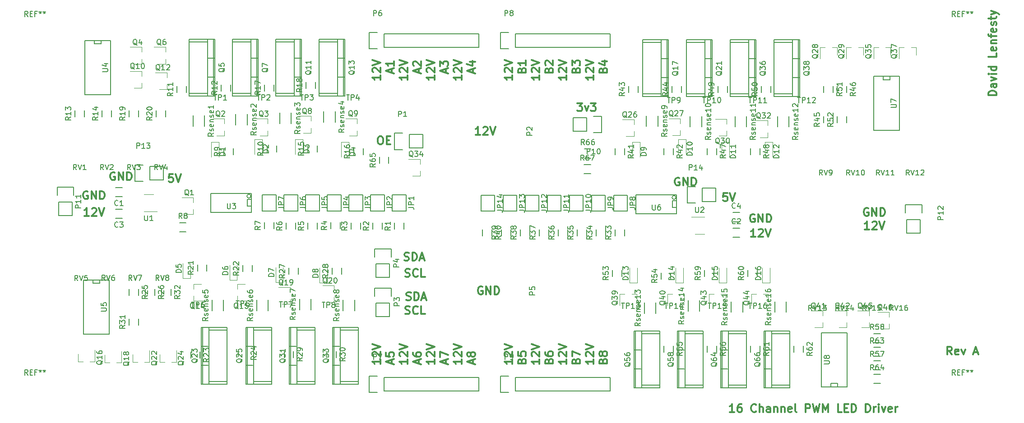
<source format=gbr>
G04 #@! TF.FileFunction,Legend,Top*
%FSLAX46Y46*%
G04 Gerber Fmt 4.6, Leading zero omitted, Abs format (unit mm)*
G04 Created by KiCad (PCBNEW 4.0.6-e0-6349~53~ubuntu16.04.1) date Mon Jul 24 21:10:43 2017*
%MOMM*%
%LPD*%
G01*
G04 APERTURE LIST*
%ADD10C,0.100000*%
%ADD11C,0.300000*%
%ADD12C,0.120000*%
%ADD13C,0.150000*%
G04 APERTURE END LIST*
D10*
D11*
X220051429Y-94658571D02*
X219194286Y-94658571D01*
X219622858Y-94658571D02*
X219622858Y-93158571D01*
X219480001Y-93372857D01*
X219337143Y-93515714D01*
X219194286Y-93587143D01*
X220622857Y-93301429D02*
X220694286Y-93230000D01*
X220837143Y-93158571D01*
X221194286Y-93158571D01*
X221337143Y-93230000D01*
X221408572Y-93301429D01*
X221480000Y-93444286D01*
X221480000Y-93587143D01*
X221408572Y-93801429D01*
X220551429Y-94658571D01*
X221480000Y-94658571D01*
X221908571Y-93158571D02*
X222408571Y-94658571D01*
X222908571Y-93158571D01*
X219837143Y-90690000D02*
X219694286Y-90618571D01*
X219480000Y-90618571D01*
X219265715Y-90690000D01*
X219122857Y-90832857D01*
X219051429Y-90975714D01*
X218980000Y-91261429D01*
X218980000Y-91475714D01*
X219051429Y-91761429D01*
X219122857Y-91904286D01*
X219265715Y-92047143D01*
X219480000Y-92118571D01*
X219622857Y-92118571D01*
X219837143Y-92047143D01*
X219908572Y-91975714D01*
X219908572Y-91475714D01*
X219622857Y-91475714D01*
X220551429Y-92118571D02*
X220551429Y-90618571D01*
X221408572Y-92118571D01*
X221408572Y-90618571D01*
X222122858Y-92118571D02*
X222122858Y-90618571D01*
X222480001Y-90618571D01*
X222694286Y-90690000D01*
X222837144Y-90832857D01*
X222908572Y-90975714D01*
X222980001Y-91261429D01*
X222980001Y-91475714D01*
X222908572Y-91761429D01*
X222837144Y-91904286D01*
X222694286Y-92047143D01*
X222480001Y-92118571D01*
X222122858Y-92118571D01*
X235525715Y-118153571D02*
X235025715Y-117439286D01*
X234668572Y-118153571D02*
X234668572Y-116653571D01*
X235240000Y-116653571D01*
X235382858Y-116725000D01*
X235454286Y-116796429D01*
X235525715Y-116939286D01*
X235525715Y-117153571D01*
X235454286Y-117296429D01*
X235382858Y-117367857D01*
X235240000Y-117439286D01*
X234668572Y-117439286D01*
X236740000Y-118082143D02*
X236597143Y-118153571D01*
X236311429Y-118153571D01*
X236168572Y-118082143D01*
X236097143Y-117939286D01*
X236097143Y-117367857D01*
X236168572Y-117225000D01*
X236311429Y-117153571D01*
X236597143Y-117153571D01*
X236740000Y-117225000D01*
X236811429Y-117367857D01*
X236811429Y-117510714D01*
X236097143Y-117653571D01*
X237311429Y-117153571D02*
X237668572Y-118153571D01*
X238025714Y-117153571D01*
X239668571Y-117725000D02*
X240382857Y-117725000D01*
X239525714Y-118153571D02*
X240025714Y-116653571D01*
X240525714Y-118153571D01*
X243883571Y-69452143D02*
X242383571Y-69452143D01*
X242383571Y-69095000D01*
X242455000Y-68880715D01*
X242597857Y-68737857D01*
X242740714Y-68666429D01*
X243026429Y-68595000D01*
X243240714Y-68595000D01*
X243526429Y-68666429D01*
X243669286Y-68737857D01*
X243812143Y-68880715D01*
X243883571Y-69095000D01*
X243883571Y-69452143D01*
X243883571Y-67309286D02*
X243097857Y-67309286D01*
X242955000Y-67380715D01*
X242883571Y-67523572D01*
X242883571Y-67809286D01*
X242955000Y-67952143D01*
X243812143Y-67309286D02*
X243883571Y-67452143D01*
X243883571Y-67809286D01*
X243812143Y-67952143D01*
X243669286Y-68023572D01*
X243526429Y-68023572D01*
X243383571Y-67952143D01*
X243312143Y-67809286D01*
X243312143Y-67452143D01*
X243240714Y-67309286D01*
X242883571Y-66737857D02*
X243883571Y-66380714D01*
X242883571Y-66023572D01*
X243883571Y-65452143D02*
X242883571Y-65452143D01*
X242383571Y-65452143D02*
X242455000Y-65523572D01*
X242526429Y-65452143D01*
X242455000Y-65380715D01*
X242383571Y-65452143D01*
X242526429Y-65452143D01*
X243883571Y-64095000D02*
X242383571Y-64095000D01*
X243812143Y-64095000D02*
X243883571Y-64237857D01*
X243883571Y-64523571D01*
X243812143Y-64666429D01*
X243740714Y-64737857D01*
X243597857Y-64809286D01*
X243169286Y-64809286D01*
X243026429Y-64737857D01*
X242955000Y-64666429D01*
X242883571Y-64523571D01*
X242883571Y-64237857D01*
X242955000Y-64095000D01*
X243883571Y-61523571D02*
X243883571Y-62237857D01*
X242383571Y-62237857D01*
X243812143Y-60452143D02*
X243883571Y-60595000D01*
X243883571Y-60880714D01*
X243812143Y-61023571D01*
X243669286Y-61095000D01*
X243097857Y-61095000D01*
X242955000Y-61023571D01*
X242883571Y-60880714D01*
X242883571Y-60595000D01*
X242955000Y-60452143D01*
X243097857Y-60380714D01*
X243240714Y-60380714D01*
X243383571Y-61095000D01*
X242883571Y-59737857D02*
X243883571Y-59737857D01*
X243026429Y-59737857D02*
X242955000Y-59666429D01*
X242883571Y-59523571D01*
X242883571Y-59309286D01*
X242955000Y-59166429D01*
X243097857Y-59095000D01*
X243883571Y-59095000D01*
X242883571Y-58595000D02*
X242883571Y-58023571D01*
X243883571Y-58380714D02*
X242597857Y-58380714D01*
X242455000Y-58309286D01*
X242383571Y-58166428D01*
X242383571Y-58023571D01*
X243812143Y-56952143D02*
X243883571Y-57095000D01*
X243883571Y-57380714D01*
X243812143Y-57523571D01*
X243669286Y-57595000D01*
X243097857Y-57595000D01*
X242955000Y-57523571D01*
X242883571Y-57380714D01*
X242883571Y-57095000D01*
X242955000Y-56952143D01*
X243097857Y-56880714D01*
X243240714Y-56880714D01*
X243383571Y-57595000D01*
X243812143Y-56309286D02*
X243883571Y-56166429D01*
X243883571Y-55880714D01*
X243812143Y-55737857D01*
X243669286Y-55666429D01*
X243597857Y-55666429D01*
X243455000Y-55737857D01*
X243383571Y-55880714D01*
X243383571Y-56095000D01*
X243312143Y-56237857D01*
X243169286Y-56309286D01*
X243097857Y-56309286D01*
X242955000Y-56237857D01*
X242883571Y-56095000D01*
X242883571Y-55880714D01*
X242955000Y-55737857D01*
X242883571Y-55237857D02*
X242883571Y-54666428D01*
X242383571Y-55023571D02*
X243669286Y-55023571D01*
X243812143Y-54952143D01*
X243883571Y-54809285D01*
X243883571Y-54666428D01*
X242883571Y-54309285D02*
X243883571Y-53952142D01*
X242883571Y-53595000D02*
X243883571Y-53952142D01*
X244240714Y-54095000D01*
X244312143Y-54166428D01*
X244383571Y-54309285D01*
X194728572Y-128948571D02*
X193871429Y-128948571D01*
X194300001Y-128948571D02*
X194300001Y-127448571D01*
X194157144Y-127662857D01*
X194014286Y-127805714D01*
X193871429Y-127877143D01*
X196014286Y-127448571D02*
X195728572Y-127448571D01*
X195585715Y-127520000D01*
X195514286Y-127591429D01*
X195371429Y-127805714D01*
X195300000Y-128091429D01*
X195300000Y-128662857D01*
X195371429Y-128805714D01*
X195442857Y-128877143D01*
X195585715Y-128948571D01*
X195871429Y-128948571D01*
X196014286Y-128877143D01*
X196085715Y-128805714D01*
X196157143Y-128662857D01*
X196157143Y-128305714D01*
X196085715Y-128162857D01*
X196014286Y-128091429D01*
X195871429Y-128020000D01*
X195585715Y-128020000D01*
X195442857Y-128091429D01*
X195371429Y-128162857D01*
X195300000Y-128305714D01*
X198800000Y-128805714D02*
X198728571Y-128877143D01*
X198514285Y-128948571D01*
X198371428Y-128948571D01*
X198157143Y-128877143D01*
X198014285Y-128734286D01*
X197942857Y-128591429D01*
X197871428Y-128305714D01*
X197871428Y-128091429D01*
X197942857Y-127805714D01*
X198014285Y-127662857D01*
X198157143Y-127520000D01*
X198371428Y-127448571D01*
X198514285Y-127448571D01*
X198728571Y-127520000D01*
X198800000Y-127591429D01*
X199442857Y-128948571D02*
X199442857Y-127448571D01*
X200085714Y-128948571D02*
X200085714Y-128162857D01*
X200014285Y-128020000D01*
X199871428Y-127948571D01*
X199657143Y-127948571D01*
X199514285Y-128020000D01*
X199442857Y-128091429D01*
X201442857Y-128948571D02*
X201442857Y-128162857D01*
X201371428Y-128020000D01*
X201228571Y-127948571D01*
X200942857Y-127948571D01*
X200800000Y-128020000D01*
X201442857Y-128877143D02*
X201300000Y-128948571D01*
X200942857Y-128948571D01*
X200800000Y-128877143D01*
X200728571Y-128734286D01*
X200728571Y-128591429D01*
X200800000Y-128448571D01*
X200942857Y-128377143D01*
X201300000Y-128377143D01*
X201442857Y-128305714D01*
X202157143Y-127948571D02*
X202157143Y-128948571D01*
X202157143Y-128091429D02*
X202228571Y-128020000D01*
X202371429Y-127948571D01*
X202585714Y-127948571D01*
X202728571Y-128020000D01*
X202800000Y-128162857D01*
X202800000Y-128948571D01*
X203514286Y-127948571D02*
X203514286Y-128948571D01*
X203514286Y-128091429D02*
X203585714Y-128020000D01*
X203728572Y-127948571D01*
X203942857Y-127948571D01*
X204085714Y-128020000D01*
X204157143Y-128162857D01*
X204157143Y-128948571D01*
X205442857Y-128877143D02*
X205300000Y-128948571D01*
X205014286Y-128948571D01*
X204871429Y-128877143D01*
X204800000Y-128734286D01*
X204800000Y-128162857D01*
X204871429Y-128020000D01*
X205014286Y-127948571D01*
X205300000Y-127948571D01*
X205442857Y-128020000D01*
X205514286Y-128162857D01*
X205514286Y-128305714D01*
X204800000Y-128448571D01*
X206371429Y-128948571D02*
X206228571Y-128877143D01*
X206157143Y-128734286D01*
X206157143Y-127448571D01*
X208085714Y-128948571D02*
X208085714Y-127448571D01*
X208657142Y-127448571D01*
X208800000Y-127520000D01*
X208871428Y-127591429D01*
X208942857Y-127734286D01*
X208942857Y-127948571D01*
X208871428Y-128091429D01*
X208800000Y-128162857D01*
X208657142Y-128234286D01*
X208085714Y-128234286D01*
X209442857Y-127448571D02*
X209800000Y-128948571D01*
X210085714Y-127877143D01*
X210371428Y-128948571D01*
X210728571Y-127448571D01*
X211300000Y-128948571D02*
X211300000Y-127448571D01*
X211800000Y-128520000D01*
X212300000Y-127448571D01*
X212300000Y-128948571D01*
X214871429Y-128948571D02*
X214157143Y-128948571D01*
X214157143Y-127448571D01*
X215371429Y-128162857D02*
X215871429Y-128162857D01*
X216085715Y-128948571D02*
X215371429Y-128948571D01*
X215371429Y-127448571D01*
X216085715Y-127448571D01*
X216728572Y-128948571D02*
X216728572Y-127448571D01*
X217085715Y-127448571D01*
X217300000Y-127520000D01*
X217442858Y-127662857D01*
X217514286Y-127805714D01*
X217585715Y-128091429D01*
X217585715Y-128305714D01*
X217514286Y-128591429D01*
X217442858Y-128734286D01*
X217300000Y-128877143D01*
X217085715Y-128948571D01*
X216728572Y-128948571D01*
X219371429Y-128948571D02*
X219371429Y-127448571D01*
X219728572Y-127448571D01*
X219942857Y-127520000D01*
X220085715Y-127662857D01*
X220157143Y-127805714D01*
X220228572Y-128091429D01*
X220228572Y-128305714D01*
X220157143Y-128591429D01*
X220085715Y-128734286D01*
X219942857Y-128877143D01*
X219728572Y-128948571D01*
X219371429Y-128948571D01*
X220871429Y-128948571D02*
X220871429Y-127948571D01*
X220871429Y-128234286D02*
X220942857Y-128091429D01*
X221014286Y-128020000D01*
X221157143Y-127948571D01*
X221300000Y-127948571D01*
X221800000Y-128948571D02*
X221800000Y-127948571D01*
X221800000Y-127448571D02*
X221728571Y-127520000D01*
X221800000Y-127591429D01*
X221871428Y-127520000D01*
X221800000Y-127448571D01*
X221800000Y-127591429D01*
X222371429Y-127948571D02*
X222728572Y-128948571D01*
X223085714Y-127948571D01*
X224228571Y-128877143D02*
X224085714Y-128948571D01*
X223800000Y-128948571D01*
X223657143Y-128877143D01*
X223585714Y-128734286D01*
X223585714Y-128162857D01*
X223657143Y-128020000D01*
X223800000Y-127948571D01*
X224085714Y-127948571D01*
X224228571Y-128020000D01*
X224300000Y-128162857D01*
X224300000Y-128305714D01*
X223585714Y-128448571D01*
X224942857Y-128948571D02*
X224942857Y-127948571D01*
X224942857Y-128234286D02*
X225014285Y-128091429D01*
X225085714Y-128020000D01*
X225228571Y-127948571D01*
X225371428Y-127948571D01*
X168318571Y-119038571D02*
X168318571Y-119895714D01*
X168318571Y-119467142D02*
X166818571Y-119467142D01*
X167032857Y-119609999D01*
X167175714Y-119752857D01*
X167247143Y-119895714D01*
X166961429Y-118467143D02*
X166890000Y-118395714D01*
X166818571Y-118252857D01*
X166818571Y-117895714D01*
X166890000Y-117752857D01*
X166961429Y-117681428D01*
X167104286Y-117610000D01*
X167247143Y-117610000D01*
X167461429Y-117681428D01*
X168318571Y-118538571D01*
X168318571Y-117610000D01*
X166818571Y-117181429D02*
X168318571Y-116681429D01*
X166818571Y-116181429D01*
X163238571Y-119038571D02*
X163238571Y-119895714D01*
X163238571Y-119467142D02*
X161738571Y-119467142D01*
X161952857Y-119609999D01*
X162095714Y-119752857D01*
X162167143Y-119895714D01*
X161881429Y-118467143D02*
X161810000Y-118395714D01*
X161738571Y-118252857D01*
X161738571Y-117895714D01*
X161810000Y-117752857D01*
X161881429Y-117681428D01*
X162024286Y-117610000D01*
X162167143Y-117610000D01*
X162381429Y-117681428D01*
X163238571Y-118538571D01*
X163238571Y-117610000D01*
X161738571Y-117181429D02*
X163238571Y-116681429D01*
X161738571Y-116181429D01*
X158158571Y-119038571D02*
X158158571Y-119895714D01*
X158158571Y-119467142D02*
X156658571Y-119467142D01*
X156872857Y-119609999D01*
X157015714Y-119752857D01*
X157087143Y-119895714D01*
X156801429Y-118467143D02*
X156730000Y-118395714D01*
X156658571Y-118252857D01*
X156658571Y-117895714D01*
X156730000Y-117752857D01*
X156801429Y-117681428D01*
X156944286Y-117610000D01*
X157087143Y-117610000D01*
X157301429Y-117681428D01*
X158158571Y-118538571D01*
X158158571Y-117610000D01*
X156658571Y-117181429D02*
X158158571Y-116681429D01*
X156658571Y-116181429D01*
X153078571Y-119038571D02*
X153078571Y-119895714D01*
X153078571Y-119467142D02*
X151578571Y-119467142D01*
X151792857Y-119609999D01*
X151935714Y-119752857D01*
X152007143Y-119895714D01*
X151721429Y-118467143D02*
X151650000Y-118395714D01*
X151578571Y-118252857D01*
X151578571Y-117895714D01*
X151650000Y-117752857D01*
X151721429Y-117681428D01*
X151864286Y-117610000D01*
X152007143Y-117610000D01*
X152221429Y-117681428D01*
X153078571Y-118538571D01*
X153078571Y-117610000D01*
X151578571Y-117181429D02*
X153078571Y-116681429D01*
X151578571Y-116181429D01*
X143553571Y-119038571D02*
X143553571Y-119895714D01*
X143553571Y-119467142D02*
X142053571Y-119467142D01*
X142267857Y-119609999D01*
X142410714Y-119752857D01*
X142482143Y-119895714D01*
X142196429Y-118467143D02*
X142125000Y-118395714D01*
X142053571Y-118252857D01*
X142053571Y-117895714D01*
X142125000Y-117752857D01*
X142196429Y-117681428D01*
X142339286Y-117610000D01*
X142482143Y-117610000D01*
X142696429Y-117681428D01*
X143553571Y-118538571D01*
X143553571Y-117610000D01*
X142053571Y-117181429D02*
X143553571Y-116681429D01*
X142053571Y-116181429D01*
X138473571Y-119038571D02*
X138473571Y-119895714D01*
X138473571Y-119467142D02*
X136973571Y-119467142D01*
X137187857Y-119609999D01*
X137330714Y-119752857D01*
X137402143Y-119895714D01*
X137116429Y-118467143D02*
X137045000Y-118395714D01*
X136973571Y-118252857D01*
X136973571Y-117895714D01*
X137045000Y-117752857D01*
X137116429Y-117681428D01*
X137259286Y-117610000D01*
X137402143Y-117610000D01*
X137616429Y-117681428D01*
X138473571Y-118538571D01*
X138473571Y-117610000D01*
X136973571Y-117181429D02*
X138473571Y-116681429D01*
X136973571Y-116181429D01*
X133393571Y-119038571D02*
X133393571Y-119895714D01*
X133393571Y-119467142D02*
X131893571Y-119467142D01*
X132107857Y-119609999D01*
X132250714Y-119752857D01*
X132322143Y-119895714D01*
X132036429Y-118467143D02*
X131965000Y-118395714D01*
X131893571Y-118252857D01*
X131893571Y-117895714D01*
X131965000Y-117752857D01*
X132036429Y-117681428D01*
X132179286Y-117610000D01*
X132322143Y-117610000D01*
X132536429Y-117681428D01*
X133393571Y-118538571D01*
X133393571Y-117610000D01*
X131893571Y-117181429D02*
X133393571Y-116681429D01*
X131893571Y-116181429D01*
X128313571Y-119038571D02*
X128313571Y-119895714D01*
X128313571Y-119467142D02*
X126813571Y-119467142D01*
X127027857Y-119609999D01*
X127170714Y-119752857D01*
X127242143Y-119895714D01*
X126956429Y-118467143D02*
X126885000Y-118395714D01*
X126813571Y-118252857D01*
X126813571Y-117895714D01*
X126885000Y-117752857D01*
X126956429Y-117681428D01*
X127099286Y-117610000D01*
X127242143Y-117610000D01*
X127456429Y-117681428D01*
X128313571Y-118538571D01*
X128313571Y-117610000D01*
X126813571Y-117181429D02*
X128313571Y-116681429D01*
X126813571Y-116181429D01*
X170072857Y-119352142D02*
X170144286Y-119137856D01*
X170215714Y-119066428D01*
X170358571Y-118994999D01*
X170572857Y-118994999D01*
X170715714Y-119066428D01*
X170787143Y-119137856D01*
X170858571Y-119280714D01*
X170858571Y-119852142D01*
X169358571Y-119852142D01*
X169358571Y-119352142D01*
X169430000Y-119209285D01*
X169501429Y-119137856D01*
X169644286Y-119066428D01*
X169787143Y-119066428D01*
X169930000Y-119137856D01*
X170001429Y-119209285D01*
X170072857Y-119352142D01*
X170072857Y-119852142D01*
X170001429Y-118137856D02*
X169930000Y-118280714D01*
X169858571Y-118352142D01*
X169715714Y-118423571D01*
X169644286Y-118423571D01*
X169501429Y-118352142D01*
X169430000Y-118280714D01*
X169358571Y-118137856D01*
X169358571Y-117852142D01*
X169430000Y-117709285D01*
X169501429Y-117637856D01*
X169644286Y-117566428D01*
X169715714Y-117566428D01*
X169858571Y-117637856D01*
X169930000Y-117709285D01*
X170001429Y-117852142D01*
X170001429Y-118137856D01*
X170072857Y-118280714D01*
X170144286Y-118352142D01*
X170287143Y-118423571D01*
X170572857Y-118423571D01*
X170715714Y-118352142D01*
X170787143Y-118280714D01*
X170858571Y-118137856D01*
X170858571Y-117852142D01*
X170787143Y-117709285D01*
X170715714Y-117637856D01*
X170572857Y-117566428D01*
X170287143Y-117566428D01*
X170144286Y-117637856D01*
X170072857Y-117709285D01*
X170001429Y-117852142D01*
X164992857Y-119352142D02*
X165064286Y-119137856D01*
X165135714Y-119066428D01*
X165278571Y-118994999D01*
X165492857Y-118994999D01*
X165635714Y-119066428D01*
X165707143Y-119137856D01*
X165778571Y-119280714D01*
X165778571Y-119852142D01*
X164278571Y-119852142D01*
X164278571Y-119352142D01*
X164350000Y-119209285D01*
X164421429Y-119137856D01*
X164564286Y-119066428D01*
X164707143Y-119066428D01*
X164850000Y-119137856D01*
X164921429Y-119209285D01*
X164992857Y-119352142D01*
X164992857Y-119852142D01*
X164278571Y-118494999D02*
X164278571Y-117494999D01*
X165778571Y-118137856D01*
X159912857Y-119352142D02*
X159984286Y-119137856D01*
X160055714Y-119066428D01*
X160198571Y-118994999D01*
X160412857Y-118994999D01*
X160555714Y-119066428D01*
X160627143Y-119137856D01*
X160698571Y-119280714D01*
X160698571Y-119852142D01*
X159198571Y-119852142D01*
X159198571Y-119352142D01*
X159270000Y-119209285D01*
X159341429Y-119137856D01*
X159484286Y-119066428D01*
X159627143Y-119066428D01*
X159770000Y-119137856D01*
X159841429Y-119209285D01*
X159912857Y-119352142D01*
X159912857Y-119852142D01*
X159198571Y-117709285D02*
X159198571Y-117994999D01*
X159270000Y-118137856D01*
X159341429Y-118209285D01*
X159555714Y-118352142D01*
X159841429Y-118423571D01*
X160412857Y-118423571D01*
X160555714Y-118352142D01*
X160627143Y-118280714D01*
X160698571Y-118137856D01*
X160698571Y-117852142D01*
X160627143Y-117709285D01*
X160555714Y-117637856D01*
X160412857Y-117566428D01*
X160055714Y-117566428D01*
X159912857Y-117637856D01*
X159841429Y-117709285D01*
X159770000Y-117852142D01*
X159770000Y-118137856D01*
X159841429Y-118280714D01*
X159912857Y-118352142D01*
X160055714Y-118423571D01*
X154832857Y-119352142D02*
X154904286Y-119137856D01*
X154975714Y-119066428D01*
X155118571Y-118994999D01*
X155332857Y-118994999D01*
X155475714Y-119066428D01*
X155547143Y-119137856D01*
X155618571Y-119280714D01*
X155618571Y-119852142D01*
X154118571Y-119852142D01*
X154118571Y-119352142D01*
X154190000Y-119209285D01*
X154261429Y-119137856D01*
X154404286Y-119066428D01*
X154547143Y-119066428D01*
X154690000Y-119137856D01*
X154761429Y-119209285D01*
X154832857Y-119352142D01*
X154832857Y-119852142D01*
X154118571Y-117637856D02*
X154118571Y-118352142D01*
X154832857Y-118423571D01*
X154761429Y-118352142D01*
X154690000Y-118209285D01*
X154690000Y-117852142D01*
X154761429Y-117709285D01*
X154832857Y-117637856D01*
X154975714Y-117566428D01*
X155332857Y-117566428D01*
X155475714Y-117637856D01*
X155547143Y-117709285D01*
X155618571Y-117852142D01*
X155618571Y-118209285D01*
X155547143Y-118352142D01*
X155475714Y-118423571D01*
X145665000Y-119816428D02*
X145665000Y-119102142D01*
X146093571Y-119959285D02*
X144593571Y-119459285D01*
X146093571Y-118959285D01*
X145236429Y-118244999D02*
X145165000Y-118387857D01*
X145093571Y-118459285D01*
X144950714Y-118530714D01*
X144879286Y-118530714D01*
X144736429Y-118459285D01*
X144665000Y-118387857D01*
X144593571Y-118244999D01*
X144593571Y-117959285D01*
X144665000Y-117816428D01*
X144736429Y-117744999D01*
X144879286Y-117673571D01*
X144950714Y-117673571D01*
X145093571Y-117744999D01*
X145165000Y-117816428D01*
X145236429Y-117959285D01*
X145236429Y-118244999D01*
X145307857Y-118387857D01*
X145379286Y-118459285D01*
X145522143Y-118530714D01*
X145807857Y-118530714D01*
X145950714Y-118459285D01*
X146022143Y-118387857D01*
X146093571Y-118244999D01*
X146093571Y-117959285D01*
X146022143Y-117816428D01*
X145950714Y-117744999D01*
X145807857Y-117673571D01*
X145522143Y-117673571D01*
X145379286Y-117744999D01*
X145307857Y-117816428D01*
X145236429Y-117959285D01*
X140585000Y-119816428D02*
X140585000Y-119102142D01*
X141013571Y-119959285D02*
X139513571Y-119459285D01*
X141013571Y-118959285D01*
X139513571Y-118602142D02*
X139513571Y-117602142D01*
X141013571Y-118244999D01*
X135505000Y-119816428D02*
X135505000Y-119102142D01*
X135933571Y-119959285D02*
X134433571Y-119459285D01*
X135933571Y-118959285D01*
X134433571Y-117816428D02*
X134433571Y-118102142D01*
X134505000Y-118244999D01*
X134576429Y-118316428D01*
X134790714Y-118459285D01*
X135076429Y-118530714D01*
X135647857Y-118530714D01*
X135790714Y-118459285D01*
X135862143Y-118387857D01*
X135933571Y-118244999D01*
X135933571Y-117959285D01*
X135862143Y-117816428D01*
X135790714Y-117744999D01*
X135647857Y-117673571D01*
X135290714Y-117673571D01*
X135147857Y-117744999D01*
X135076429Y-117816428D01*
X135005000Y-117959285D01*
X135005000Y-118244999D01*
X135076429Y-118387857D01*
X135147857Y-118459285D01*
X135290714Y-118530714D01*
X130425000Y-119816428D02*
X130425000Y-119102142D01*
X130853571Y-119959285D02*
X129353571Y-119459285D01*
X130853571Y-118959285D01*
X129353571Y-117744999D02*
X129353571Y-118459285D01*
X130067857Y-118530714D01*
X129996429Y-118459285D01*
X129925000Y-118316428D01*
X129925000Y-117959285D01*
X129996429Y-117816428D01*
X130067857Y-117744999D01*
X130210714Y-117673571D01*
X130567857Y-117673571D01*
X130710714Y-117744999D01*
X130782143Y-117816428D01*
X130853571Y-117959285D01*
X130853571Y-118316428D01*
X130782143Y-118459285D01*
X130710714Y-118530714D01*
X170072857Y-64742142D02*
X170144286Y-64527856D01*
X170215714Y-64456428D01*
X170358571Y-64384999D01*
X170572857Y-64384999D01*
X170715714Y-64456428D01*
X170787143Y-64527856D01*
X170858571Y-64670714D01*
X170858571Y-65242142D01*
X169358571Y-65242142D01*
X169358571Y-64742142D01*
X169430000Y-64599285D01*
X169501429Y-64527856D01*
X169644286Y-64456428D01*
X169787143Y-64456428D01*
X169930000Y-64527856D01*
X170001429Y-64599285D01*
X170072857Y-64742142D01*
X170072857Y-65242142D01*
X169858571Y-63099285D02*
X170858571Y-63099285D01*
X169287143Y-63456428D02*
X170358571Y-63813571D01*
X170358571Y-62884999D01*
X164992857Y-64742142D02*
X165064286Y-64527856D01*
X165135714Y-64456428D01*
X165278571Y-64384999D01*
X165492857Y-64384999D01*
X165635714Y-64456428D01*
X165707143Y-64527856D01*
X165778571Y-64670714D01*
X165778571Y-65242142D01*
X164278571Y-65242142D01*
X164278571Y-64742142D01*
X164350000Y-64599285D01*
X164421429Y-64527856D01*
X164564286Y-64456428D01*
X164707143Y-64456428D01*
X164850000Y-64527856D01*
X164921429Y-64599285D01*
X164992857Y-64742142D01*
X164992857Y-65242142D01*
X164278571Y-63884999D02*
X164278571Y-62956428D01*
X164850000Y-63456428D01*
X164850000Y-63242142D01*
X164921429Y-63099285D01*
X164992857Y-63027856D01*
X165135714Y-62956428D01*
X165492857Y-62956428D01*
X165635714Y-63027856D01*
X165707143Y-63099285D01*
X165778571Y-63242142D01*
X165778571Y-63670714D01*
X165707143Y-63813571D01*
X165635714Y-63884999D01*
X159912857Y-64742142D02*
X159984286Y-64527856D01*
X160055714Y-64456428D01*
X160198571Y-64384999D01*
X160412857Y-64384999D01*
X160555714Y-64456428D01*
X160627143Y-64527856D01*
X160698571Y-64670714D01*
X160698571Y-65242142D01*
X159198571Y-65242142D01*
X159198571Y-64742142D01*
X159270000Y-64599285D01*
X159341429Y-64527856D01*
X159484286Y-64456428D01*
X159627143Y-64456428D01*
X159770000Y-64527856D01*
X159841429Y-64599285D01*
X159912857Y-64742142D01*
X159912857Y-65242142D01*
X159341429Y-63813571D02*
X159270000Y-63742142D01*
X159198571Y-63599285D01*
X159198571Y-63242142D01*
X159270000Y-63099285D01*
X159341429Y-63027856D01*
X159484286Y-62956428D01*
X159627143Y-62956428D01*
X159841429Y-63027856D01*
X160698571Y-63884999D01*
X160698571Y-62956428D01*
X154832857Y-64742142D02*
X154904286Y-64527856D01*
X154975714Y-64456428D01*
X155118571Y-64384999D01*
X155332857Y-64384999D01*
X155475714Y-64456428D01*
X155547143Y-64527856D01*
X155618571Y-64670714D01*
X155618571Y-65242142D01*
X154118571Y-65242142D01*
X154118571Y-64742142D01*
X154190000Y-64599285D01*
X154261429Y-64527856D01*
X154404286Y-64456428D01*
X154547143Y-64456428D01*
X154690000Y-64527856D01*
X154761429Y-64599285D01*
X154832857Y-64742142D01*
X154832857Y-65242142D01*
X155618571Y-62956428D02*
X155618571Y-63813571D01*
X155618571Y-63384999D02*
X154118571Y-63384999D01*
X154332857Y-63527856D01*
X154475714Y-63670714D01*
X154547143Y-63813571D01*
X145665000Y-65206428D02*
X145665000Y-64492142D01*
X146093571Y-65349285D02*
X144593571Y-64849285D01*
X146093571Y-64349285D01*
X145093571Y-63206428D02*
X146093571Y-63206428D01*
X144522143Y-63563571D02*
X145593571Y-63920714D01*
X145593571Y-62992142D01*
X140585000Y-65206428D02*
X140585000Y-64492142D01*
X141013571Y-65349285D02*
X139513571Y-64849285D01*
X141013571Y-64349285D01*
X139513571Y-63992142D02*
X139513571Y-63063571D01*
X140085000Y-63563571D01*
X140085000Y-63349285D01*
X140156429Y-63206428D01*
X140227857Y-63134999D01*
X140370714Y-63063571D01*
X140727857Y-63063571D01*
X140870714Y-63134999D01*
X140942143Y-63206428D01*
X141013571Y-63349285D01*
X141013571Y-63777857D01*
X140942143Y-63920714D01*
X140870714Y-63992142D01*
X135505000Y-65206428D02*
X135505000Y-64492142D01*
X135933571Y-65349285D02*
X134433571Y-64849285D01*
X135933571Y-64349285D01*
X134576429Y-63920714D02*
X134505000Y-63849285D01*
X134433571Y-63706428D01*
X134433571Y-63349285D01*
X134505000Y-63206428D01*
X134576429Y-63134999D01*
X134719286Y-63063571D01*
X134862143Y-63063571D01*
X135076429Y-63134999D01*
X135933571Y-63992142D01*
X135933571Y-63063571D01*
X130425000Y-65206428D02*
X130425000Y-64492142D01*
X130853571Y-65349285D02*
X129353571Y-64849285D01*
X130853571Y-64349285D01*
X130853571Y-63063571D02*
X130853571Y-63920714D01*
X130853571Y-63492142D02*
X129353571Y-63492142D01*
X129567857Y-63634999D01*
X129710714Y-63777857D01*
X129782143Y-63920714D01*
X163238571Y-65698571D02*
X163238571Y-66555714D01*
X163238571Y-66127142D02*
X161738571Y-66127142D01*
X161952857Y-66269999D01*
X162095714Y-66412857D01*
X162167143Y-66555714D01*
X161881429Y-65127143D02*
X161810000Y-65055714D01*
X161738571Y-64912857D01*
X161738571Y-64555714D01*
X161810000Y-64412857D01*
X161881429Y-64341428D01*
X162024286Y-64270000D01*
X162167143Y-64270000D01*
X162381429Y-64341428D01*
X163238571Y-65198571D01*
X163238571Y-64270000D01*
X161738571Y-63841429D02*
X163238571Y-63341429D01*
X161738571Y-62841429D01*
X158158571Y-65698571D02*
X158158571Y-66555714D01*
X158158571Y-66127142D02*
X156658571Y-66127142D01*
X156872857Y-66269999D01*
X157015714Y-66412857D01*
X157087143Y-66555714D01*
X156801429Y-65127143D02*
X156730000Y-65055714D01*
X156658571Y-64912857D01*
X156658571Y-64555714D01*
X156730000Y-64412857D01*
X156801429Y-64341428D01*
X156944286Y-64270000D01*
X157087143Y-64270000D01*
X157301429Y-64341428D01*
X158158571Y-65198571D01*
X158158571Y-64270000D01*
X156658571Y-63841429D02*
X158158571Y-63341429D01*
X156658571Y-62841429D01*
X138473571Y-65698571D02*
X138473571Y-66555714D01*
X138473571Y-66127142D02*
X136973571Y-66127142D01*
X137187857Y-66269999D01*
X137330714Y-66412857D01*
X137402143Y-66555714D01*
X137116429Y-65127143D02*
X137045000Y-65055714D01*
X136973571Y-64912857D01*
X136973571Y-64555714D01*
X137045000Y-64412857D01*
X137116429Y-64341428D01*
X137259286Y-64270000D01*
X137402143Y-64270000D01*
X137616429Y-64341428D01*
X138473571Y-65198571D01*
X138473571Y-64270000D01*
X136973571Y-63841429D02*
X138473571Y-63341429D01*
X136973571Y-62841429D01*
X133393571Y-65698571D02*
X133393571Y-66555714D01*
X133393571Y-66127142D02*
X131893571Y-66127142D01*
X132107857Y-66269999D01*
X132250714Y-66412857D01*
X132322143Y-66555714D01*
X132036429Y-65127143D02*
X131965000Y-65055714D01*
X131893571Y-64912857D01*
X131893571Y-64555714D01*
X131965000Y-64412857D01*
X132036429Y-64341428D01*
X132179286Y-64270000D01*
X132322143Y-64270000D01*
X132536429Y-64341428D01*
X133393571Y-65198571D01*
X133393571Y-64270000D01*
X131893571Y-63841429D02*
X133393571Y-63341429D01*
X131893571Y-62841429D01*
X168318571Y-65698571D02*
X168318571Y-66555714D01*
X168318571Y-66127142D02*
X166818571Y-66127142D01*
X167032857Y-66269999D01*
X167175714Y-66412857D01*
X167247143Y-66555714D01*
X166961429Y-65127143D02*
X166890000Y-65055714D01*
X166818571Y-64912857D01*
X166818571Y-64555714D01*
X166890000Y-64412857D01*
X166961429Y-64341428D01*
X167104286Y-64270000D01*
X167247143Y-64270000D01*
X167461429Y-64341428D01*
X168318571Y-65198571D01*
X168318571Y-64270000D01*
X166818571Y-63841429D02*
X168318571Y-63341429D01*
X166818571Y-62841429D01*
X153078571Y-65698571D02*
X153078571Y-66555714D01*
X153078571Y-66127142D02*
X151578571Y-66127142D01*
X151792857Y-66269999D01*
X151935714Y-66412857D01*
X152007143Y-66555714D01*
X151721429Y-65127143D02*
X151650000Y-65055714D01*
X151578571Y-64912857D01*
X151578571Y-64555714D01*
X151650000Y-64412857D01*
X151721429Y-64341428D01*
X151864286Y-64270000D01*
X152007143Y-64270000D01*
X152221429Y-64341428D01*
X153078571Y-65198571D01*
X153078571Y-64270000D01*
X151578571Y-63841429D02*
X153078571Y-63341429D01*
X151578571Y-62841429D01*
X143553571Y-65698571D02*
X143553571Y-66555714D01*
X143553571Y-66127142D02*
X142053571Y-66127142D01*
X142267857Y-66269999D01*
X142410714Y-66412857D01*
X142482143Y-66555714D01*
X142196429Y-65127143D02*
X142125000Y-65055714D01*
X142053571Y-64912857D01*
X142053571Y-64555714D01*
X142125000Y-64412857D01*
X142196429Y-64341428D01*
X142339286Y-64270000D01*
X142482143Y-64270000D01*
X142696429Y-64341428D01*
X143553571Y-65198571D01*
X143553571Y-64270000D01*
X142053571Y-63841429D02*
X143553571Y-63341429D01*
X142053571Y-62841429D01*
X128313571Y-65698571D02*
X128313571Y-66555714D01*
X128313571Y-66127142D02*
X126813571Y-66127142D01*
X127027857Y-66269999D01*
X127170714Y-66412857D01*
X127242143Y-66555714D01*
X126956429Y-65127143D02*
X126885000Y-65055714D01*
X126813571Y-64912857D01*
X126813571Y-64555714D01*
X126885000Y-64412857D01*
X126956429Y-64341428D01*
X127099286Y-64270000D01*
X127242143Y-64270000D01*
X127456429Y-64341428D01*
X128313571Y-65198571D01*
X128313571Y-64270000D01*
X126813571Y-63841429D02*
X128313571Y-63341429D01*
X126813571Y-62841429D01*
X165219287Y-70933571D02*
X166147858Y-70933571D01*
X165647858Y-71505000D01*
X165862144Y-71505000D01*
X166005001Y-71576429D01*
X166076430Y-71647857D01*
X166147858Y-71790714D01*
X166147858Y-72147857D01*
X166076430Y-72290714D01*
X166005001Y-72362143D01*
X165862144Y-72433571D01*
X165433572Y-72433571D01*
X165290715Y-72362143D01*
X165219287Y-72290714D01*
X166647858Y-71433571D02*
X167005001Y-72433571D01*
X167362143Y-71433571D01*
X167790715Y-70933571D02*
X168719286Y-70933571D01*
X168219286Y-71505000D01*
X168433572Y-71505000D01*
X168576429Y-71576429D01*
X168647858Y-71647857D01*
X168719286Y-71790714D01*
X168719286Y-72147857D01*
X168647858Y-72290714D01*
X168576429Y-72362143D01*
X168433572Y-72433571D01*
X168005000Y-72433571D01*
X167862143Y-72362143D01*
X167790715Y-72290714D01*
X132961286Y-110462143D02*
X133175572Y-110533571D01*
X133532715Y-110533571D01*
X133675572Y-110462143D01*
X133747001Y-110390714D01*
X133818429Y-110247857D01*
X133818429Y-110105000D01*
X133747001Y-109962143D01*
X133675572Y-109890714D01*
X133532715Y-109819286D01*
X133247001Y-109747857D01*
X133104143Y-109676429D01*
X133032715Y-109605000D01*
X132961286Y-109462143D01*
X132961286Y-109319286D01*
X133032715Y-109176429D01*
X133104143Y-109105000D01*
X133247001Y-109033571D01*
X133604143Y-109033571D01*
X133818429Y-109105000D01*
X135318429Y-110390714D02*
X135247000Y-110462143D01*
X135032714Y-110533571D01*
X134889857Y-110533571D01*
X134675572Y-110462143D01*
X134532714Y-110319286D01*
X134461286Y-110176429D01*
X134389857Y-109890714D01*
X134389857Y-109676429D01*
X134461286Y-109390714D01*
X134532714Y-109247857D01*
X134675572Y-109105000D01*
X134889857Y-109033571D01*
X135032714Y-109033571D01*
X135247000Y-109105000D01*
X135318429Y-109176429D01*
X136675572Y-110533571D02*
X135961286Y-110533571D01*
X135961286Y-109033571D01*
X133178572Y-107857143D02*
X133392858Y-107928571D01*
X133750001Y-107928571D01*
X133892858Y-107857143D01*
X133964287Y-107785714D01*
X134035715Y-107642857D01*
X134035715Y-107500000D01*
X133964287Y-107357143D01*
X133892858Y-107285714D01*
X133750001Y-107214286D01*
X133464287Y-107142857D01*
X133321429Y-107071429D01*
X133250001Y-107000000D01*
X133178572Y-106857143D01*
X133178572Y-106714286D01*
X133250001Y-106571429D01*
X133321429Y-106500000D01*
X133464287Y-106428571D01*
X133821429Y-106428571D01*
X134035715Y-106500000D01*
X134678572Y-107928571D02*
X134678572Y-106428571D01*
X135035715Y-106428571D01*
X135250000Y-106500000D01*
X135392858Y-106642857D01*
X135464286Y-106785714D01*
X135535715Y-107071429D01*
X135535715Y-107285714D01*
X135464286Y-107571429D01*
X135392858Y-107714286D01*
X135250000Y-107857143D01*
X135035715Y-107928571D01*
X134678572Y-107928571D01*
X136107143Y-107500000D02*
X136821429Y-107500000D01*
X135964286Y-107928571D02*
X136464286Y-106428571D01*
X136964286Y-107928571D01*
X132961286Y-103477143D02*
X133175572Y-103548571D01*
X133532715Y-103548571D01*
X133675572Y-103477143D01*
X133747001Y-103405714D01*
X133818429Y-103262857D01*
X133818429Y-103120000D01*
X133747001Y-102977143D01*
X133675572Y-102905714D01*
X133532715Y-102834286D01*
X133247001Y-102762857D01*
X133104143Y-102691429D01*
X133032715Y-102620000D01*
X132961286Y-102477143D01*
X132961286Y-102334286D01*
X133032715Y-102191429D01*
X133104143Y-102120000D01*
X133247001Y-102048571D01*
X133604143Y-102048571D01*
X133818429Y-102120000D01*
X135318429Y-103405714D02*
X135247000Y-103477143D01*
X135032714Y-103548571D01*
X134889857Y-103548571D01*
X134675572Y-103477143D01*
X134532714Y-103334286D01*
X134461286Y-103191429D01*
X134389857Y-102905714D01*
X134389857Y-102691429D01*
X134461286Y-102405714D01*
X134532714Y-102262857D01*
X134675572Y-102120000D01*
X134889857Y-102048571D01*
X135032714Y-102048571D01*
X135247000Y-102120000D01*
X135318429Y-102191429D01*
X136675572Y-103548571D02*
X135961286Y-103548571D01*
X135961286Y-102048571D01*
X132798572Y-100429143D02*
X133012858Y-100500571D01*
X133370001Y-100500571D01*
X133512858Y-100429143D01*
X133584287Y-100357714D01*
X133655715Y-100214857D01*
X133655715Y-100072000D01*
X133584287Y-99929143D01*
X133512858Y-99857714D01*
X133370001Y-99786286D01*
X133084287Y-99714857D01*
X132941429Y-99643429D01*
X132870001Y-99572000D01*
X132798572Y-99429143D01*
X132798572Y-99286286D01*
X132870001Y-99143429D01*
X132941429Y-99072000D01*
X133084287Y-99000571D01*
X133441429Y-99000571D01*
X133655715Y-99072000D01*
X134298572Y-100500571D02*
X134298572Y-99000571D01*
X134655715Y-99000571D01*
X134870000Y-99072000D01*
X135012858Y-99214857D01*
X135084286Y-99357714D01*
X135155715Y-99643429D01*
X135155715Y-99857714D01*
X135084286Y-100143429D01*
X135012858Y-100286286D01*
X134870000Y-100429143D01*
X134655715Y-100500571D01*
X134298572Y-100500571D01*
X135727143Y-100072000D02*
X136441429Y-100072000D01*
X135584286Y-100500571D02*
X136084286Y-99000571D01*
X136584286Y-100500571D01*
X147026429Y-76878571D02*
X146169286Y-76878571D01*
X146597858Y-76878571D02*
X146597858Y-75378571D01*
X146455001Y-75592857D01*
X146312143Y-75735714D01*
X146169286Y-75807143D01*
X147597857Y-75521429D02*
X147669286Y-75450000D01*
X147812143Y-75378571D01*
X148169286Y-75378571D01*
X148312143Y-75450000D01*
X148383572Y-75521429D01*
X148455000Y-75664286D01*
X148455000Y-75807143D01*
X148383572Y-76021429D01*
X147526429Y-76878571D01*
X148455000Y-76878571D01*
X148883571Y-75378571D02*
X149383571Y-76878571D01*
X149883571Y-75378571D01*
X147447143Y-105422000D02*
X147304286Y-105350571D01*
X147090000Y-105350571D01*
X146875715Y-105422000D01*
X146732857Y-105564857D01*
X146661429Y-105707714D01*
X146590000Y-105993429D01*
X146590000Y-106207714D01*
X146661429Y-106493429D01*
X146732857Y-106636286D01*
X146875715Y-106779143D01*
X147090000Y-106850571D01*
X147232857Y-106850571D01*
X147447143Y-106779143D01*
X147518572Y-106707714D01*
X147518572Y-106207714D01*
X147232857Y-106207714D01*
X148161429Y-106850571D02*
X148161429Y-105350571D01*
X149018572Y-106850571D01*
X149018572Y-105350571D01*
X149732858Y-106850571D02*
X149732858Y-105350571D01*
X150090001Y-105350571D01*
X150304286Y-105422000D01*
X150447144Y-105564857D01*
X150518572Y-105707714D01*
X150590001Y-105993429D01*
X150590001Y-106207714D01*
X150518572Y-106493429D01*
X150447144Y-106636286D01*
X150304286Y-106779143D01*
X150090001Y-106850571D01*
X149732858Y-106850571D01*
X128178571Y-77178571D02*
X128464285Y-77178571D01*
X128607143Y-77250000D01*
X128750000Y-77392857D01*
X128821428Y-77678571D01*
X128821428Y-78178571D01*
X128750000Y-78464286D01*
X128607143Y-78607143D01*
X128464285Y-78678571D01*
X128178571Y-78678571D01*
X128035714Y-78607143D01*
X127892857Y-78464286D01*
X127821428Y-78178571D01*
X127821428Y-77678571D01*
X127892857Y-77392857D01*
X128035714Y-77250000D01*
X128178571Y-77178571D01*
X129464286Y-77892857D02*
X129964286Y-77892857D01*
X130178572Y-78678571D02*
X129464286Y-78678571D01*
X129464286Y-77178571D01*
X130178572Y-77178571D01*
X184404143Y-84975000D02*
X184261286Y-84903571D01*
X184047000Y-84903571D01*
X183832715Y-84975000D01*
X183689857Y-85117857D01*
X183618429Y-85260714D01*
X183547000Y-85546429D01*
X183547000Y-85760714D01*
X183618429Y-86046429D01*
X183689857Y-86189286D01*
X183832715Y-86332143D01*
X184047000Y-86403571D01*
X184189857Y-86403571D01*
X184404143Y-86332143D01*
X184475572Y-86260714D01*
X184475572Y-85760714D01*
X184189857Y-85760714D01*
X185118429Y-86403571D02*
X185118429Y-84903571D01*
X185975572Y-86403571D01*
X185975572Y-84903571D01*
X186689858Y-86403571D02*
X186689858Y-84903571D01*
X187047001Y-84903571D01*
X187261286Y-84975000D01*
X187404144Y-85117857D01*
X187475572Y-85260714D01*
X187547001Y-85546429D01*
X187547001Y-85760714D01*
X187475572Y-86046429D01*
X187404144Y-86189286D01*
X187261286Y-86332143D01*
X187047001Y-86403571D01*
X186689858Y-86403571D01*
X193389287Y-87824571D02*
X192675001Y-87824571D01*
X192603572Y-88538857D01*
X192675001Y-88467429D01*
X192817858Y-88396000D01*
X193175001Y-88396000D01*
X193317858Y-88467429D01*
X193389287Y-88538857D01*
X193460715Y-88681714D01*
X193460715Y-89038857D01*
X193389287Y-89181714D01*
X193317858Y-89253143D01*
X193175001Y-89324571D01*
X192817858Y-89324571D01*
X192675001Y-89253143D01*
X192603572Y-89181714D01*
X193889286Y-87824571D02*
X194389286Y-89324571D01*
X194889286Y-87824571D01*
X89376287Y-84268571D02*
X88662001Y-84268571D01*
X88590572Y-84982857D01*
X88662001Y-84911429D01*
X88804858Y-84840000D01*
X89162001Y-84840000D01*
X89304858Y-84911429D01*
X89376287Y-84982857D01*
X89447715Y-85125714D01*
X89447715Y-85482857D01*
X89376287Y-85625714D01*
X89304858Y-85697143D01*
X89162001Y-85768571D01*
X88804858Y-85768571D01*
X88662001Y-85697143D01*
X88590572Y-85625714D01*
X89876286Y-84268571D02*
X90376286Y-85768571D01*
X90876286Y-84268571D01*
X78486143Y-83959000D02*
X78343286Y-83887571D01*
X78129000Y-83887571D01*
X77914715Y-83959000D01*
X77771857Y-84101857D01*
X77700429Y-84244714D01*
X77629000Y-84530429D01*
X77629000Y-84744714D01*
X77700429Y-85030429D01*
X77771857Y-85173286D01*
X77914715Y-85316143D01*
X78129000Y-85387571D01*
X78271857Y-85387571D01*
X78486143Y-85316143D01*
X78557572Y-85244714D01*
X78557572Y-84744714D01*
X78271857Y-84744714D01*
X79200429Y-85387571D02*
X79200429Y-83887571D01*
X80057572Y-85387571D01*
X80057572Y-83887571D01*
X80771858Y-85387571D02*
X80771858Y-83887571D01*
X81129001Y-83887571D01*
X81343286Y-83959000D01*
X81486144Y-84101857D01*
X81557572Y-84244714D01*
X81629001Y-84530429D01*
X81629001Y-84744714D01*
X81557572Y-85030429D01*
X81486144Y-85173286D01*
X81343286Y-85316143D01*
X81129001Y-85387571D01*
X80771858Y-85387571D01*
X198715429Y-96055571D02*
X197858286Y-96055571D01*
X198286858Y-96055571D02*
X198286858Y-94555571D01*
X198144001Y-94769857D01*
X198001143Y-94912714D01*
X197858286Y-94984143D01*
X199286857Y-94698429D02*
X199358286Y-94627000D01*
X199501143Y-94555571D01*
X199858286Y-94555571D01*
X200001143Y-94627000D01*
X200072572Y-94698429D01*
X200144000Y-94841286D01*
X200144000Y-94984143D01*
X200072572Y-95198429D01*
X199215429Y-96055571D01*
X200144000Y-96055571D01*
X200572571Y-94555571D02*
X201072571Y-96055571D01*
X201572571Y-94555571D01*
X198501143Y-91833000D02*
X198358286Y-91761571D01*
X198144000Y-91761571D01*
X197929715Y-91833000D01*
X197786857Y-91975857D01*
X197715429Y-92118714D01*
X197644000Y-92404429D01*
X197644000Y-92618714D01*
X197715429Y-92904429D01*
X197786857Y-93047286D01*
X197929715Y-93190143D01*
X198144000Y-93261571D01*
X198286857Y-93261571D01*
X198501143Y-93190143D01*
X198572572Y-93118714D01*
X198572572Y-92618714D01*
X198286857Y-92618714D01*
X199215429Y-93261571D02*
X199215429Y-91761571D01*
X200072572Y-93261571D01*
X200072572Y-91761571D01*
X200786858Y-93261571D02*
X200786858Y-91761571D01*
X201144001Y-91761571D01*
X201358286Y-91833000D01*
X201501144Y-91975857D01*
X201572572Y-92118714D01*
X201644001Y-92404429D01*
X201644001Y-92618714D01*
X201572572Y-92904429D01*
X201501144Y-93047286D01*
X201358286Y-93190143D01*
X201144001Y-93261571D01*
X200786858Y-93261571D01*
X73620429Y-92118571D02*
X72763286Y-92118571D01*
X73191858Y-92118571D02*
X73191858Y-90618571D01*
X73049001Y-90832857D01*
X72906143Y-90975714D01*
X72763286Y-91047143D01*
X74191857Y-90761429D02*
X74263286Y-90690000D01*
X74406143Y-90618571D01*
X74763286Y-90618571D01*
X74906143Y-90690000D01*
X74977572Y-90761429D01*
X75049000Y-90904286D01*
X75049000Y-91047143D01*
X74977572Y-91261429D01*
X74120429Y-92118571D01*
X75049000Y-92118571D01*
X75477571Y-90618571D02*
X75977571Y-92118571D01*
X76477571Y-90618571D01*
X73406143Y-87515000D02*
X73263286Y-87443571D01*
X73049000Y-87443571D01*
X72834715Y-87515000D01*
X72691857Y-87657857D01*
X72620429Y-87800714D01*
X72549000Y-88086429D01*
X72549000Y-88300714D01*
X72620429Y-88586429D01*
X72691857Y-88729286D01*
X72834715Y-88872143D01*
X73049000Y-88943571D01*
X73191857Y-88943571D01*
X73406143Y-88872143D01*
X73477572Y-88800714D01*
X73477572Y-88300714D01*
X73191857Y-88300714D01*
X74120429Y-88943571D02*
X74120429Y-87443571D01*
X74977572Y-88943571D01*
X74977572Y-87443571D01*
X75691858Y-88943571D02*
X75691858Y-87443571D01*
X76049001Y-87443571D01*
X76263286Y-87515000D01*
X76406144Y-87657857D01*
X76477572Y-87800714D01*
X76549001Y-88086429D01*
X76549001Y-88300714D01*
X76477572Y-88586429D01*
X76406144Y-88729286D01*
X76263286Y-88872143D01*
X76049001Y-88943571D01*
X75691858Y-88943571D01*
D12*
X184560000Y-76980000D02*
X184560000Y-76050000D01*
X184560000Y-73820000D02*
X184560000Y-74750000D01*
X184560000Y-73820000D02*
X182400000Y-73820000D01*
X184560000Y-76980000D02*
X183100000Y-76980000D01*
X119632000Y-108330000D02*
X119632000Y-107400000D01*
X119632000Y-105170000D02*
X119632000Y-106100000D01*
X119632000Y-105170000D02*
X117472000Y-105170000D01*
X119632000Y-108330000D02*
X118172000Y-108330000D01*
X215760000Y-113080000D02*
X215760000Y-112150000D01*
X215760000Y-109920000D02*
X215760000Y-110850000D01*
X215760000Y-109920000D02*
X213600000Y-109920000D01*
X215760000Y-113080000D02*
X214300000Y-113080000D01*
X88010000Y-63580000D02*
X88010000Y-62650000D01*
X88010000Y-60420000D02*
X88010000Y-61350000D01*
X88010000Y-60420000D02*
X85850000Y-60420000D01*
X88010000Y-63580000D02*
X86550000Y-63580000D01*
D13*
X104013000Y-69088000D02*
X100584000Y-69088000D01*
X104013000Y-59436000D02*
X100584000Y-59436000D01*
X105156000Y-69596000D02*
X105156000Y-58928000D01*
X104140000Y-66040000D02*
X105410000Y-66040000D01*
X104140000Y-62484000D02*
X105410000Y-62484000D01*
X104013000Y-58928000D02*
X104013000Y-69596000D01*
X100584000Y-69596000D02*
X100584000Y-58928000D01*
X105410000Y-58928000D02*
X100584000Y-58928000D01*
X105410000Y-69596000D02*
X100584000Y-69596000D01*
X105410000Y-69596000D02*
X105410000Y-58928000D01*
X112141000Y-69088000D02*
X108712000Y-69088000D01*
X112141000Y-59436000D02*
X108712000Y-59436000D01*
X113284000Y-69596000D02*
X113284000Y-58928000D01*
X112268000Y-66040000D02*
X113538000Y-66040000D01*
X112268000Y-62484000D02*
X113538000Y-62484000D01*
X112141000Y-58928000D02*
X112141000Y-69596000D01*
X108712000Y-69596000D02*
X108712000Y-58928000D01*
X113538000Y-58928000D02*
X108712000Y-58928000D01*
X113538000Y-69596000D02*
X108712000Y-69596000D01*
X113538000Y-69596000D02*
X113538000Y-58928000D01*
X95885000Y-69088000D02*
X92456000Y-69088000D01*
X95885000Y-59436000D02*
X92456000Y-59436000D01*
X97028000Y-69596000D02*
X97028000Y-58928000D01*
X96012000Y-66040000D02*
X97282000Y-66040000D01*
X96012000Y-62484000D02*
X97282000Y-62484000D01*
X95885000Y-58928000D02*
X95885000Y-69596000D01*
X92456000Y-69596000D02*
X92456000Y-58928000D01*
X97282000Y-58928000D02*
X92456000Y-58928000D01*
X97282000Y-69596000D02*
X92456000Y-69596000D01*
X97282000Y-69596000D02*
X97282000Y-58928000D01*
X87997000Y-72298000D02*
X87997000Y-73498000D01*
X86247000Y-73498000D02*
X86247000Y-72298000D01*
X72757000Y-72298000D02*
X72757000Y-73498000D01*
X71007000Y-73498000D02*
X71007000Y-72298000D01*
X77837000Y-72298000D02*
X77837000Y-73498000D01*
X76087000Y-73498000D02*
X76087000Y-72298000D01*
X82917000Y-72298000D02*
X82917000Y-73498000D01*
X81167000Y-73498000D02*
X81167000Y-72298000D01*
D12*
X83510000Y-63580000D02*
X83510000Y-62650000D01*
X83510000Y-60420000D02*
X83510000Y-61350000D01*
X83510000Y-60420000D02*
X81350000Y-60420000D01*
X83510000Y-63580000D02*
X82050000Y-63580000D01*
D13*
X77724000Y-69342000D02*
X72898000Y-69342000D01*
X72898000Y-69342000D02*
X72898000Y-59182000D01*
X72898000Y-59182000D02*
X77724000Y-59182000D01*
X77724000Y-59182000D02*
X77724000Y-69342000D01*
X75946000Y-59182000D02*
X75946000Y-59817000D01*
X75946000Y-59817000D02*
X74676000Y-59817000D01*
X74676000Y-59817000D02*
X74676000Y-59182000D01*
D12*
X83510000Y-68080000D02*
X83510000Y-67150000D01*
X83510000Y-64920000D02*
X83510000Y-65850000D01*
X83510000Y-64920000D02*
X81350000Y-64920000D01*
X83510000Y-68080000D02*
X82050000Y-68080000D01*
X88260000Y-68330000D02*
X88260000Y-67400000D01*
X88260000Y-65170000D02*
X88260000Y-66100000D01*
X88260000Y-65170000D02*
X86100000Y-65170000D01*
X88260000Y-68330000D02*
X86800000Y-68330000D01*
D13*
X116445000Y-78902000D02*
X116445000Y-80102000D01*
X114695000Y-80102000D02*
X114695000Y-78902000D01*
D12*
X113730000Y-77722000D02*
X112330000Y-77722000D01*
X112330000Y-77722000D02*
X112330000Y-80522000D01*
X113730000Y-77722000D02*
X113730000Y-80522000D01*
X115314000Y-76510000D02*
X115314000Y-75580000D01*
X115314000Y-73350000D02*
X115314000Y-74280000D01*
X115314000Y-73350000D02*
X113154000Y-73350000D01*
X115314000Y-76510000D02*
X113854000Y-76510000D01*
D13*
X120269000Y-69088000D02*
X116840000Y-69088000D01*
X120269000Y-59436000D02*
X116840000Y-59436000D01*
X121412000Y-69596000D02*
X121412000Y-58928000D01*
X120396000Y-66040000D02*
X121666000Y-66040000D01*
X120396000Y-62484000D02*
X121666000Y-62484000D01*
X120269000Y-58928000D02*
X120269000Y-69596000D01*
X116840000Y-69596000D02*
X116840000Y-58928000D01*
X121666000Y-58928000D02*
X116840000Y-58928000D01*
X121666000Y-69596000D02*
X116840000Y-69596000D01*
X121666000Y-69596000D02*
X121666000Y-58928000D01*
X100697000Y-79410000D02*
X100697000Y-80610000D01*
X98947000Y-80610000D02*
X98947000Y-79410000D01*
D12*
X99058000Y-77018000D02*
X99058000Y-76088000D01*
X99058000Y-73858000D02*
X99058000Y-74788000D01*
X99058000Y-73858000D02*
X96898000Y-73858000D01*
X99058000Y-77018000D02*
X97598000Y-77018000D01*
X97982000Y-78210000D02*
X96582000Y-78210000D01*
X96582000Y-78210000D02*
X96582000Y-81010000D01*
X97982000Y-78210000D02*
X97982000Y-81010000D01*
X123950000Y-77018000D02*
X123950000Y-76088000D01*
X123950000Y-73858000D02*
X123950000Y-74788000D01*
X123950000Y-73858000D02*
X121790000Y-73858000D01*
X123950000Y-77018000D02*
X122490000Y-77018000D01*
D13*
X125081000Y-79410000D02*
X125081000Y-80610000D01*
X123331000Y-80610000D02*
X123331000Y-79410000D01*
D12*
X122366000Y-78210000D02*
X120966000Y-78210000D01*
X120966000Y-78210000D02*
X120966000Y-81010000D01*
X122366000Y-78210000D02*
X122366000Y-81010000D01*
X106110000Y-77722000D02*
X104710000Y-77722000D01*
X104710000Y-77722000D02*
X104710000Y-80522000D01*
X106110000Y-77722000D02*
X106110000Y-80522000D01*
D13*
X108825000Y-78922000D02*
X108825000Y-80122000D01*
X107075000Y-80122000D02*
X107075000Y-78922000D01*
D12*
X107186000Y-77018000D02*
X107186000Y-76088000D01*
X107186000Y-73858000D02*
X107186000Y-74788000D01*
X107186000Y-73858000D02*
X105026000Y-73858000D01*
X107186000Y-77018000D02*
X105726000Y-77018000D01*
X91248000Y-103781000D02*
X92648000Y-103781000D01*
X92648000Y-103781000D02*
X92648000Y-100981000D01*
X91248000Y-103781000D02*
X91248000Y-100981000D01*
X100011000Y-104162000D02*
X101411000Y-104162000D01*
X101411000Y-104162000D02*
X101411000Y-101362000D01*
X100011000Y-104162000D02*
X100011000Y-101362000D01*
X108647000Y-104543000D02*
X110047000Y-104543000D01*
X110047000Y-104543000D02*
X110047000Y-101743000D01*
X108647000Y-104543000D02*
X108647000Y-101743000D01*
X116902000Y-104670000D02*
X118302000Y-104670000D01*
X118302000Y-104670000D02*
X118302000Y-101870000D01*
X116902000Y-104670000D02*
X116902000Y-101870000D01*
X176976000Y-78210000D02*
X175576000Y-78210000D01*
X175576000Y-78210000D02*
X175576000Y-81010000D01*
X176976000Y-78210000D02*
X176976000Y-81010000D01*
X185612000Y-77702000D02*
X184212000Y-77702000D01*
X184212000Y-77702000D02*
X184212000Y-80502000D01*
X185612000Y-77702000D02*
X185612000Y-80502000D01*
X193740000Y-78210000D02*
X192340000Y-78210000D01*
X192340000Y-78210000D02*
X192340000Y-81010000D01*
X193740000Y-78210000D02*
X193740000Y-81010000D01*
X201868000Y-78210000D02*
X200468000Y-78210000D01*
X200468000Y-78210000D02*
X200468000Y-81010000D01*
X201868000Y-78210000D02*
X201868000Y-81010000D01*
X175068000Y-104670000D02*
X176468000Y-104670000D01*
X176468000Y-104670000D02*
X176468000Y-101870000D01*
X175068000Y-104670000D02*
X175068000Y-101870000D01*
X183704000Y-104670000D02*
X185104000Y-104670000D01*
X185104000Y-104670000D02*
X185104000Y-101870000D01*
X183704000Y-104670000D02*
X183704000Y-101870000D01*
X191832000Y-104670000D02*
X193232000Y-104670000D01*
X193232000Y-104670000D02*
X193232000Y-101870000D01*
X191832000Y-104670000D02*
X191832000Y-101870000D01*
X199960000Y-104670000D02*
X201360000Y-104670000D01*
X201360000Y-104670000D02*
X201360000Y-101870000D01*
X199960000Y-104670000D02*
X199960000Y-101870000D01*
D13*
X130726000Y-88162000D02*
X133126000Y-88162000D01*
X133126000Y-88162000D02*
X133126000Y-91162000D01*
X133126000Y-91162000D02*
X130526000Y-91162000D01*
X130526000Y-91162000D02*
X130526000Y-88162000D01*
X130526000Y-88162000D02*
X130726000Y-88162000D01*
X126662000Y-88162000D02*
X129062000Y-88162000D01*
X129062000Y-88162000D02*
X129062000Y-91162000D01*
X129062000Y-91162000D02*
X126462000Y-91162000D01*
X126462000Y-91162000D02*
X126462000Y-88162000D01*
X126462000Y-88162000D02*
X126662000Y-88162000D01*
X122598000Y-88162000D02*
X124998000Y-88162000D01*
X124998000Y-88162000D02*
X124998000Y-91162000D01*
X124998000Y-91162000D02*
X122398000Y-91162000D01*
X122398000Y-91162000D02*
X122398000Y-88162000D01*
X122398000Y-88162000D02*
X122598000Y-88162000D01*
X118534000Y-88162000D02*
X120934000Y-88162000D01*
X120934000Y-88162000D02*
X120934000Y-91162000D01*
X120934000Y-91162000D02*
X118334000Y-91162000D01*
X118334000Y-91162000D02*
X118334000Y-88162000D01*
X118334000Y-88162000D02*
X118534000Y-88162000D01*
X114470000Y-88162000D02*
X116870000Y-88162000D01*
X116870000Y-88162000D02*
X116870000Y-91162000D01*
X116870000Y-91162000D02*
X114270000Y-91162000D01*
X114270000Y-91162000D02*
X114270000Y-88162000D01*
X114270000Y-88162000D02*
X114470000Y-88162000D01*
X110406000Y-88162000D02*
X112806000Y-88162000D01*
X112806000Y-88162000D02*
X112806000Y-91162000D01*
X112806000Y-91162000D02*
X110206000Y-91162000D01*
X110206000Y-91162000D02*
X110206000Y-88162000D01*
X110206000Y-88162000D02*
X110406000Y-88162000D01*
X106342000Y-88162000D02*
X108742000Y-88162000D01*
X108742000Y-88162000D02*
X108742000Y-91162000D01*
X108742000Y-91162000D02*
X106142000Y-91162000D01*
X106142000Y-91162000D02*
X106142000Y-88162000D01*
X106142000Y-88162000D02*
X106342000Y-88162000D01*
X172254996Y-88224000D02*
X174654996Y-88224000D01*
X174654996Y-88224000D02*
X174654996Y-91224000D01*
X174654996Y-91224000D02*
X172054996Y-91224000D01*
X172054996Y-91224000D02*
X172054996Y-88224000D01*
X172054996Y-88224000D02*
X172254996Y-88224000D01*
X168106330Y-88224000D02*
X170506330Y-88224000D01*
X170506330Y-88224000D02*
X170506330Y-91224000D01*
X170506330Y-91224000D02*
X167906330Y-91224000D01*
X167906330Y-91224000D02*
X167906330Y-88224000D01*
X167906330Y-88224000D02*
X168106330Y-88224000D01*
X163957664Y-88224000D02*
X166357664Y-88224000D01*
X166357664Y-88224000D02*
X166357664Y-91224000D01*
X166357664Y-91224000D02*
X163757664Y-91224000D01*
X163757664Y-91224000D02*
X163757664Y-88224000D01*
X163757664Y-88224000D02*
X163957664Y-88224000D01*
X159808998Y-88224000D02*
X162208998Y-88224000D01*
X162208998Y-88224000D02*
X162208998Y-91224000D01*
X162208998Y-91224000D02*
X159608998Y-91224000D01*
X159608998Y-91224000D02*
X159608998Y-88224000D01*
X159608998Y-88224000D02*
X159808998Y-88224000D01*
X155660332Y-88224000D02*
X158060332Y-88224000D01*
X158060332Y-88224000D02*
X158060332Y-91224000D01*
X158060332Y-91224000D02*
X155460332Y-91224000D01*
X155460332Y-91224000D02*
X155460332Y-88224000D01*
X155460332Y-88224000D02*
X155660332Y-88224000D01*
X151511666Y-88224000D02*
X153911666Y-88224000D01*
X153911666Y-88224000D02*
X153911666Y-91224000D01*
X153911666Y-91224000D02*
X151311666Y-91224000D01*
X151311666Y-91224000D02*
X151311666Y-88224000D01*
X151311666Y-88224000D02*
X151511666Y-88224000D01*
X147363000Y-88224000D02*
X149763000Y-88224000D01*
X149763000Y-88224000D02*
X149763000Y-91224000D01*
X149763000Y-91224000D02*
X147163000Y-91224000D01*
X147163000Y-91224000D02*
X147163000Y-88224000D01*
X147163000Y-88224000D02*
X147363000Y-88224000D01*
X130911000Y-79655000D02*
X132461000Y-79655000D01*
X136271000Y-79375000D02*
X133731000Y-79375000D01*
X133731000Y-79375000D02*
X133731000Y-76835000D01*
X132461000Y-76555000D02*
X130911000Y-76555000D01*
X130911000Y-76555000D02*
X130911000Y-79655000D01*
X133731000Y-76835000D02*
X136271000Y-76835000D01*
X136271000Y-76835000D02*
X136271000Y-79375000D01*
X127228000Y-105638000D02*
X127228000Y-107188000D01*
X127508000Y-110998000D02*
X127508000Y-108458000D01*
X127508000Y-108458000D02*
X130048000Y-108458000D01*
X130328000Y-107188000D02*
X130328000Y-105638000D01*
X130328000Y-105638000D02*
X127228000Y-105638000D01*
X130048000Y-108458000D02*
X130048000Y-110998000D01*
X130048000Y-110998000D02*
X127508000Y-110998000D01*
X127228000Y-98272000D02*
X127228000Y-99822000D01*
X127508000Y-103632000D02*
X127508000Y-101092000D01*
X127508000Y-101092000D02*
X130048000Y-101092000D01*
X130328000Y-99822000D02*
X130328000Y-98272000D01*
X130328000Y-98272000D02*
X127228000Y-98272000D01*
X130048000Y-101092000D02*
X130048000Y-103632000D01*
X130048000Y-103632000D02*
X127508000Y-103632000D01*
X129032000Y-60452000D02*
X146812000Y-60452000D01*
X146812000Y-60452000D02*
X146812000Y-57912000D01*
X146812000Y-57912000D02*
X129032000Y-57912000D01*
X126212000Y-60732000D02*
X127762000Y-60732000D01*
X129032000Y-60452000D02*
X129032000Y-57912000D01*
X127762000Y-57632000D02*
X126212000Y-57632000D01*
X126212000Y-57632000D02*
X126212000Y-60732000D01*
X129032000Y-124968000D02*
X146812000Y-124968000D01*
X146812000Y-124968000D02*
X146812000Y-122428000D01*
X146812000Y-122428000D02*
X129032000Y-122428000D01*
X126212000Y-125248000D02*
X127762000Y-125248000D01*
X129032000Y-124968000D02*
X129032000Y-122428000D01*
X127762000Y-122148000D02*
X126212000Y-122148000D01*
X126212000Y-122148000D02*
X126212000Y-125248000D01*
X153670000Y-60452000D02*
X171450000Y-60452000D01*
X171450000Y-60452000D02*
X171450000Y-57912000D01*
X171450000Y-57912000D02*
X153670000Y-57912000D01*
X150850000Y-60732000D02*
X152400000Y-60732000D01*
X153670000Y-60452000D02*
X153670000Y-57912000D01*
X152400000Y-57632000D02*
X150850000Y-57632000D01*
X150850000Y-57632000D02*
X150850000Y-60732000D01*
X153670000Y-124968000D02*
X171450000Y-124968000D01*
X171450000Y-124968000D02*
X171450000Y-122428000D01*
X171450000Y-122428000D02*
X153670000Y-122428000D01*
X150850000Y-125248000D02*
X152400000Y-125248000D01*
X153670000Y-124968000D02*
X153670000Y-122428000D01*
X152400000Y-122148000D02*
X150850000Y-122148000D01*
X150850000Y-122148000D02*
X150850000Y-125248000D01*
X169825000Y-73380000D02*
X168275000Y-73380000D01*
X164465000Y-73660000D02*
X167005000Y-73660000D01*
X167005000Y-73660000D02*
X167005000Y-76200000D01*
X168275000Y-76480000D02*
X169825000Y-76480000D01*
X169825000Y-76480000D02*
X169825000Y-73380000D01*
X167005000Y-76200000D02*
X164465000Y-76200000D01*
X164465000Y-76200000D02*
X164465000Y-73660000D01*
D12*
X93200000Y-91816000D02*
X93200000Y-90886000D01*
X93200000Y-88656000D02*
X93200000Y-89586000D01*
X93200000Y-88656000D02*
X91040000Y-88656000D01*
X93200000Y-91816000D02*
X91740000Y-91816000D01*
X93240000Y-104920000D02*
X93240000Y-105850000D01*
X93240000Y-108080000D02*
X93240000Y-107150000D01*
X93240000Y-108080000D02*
X95400000Y-108080000D01*
X93240000Y-104920000D02*
X94700000Y-104920000D01*
X101440000Y-104920000D02*
X101440000Y-105850000D01*
X101440000Y-108080000D02*
X101440000Y-107150000D01*
X101440000Y-108080000D02*
X103600000Y-108080000D01*
X101440000Y-104920000D02*
X102900000Y-104920000D01*
X71570000Y-119460000D02*
X72500000Y-119460000D01*
X74730000Y-119460000D02*
X73800000Y-119460000D01*
X74730000Y-119460000D02*
X74730000Y-117300000D01*
X71570000Y-119460000D02*
X71570000Y-118000000D01*
D13*
X180975000Y-69215000D02*
X177546000Y-69215000D01*
X180975000Y-59563000D02*
X177546000Y-59563000D01*
X182118000Y-69723000D02*
X182118000Y-59055000D01*
X181102000Y-66167000D02*
X182372000Y-66167000D01*
X181102000Y-62611000D02*
X182372000Y-62611000D01*
X180975000Y-59055000D02*
X180975000Y-69723000D01*
X177546000Y-69723000D02*
X177546000Y-59055000D01*
X182372000Y-59055000D02*
X177546000Y-59055000D01*
X182372000Y-69723000D02*
X177546000Y-69723000D01*
X182372000Y-69723000D02*
X182372000Y-59055000D01*
D12*
X76570000Y-119660000D02*
X77500000Y-119660000D01*
X79730000Y-119660000D02*
X78800000Y-119660000D01*
X79730000Y-119660000D02*
X79730000Y-117500000D01*
X76570000Y-119660000D02*
X76570000Y-118200000D01*
X111360000Y-108680000D02*
X111360000Y-107750000D01*
X111360000Y-105520000D02*
X111360000Y-106450000D01*
X111360000Y-105520000D02*
X109200000Y-105520000D01*
X111360000Y-108680000D02*
X109900000Y-108680000D01*
D13*
X189187666Y-69215000D02*
X185758666Y-69215000D01*
X189187666Y-59563000D02*
X185758666Y-59563000D01*
X190330666Y-69723000D02*
X190330666Y-59055000D01*
X189314666Y-66167000D02*
X190584666Y-66167000D01*
X189314666Y-62611000D02*
X190584666Y-62611000D01*
X189187666Y-59055000D02*
X189187666Y-69723000D01*
X185758666Y-69723000D02*
X185758666Y-59055000D01*
X190584666Y-59055000D02*
X185758666Y-59055000D01*
X190584666Y-69723000D02*
X185758666Y-69723000D01*
X190584666Y-69723000D02*
X190584666Y-59055000D01*
D12*
X81820000Y-119560000D02*
X82750000Y-119560000D01*
X84980000Y-119560000D02*
X84050000Y-119560000D01*
X84980000Y-119560000D02*
X84980000Y-117400000D01*
X81820000Y-119560000D02*
X81820000Y-118100000D01*
D13*
X96139000Y-113538000D02*
X99568000Y-113538000D01*
X96139000Y-123190000D02*
X99568000Y-123190000D01*
X94996000Y-113030000D02*
X94996000Y-123698000D01*
X96012000Y-116586000D02*
X94742000Y-116586000D01*
X96012000Y-120142000D02*
X94742000Y-120142000D01*
X96139000Y-123698000D02*
X96139000Y-113030000D01*
X99568000Y-113030000D02*
X99568000Y-123698000D01*
X94742000Y-123698000D02*
X99568000Y-123698000D01*
X94742000Y-113030000D02*
X99568000Y-113030000D01*
X94742000Y-113030000D02*
X94742000Y-123698000D01*
D12*
X86920000Y-119560000D02*
X87850000Y-119560000D01*
X90080000Y-119560000D02*
X89150000Y-119560000D01*
X90080000Y-119560000D02*
X90080000Y-117400000D01*
X86920000Y-119560000D02*
X86920000Y-118100000D01*
D13*
X104521000Y-113538000D02*
X107950000Y-113538000D01*
X104521000Y-123190000D02*
X107950000Y-123190000D01*
X103378000Y-113030000D02*
X103378000Y-123698000D01*
X104394000Y-116586000D02*
X103124000Y-116586000D01*
X104394000Y-120142000D02*
X103124000Y-120142000D01*
X104521000Y-123698000D02*
X104521000Y-113030000D01*
X107950000Y-113030000D02*
X107950000Y-123698000D01*
X103124000Y-123698000D02*
X107950000Y-123698000D01*
X103124000Y-113030000D02*
X107950000Y-113030000D01*
X103124000Y-113030000D02*
X103124000Y-123698000D01*
D12*
X175860000Y-77180000D02*
X175860000Y-76250000D01*
X175860000Y-74020000D02*
X175860000Y-74950000D01*
X175860000Y-74020000D02*
X173700000Y-74020000D01*
X175860000Y-77180000D02*
X174400000Y-77180000D01*
X213980000Y-60440000D02*
X213050000Y-60440000D01*
X210820000Y-60440000D02*
X211750000Y-60440000D01*
X210820000Y-60440000D02*
X210820000Y-62600000D01*
X213980000Y-60440000D02*
X213980000Y-61900000D01*
X218880000Y-60440000D02*
X217950000Y-60440000D01*
X215720000Y-60440000D02*
X216650000Y-60440000D01*
X215720000Y-60440000D02*
X215720000Y-62600000D01*
X218880000Y-60440000D02*
X218880000Y-61900000D01*
X193260000Y-77080000D02*
X193260000Y-76150000D01*
X193260000Y-73920000D02*
X193260000Y-74850000D01*
X193260000Y-73920000D02*
X191100000Y-73920000D01*
X193260000Y-77080000D02*
X191800000Y-77080000D01*
D13*
X112649000Y-113538000D02*
X116078000Y-113538000D01*
X112649000Y-123190000D02*
X116078000Y-123190000D01*
X111506000Y-113030000D02*
X111506000Y-123698000D01*
X112522000Y-116586000D02*
X111252000Y-116586000D01*
X112522000Y-120142000D02*
X111252000Y-120142000D01*
X112649000Y-123698000D02*
X112649000Y-113030000D01*
X116078000Y-113030000D02*
X116078000Y-123698000D01*
X111252000Y-123698000D02*
X116078000Y-123698000D01*
X111252000Y-113030000D02*
X116078000Y-113030000D01*
X111252000Y-113030000D02*
X111252000Y-123698000D01*
D12*
X200960000Y-77380000D02*
X200960000Y-76450000D01*
X200960000Y-74220000D02*
X200960000Y-75150000D01*
X200960000Y-74220000D02*
X198800000Y-74220000D01*
X200960000Y-77380000D02*
X199500000Y-77380000D01*
D13*
X120777000Y-113538000D02*
X124206000Y-113538000D01*
X120777000Y-123190000D02*
X124206000Y-123190000D01*
X119634000Y-113030000D02*
X119634000Y-123698000D01*
X120650000Y-116586000D02*
X119380000Y-116586000D01*
X120650000Y-120142000D02*
X119380000Y-120142000D01*
X120777000Y-123698000D02*
X120777000Y-113030000D01*
X124206000Y-113030000D02*
X124206000Y-123698000D01*
X119380000Y-123698000D02*
X124206000Y-123698000D01*
X119380000Y-113030000D02*
X124206000Y-113030000D01*
X119380000Y-113030000D02*
X119380000Y-123698000D01*
D12*
X135760000Y-84580000D02*
X135760000Y-83650000D01*
X135760000Y-81420000D02*
X135760000Y-82350000D01*
X135760000Y-81420000D02*
X133600000Y-81420000D01*
X135760000Y-84580000D02*
X134300000Y-84580000D01*
X223980000Y-60440000D02*
X223050000Y-60440000D01*
X220820000Y-60440000D02*
X221750000Y-60440000D01*
X220820000Y-60440000D02*
X220820000Y-62600000D01*
X223980000Y-60440000D02*
X223980000Y-61900000D01*
D13*
X197400332Y-69215000D02*
X193971332Y-69215000D01*
X197400332Y-59563000D02*
X193971332Y-59563000D01*
X198543332Y-69723000D02*
X198543332Y-59055000D01*
X197527332Y-66167000D02*
X198797332Y-66167000D01*
X197527332Y-62611000D02*
X198797332Y-62611000D01*
X197400332Y-59055000D02*
X197400332Y-69723000D01*
X193971332Y-69723000D02*
X193971332Y-59055000D01*
X198797332Y-59055000D02*
X193971332Y-59055000D01*
X198797332Y-69723000D02*
X193971332Y-69723000D01*
X198797332Y-69723000D02*
X198797332Y-59055000D01*
D12*
X228780000Y-60440000D02*
X227850000Y-60440000D01*
X225620000Y-60440000D02*
X226550000Y-60440000D01*
X225620000Y-60440000D02*
X225620000Y-62600000D01*
X228780000Y-60440000D02*
X228780000Y-61900000D01*
D13*
X205612998Y-69215000D02*
X202183998Y-69215000D01*
X205612998Y-59563000D02*
X202183998Y-59563000D01*
X206755998Y-69723000D02*
X206755998Y-59055000D01*
X205739998Y-66167000D02*
X207009998Y-66167000D01*
X205739998Y-62611000D02*
X207009998Y-62611000D01*
X205612998Y-59055000D02*
X205612998Y-69723000D01*
X202183998Y-69723000D02*
X202183998Y-59055000D01*
X207009998Y-59055000D02*
X202183998Y-59055000D01*
X207009998Y-69723000D02*
X202183998Y-69723000D01*
X207009998Y-69723000D02*
X207009998Y-59055000D01*
X177339855Y-114228938D02*
X180768855Y-114228938D01*
X177339855Y-123880938D02*
X180768855Y-123880938D01*
X176196855Y-113720938D02*
X176196855Y-124388938D01*
X177212855Y-117276938D02*
X175942855Y-117276938D01*
X177212855Y-120832938D02*
X175942855Y-120832938D01*
X177339855Y-124388938D02*
X177339855Y-113720938D01*
X180768855Y-113720938D02*
X180768855Y-124388938D01*
X175942855Y-124388938D02*
X180768855Y-124388938D01*
X175942855Y-113720938D02*
X180768855Y-113720938D01*
X175942855Y-113720938D02*
X175942855Y-124388938D01*
X185467854Y-114228938D02*
X188896854Y-114228938D01*
X185467854Y-123880938D02*
X188896854Y-123880938D01*
X184324854Y-113720938D02*
X184324854Y-124388938D01*
X185340854Y-117276938D02*
X184070854Y-117276938D01*
X185340854Y-120832938D02*
X184070854Y-120832938D01*
X185467854Y-124388938D02*
X185467854Y-113720938D01*
X188896854Y-113720938D02*
X188896854Y-124388938D01*
X184070854Y-124388938D02*
X188896854Y-124388938D01*
X184070854Y-113720938D02*
X188896854Y-113720938D01*
X184070854Y-113720938D02*
X184070854Y-124388938D01*
X193595853Y-114228938D02*
X197024853Y-114228938D01*
X193595853Y-123880938D02*
X197024853Y-123880938D01*
X192452853Y-113720938D02*
X192452853Y-124388938D01*
X193468853Y-117276938D02*
X192198853Y-117276938D01*
X193468853Y-120832938D02*
X192198853Y-120832938D01*
X193595853Y-124388938D02*
X193595853Y-113720938D01*
X197024853Y-113720938D02*
X197024853Y-124388938D01*
X192198853Y-124388938D02*
X197024853Y-124388938D01*
X192198853Y-113720938D02*
X197024853Y-113720938D01*
X192198853Y-113720938D02*
X192198853Y-124388938D01*
X201723852Y-114228938D02*
X205152852Y-114228938D01*
X201723852Y-123880938D02*
X205152852Y-123880938D01*
X200580852Y-113720938D02*
X200580852Y-124388938D01*
X201596852Y-117276938D02*
X200326852Y-117276938D01*
X201596852Y-120832938D02*
X200326852Y-120832938D01*
X201723852Y-124388938D02*
X201723852Y-113720938D01*
X205152852Y-113720938D02*
X205152852Y-124388938D01*
X200326852Y-124388938D02*
X205152852Y-124388938D01*
X200326852Y-113720938D02*
X205152852Y-113720938D01*
X200326852Y-113720938D02*
X200326852Y-124388938D01*
X132701000Y-93380000D02*
X132701000Y-94580000D01*
X130951000Y-94580000D02*
X130951000Y-93380000D01*
X128637000Y-93380000D02*
X128637000Y-94580000D01*
X126887000Y-94580000D02*
X126887000Y-93380000D01*
X124573000Y-93380000D02*
X124573000Y-94580000D01*
X122823000Y-94580000D02*
X122823000Y-93380000D01*
X120763000Y-93300000D02*
X120763000Y-94500000D01*
X119013000Y-94500000D02*
X119013000Y-93300000D01*
X116445000Y-93380000D02*
X116445000Y-94580000D01*
X114695000Y-94580000D02*
X114695000Y-93380000D01*
X112381000Y-93380000D02*
X112381000Y-94580000D01*
X110631000Y-94580000D02*
X110631000Y-93380000D01*
X108317000Y-93300000D02*
X108317000Y-94500000D01*
X106567000Y-94500000D02*
X106567000Y-93300000D01*
X91866000Y-95109000D02*
X90666000Y-95109000D01*
X90666000Y-93359000D02*
X91866000Y-93359000D01*
X91875000Y-67750000D02*
X91875000Y-68950000D01*
X90125000Y-68950000D02*
X90125000Y-67750000D01*
X100189000Y-67472000D02*
X100189000Y-68672000D01*
X98439000Y-68672000D02*
X98439000Y-67472000D01*
X108317000Y-67472000D02*
X108317000Y-68672000D01*
X106567000Y-68672000D02*
X106567000Y-67472000D01*
X116125000Y-66964000D02*
X116125000Y-68164000D01*
X114375000Y-68164000D02*
X114375000Y-66964000D01*
X95744000Y-101254000D02*
X95744000Y-102454000D01*
X93994000Y-102454000D02*
X93994000Y-101254000D01*
X104253000Y-101381000D02*
X104253000Y-102581000D01*
X102503000Y-102581000D02*
X102503000Y-101381000D01*
X92724000Y-118837000D02*
X92724000Y-117637000D01*
X94474000Y-117637000D02*
X94474000Y-118837000D01*
X101614000Y-118456000D02*
X101614000Y-117256000D01*
X103364000Y-117256000D02*
X103364000Y-118456000D01*
X81167000Y-107026000D02*
X81167000Y-105826000D01*
X82917000Y-105826000D02*
X82917000Y-107026000D01*
X84215000Y-107026000D02*
X84215000Y-105826000D01*
X85965000Y-105826000D02*
X85965000Y-107026000D01*
X112889000Y-101889000D02*
X112889000Y-103089000D01*
X111139000Y-103089000D02*
X111139000Y-101889000D01*
X121017000Y-101889000D02*
X121017000Y-103089000D01*
X119267000Y-103089000D02*
X119267000Y-101889000D01*
X110250000Y-118710000D02*
X110250000Y-117510000D01*
X112000000Y-117510000D02*
X112000000Y-118710000D01*
X118251000Y-118710000D02*
X118251000Y-117510000D01*
X120001000Y-117510000D02*
X120001000Y-118710000D01*
X82917000Y-111414000D02*
X82917000Y-112614000D01*
X81167000Y-112614000D02*
X81167000Y-111414000D01*
X87263000Y-107026000D02*
X87263000Y-105826000D01*
X89013000Y-105826000D02*
X89013000Y-107026000D01*
X174103000Y-94650000D02*
X174103000Y-95850000D01*
X172353000Y-95850000D02*
X172353000Y-94650000D01*
X170547000Y-94650000D02*
X170547000Y-95850000D01*
X168797000Y-95850000D02*
X168797000Y-94650000D01*
X166991000Y-94650000D02*
X166991000Y-95850000D01*
X165241000Y-95850000D02*
X165241000Y-94650000D01*
X163435000Y-94650000D02*
X163435000Y-95850000D01*
X161685000Y-95850000D02*
X161685000Y-94650000D01*
X159879000Y-94650000D02*
X159879000Y-95850000D01*
X158129000Y-95850000D02*
X158129000Y-94650000D01*
X156323000Y-94650000D02*
X156323000Y-95850000D01*
X154573000Y-95850000D02*
X154573000Y-94650000D01*
X152767000Y-94650000D02*
X152767000Y-95850000D01*
X151017000Y-95850000D02*
X151017000Y-94650000D01*
X147461000Y-95850000D02*
X147461000Y-94650000D01*
X149211000Y-94650000D02*
X149211000Y-95850000D01*
X172353000Y-80610000D02*
X172353000Y-79410000D01*
X174103000Y-79410000D02*
X174103000Y-80610000D01*
X181497000Y-80610000D02*
X181497000Y-79410000D01*
X183247000Y-79410000D02*
X183247000Y-80610000D01*
X176643000Y-67726000D02*
X176643000Y-68926000D01*
X174893000Y-68926000D02*
X174893000Y-67726000D01*
X184771000Y-67726000D02*
X184771000Y-68926000D01*
X183021000Y-68926000D02*
X183021000Y-67726000D01*
X213219000Y-73441000D02*
X213219000Y-74641000D01*
X211469000Y-74641000D02*
X211469000Y-73441000D01*
X214009000Y-68926000D02*
X214009000Y-67726000D01*
X215759000Y-67726000D02*
X215759000Y-68926000D01*
X189625000Y-80610000D02*
X189625000Y-79410000D01*
X191375000Y-79410000D02*
X191375000Y-80610000D01*
X197753000Y-80610000D02*
X197753000Y-79410000D01*
X199503000Y-79410000D02*
X199503000Y-80610000D01*
X193407000Y-67726000D02*
X193407000Y-68926000D01*
X191657000Y-68926000D02*
X191657000Y-67726000D01*
X201535000Y-67726000D02*
X201535000Y-68926000D01*
X199785000Y-68926000D02*
X199785000Y-67726000D01*
X211469000Y-68926000D02*
X211469000Y-67726000D01*
X213219000Y-67726000D02*
X213219000Y-68926000D01*
X215759000Y-73441000D02*
X215759000Y-74641000D01*
X214009000Y-74641000D02*
X214009000Y-73441000D01*
X173595000Y-102270000D02*
X173595000Y-103470000D01*
X171845000Y-103470000D02*
X171845000Y-102270000D01*
X182739000Y-102778000D02*
X182739000Y-103978000D01*
X180989000Y-103978000D02*
X180989000Y-102778000D01*
X181497000Y-117694000D02*
X181497000Y-116494000D01*
X183247000Y-116494000D02*
X183247000Y-117694000D01*
X189625000Y-117694000D02*
X189625000Y-116494000D01*
X191375000Y-116494000D02*
X191375000Y-117694000D01*
X222088000Y-121017000D02*
X220888000Y-121017000D01*
X220888000Y-119267000D02*
X222088000Y-119267000D01*
X222088000Y-115937000D02*
X220888000Y-115937000D01*
X220888000Y-114187000D02*
X222088000Y-114187000D01*
X190867000Y-102270000D02*
X190867000Y-103470000D01*
X189117000Y-103470000D02*
X189117000Y-102270000D01*
X198995000Y-102270000D02*
X198995000Y-103470000D01*
X197245000Y-103470000D02*
X197245000Y-102270000D01*
X197753000Y-117694000D02*
X197753000Y-116494000D01*
X199503000Y-116494000D02*
X199503000Y-117694000D01*
X205881000Y-117694000D02*
X205881000Y-116494000D01*
X207631000Y-116494000D02*
X207631000Y-117694000D01*
X222088000Y-118477000D02*
X220888000Y-118477000D01*
X220888000Y-116727000D02*
X222088000Y-116727000D01*
X222088000Y-123557000D02*
X220888000Y-123557000D01*
X220888000Y-121807000D02*
X222088000Y-121807000D01*
X129875000Y-81050000D02*
X129875000Y-82250000D01*
X128125000Y-82250000D02*
X128125000Y-81050000D01*
X167812000Y-81266000D02*
X166612000Y-81266000D01*
X166612000Y-79516000D02*
X167812000Y-79516000D01*
X167732000Y-84187000D02*
X166532000Y-84187000D01*
X166532000Y-82437000D02*
X167732000Y-82437000D01*
D12*
X85736000Y-88052000D02*
X83936000Y-88052000D01*
X83936000Y-91272000D02*
X86386000Y-91272000D01*
X187294524Y-95526000D02*
X189094524Y-95526000D01*
X189094524Y-92306000D02*
X186644524Y-92306000D01*
D13*
X96520000Y-91440000D02*
X104140000Y-91440000D01*
X104140000Y-87884000D02*
X96520000Y-87884000D01*
X96520000Y-91440000D02*
X96520000Y-87884000D01*
X104140000Y-87884000D02*
X104140000Y-91440000D01*
X103991210Y-88392000D02*
G75*
G03X103991210Y-88392000I-359210J0D01*
G01*
X104140000Y-90297000D02*
X103378000Y-90297000D01*
X103378000Y-90297000D02*
X103378000Y-89027000D01*
X103378000Y-89027000D02*
X104140000Y-89027000D01*
X176276000Y-91694000D02*
X183896000Y-91694000D01*
X183896000Y-88138000D02*
X176276000Y-88138000D01*
X176276000Y-91694000D02*
X176276000Y-88138000D01*
X183896000Y-88138000D02*
X183896000Y-91694000D01*
X183747210Y-88646000D02*
G75*
G03X183747210Y-88646000I-359210J0D01*
G01*
X183896000Y-90551000D02*
X183134000Y-90551000D01*
X183134000Y-90551000D02*
X183134000Y-89281000D01*
X183134000Y-89281000D02*
X183896000Y-89281000D01*
X77470000Y-114300000D02*
X72644000Y-114300000D01*
X72644000Y-114300000D02*
X72644000Y-104140000D01*
X72644000Y-104140000D02*
X77470000Y-104140000D01*
X77470000Y-104140000D02*
X77470000Y-114300000D01*
X75692000Y-104140000D02*
X75692000Y-104775000D01*
X75692000Y-104775000D02*
X74422000Y-104775000D01*
X74422000Y-104775000D02*
X74422000Y-104140000D01*
X225679000Y-76073000D02*
X220853000Y-76073000D01*
X220853000Y-76073000D02*
X220853000Y-65913000D01*
X220853000Y-65913000D02*
X225679000Y-65913000D01*
X225679000Y-65913000D02*
X225679000Y-76073000D01*
X223901000Y-65913000D02*
X223901000Y-66548000D01*
X223901000Y-66548000D02*
X222631000Y-66548000D01*
X222631000Y-66548000D02*
X222631000Y-65913000D01*
X211074000Y-114046000D02*
X215900000Y-114046000D01*
X215900000Y-114046000D02*
X215900000Y-124206000D01*
X215900000Y-124206000D02*
X211074000Y-124206000D01*
X211074000Y-124206000D02*
X211074000Y-114046000D01*
X212852000Y-124206000D02*
X212852000Y-123571000D01*
X212852000Y-123571000D02*
X214122000Y-123571000D01*
X214122000Y-123571000D02*
X214122000Y-124206000D01*
X78648000Y-86755000D02*
X79848000Y-86755000D01*
X79848000Y-88505000D02*
X78648000Y-88505000D01*
X195672000Y-96125000D02*
X194472000Y-96125000D01*
X194472000Y-94375000D02*
X195672000Y-94375000D01*
X78648000Y-90819000D02*
X79848000Y-90819000D01*
X79848000Y-92569000D02*
X78648000Y-92569000D01*
X195672000Y-93204000D02*
X194472000Y-93204000D01*
X194472000Y-91454000D02*
X195672000Y-91454000D01*
X67665000Y-86715000D02*
X67665000Y-88265000D01*
X67945000Y-92075000D02*
X67945000Y-89535000D01*
X67945000Y-89535000D02*
X70485000Y-89535000D01*
X70765000Y-88265000D02*
X70765000Y-86715000D01*
X70765000Y-86715000D02*
X67665000Y-86715000D01*
X70485000Y-89535000D02*
X70485000Y-92075000D01*
X70485000Y-92075000D02*
X67945000Y-92075000D01*
X226796000Y-90017000D02*
X226796000Y-91567000D01*
X227076000Y-95377000D02*
X227076000Y-92837000D01*
X227076000Y-92837000D02*
X229616000Y-92837000D01*
X229896000Y-91567000D02*
X229896000Y-90017000D01*
X229896000Y-90017000D02*
X226796000Y-90017000D01*
X229616000Y-92837000D02*
X229616000Y-95377000D01*
X229616000Y-95377000D02*
X227076000Y-95377000D01*
X82270000Y-85624000D02*
X83820000Y-85624000D01*
X87630000Y-85344000D02*
X85090000Y-85344000D01*
X85090000Y-85344000D02*
X85090000Y-82804000D01*
X83820000Y-82524000D02*
X82270000Y-82524000D01*
X82270000Y-82524000D02*
X82270000Y-85624000D01*
X85090000Y-82804000D02*
X87630000Y-82804000D01*
X87630000Y-82804000D02*
X87630000Y-85344000D01*
X185902000Y-89688000D02*
X187452000Y-89688000D01*
X191262000Y-89408000D02*
X188722000Y-89408000D01*
X188722000Y-89408000D02*
X188722000Y-86868000D01*
X187452000Y-86588000D02*
X185902000Y-86588000D01*
X185902000Y-86588000D02*
X185902000Y-89688000D01*
X188722000Y-86868000D02*
X191262000Y-86868000D01*
X191262000Y-86868000D02*
X191262000Y-89408000D01*
D12*
X176380000Y-106740000D02*
X175450000Y-106740000D01*
X173220000Y-106740000D02*
X174150000Y-106740000D01*
X173220000Y-106740000D02*
X173220000Y-108900000D01*
X176380000Y-106740000D02*
X176380000Y-108200000D01*
X185330000Y-106740000D02*
X184400000Y-106740000D01*
X182170000Y-106740000D02*
X183100000Y-106740000D01*
X182170000Y-106740000D02*
X182170000Y-108900000D01*
X185330000Y-106740000D02*
X185330000Y-108200000D01*
X211260000Y-113080000D02*
X211260000Y-112150000D01*
X211260000Y-109920000D02*
X211260000Y-110850000D01*
X211260000Y-109920000D02*
X209100000Y-109920000D01*
X211260000Y-113080000D02*
X209800000Y-113080000D01*
X193080000Y-106740000D02*
X192150000Y-106740000D01*
X189920000Y-106740000D02*
X190850000Y-106740000D01*
X189920000Y-106740000D02*
X189920000Y-108900000D01*
X193080000Y-106740000D02*
X193080000Y-108200000D01*
X201080000Y-106740000D02*
X200150000Y-106740000D01*
X197920000Y-106740000D02*
X198850000Y-106740000D01*
X197920000Y-106740000D02*
X197920000Y-108900000D01*
X201080000Y-106740000D02*
X201080000Y-108200000D01*
X220010000Y-113080000D02*
X220010000Y-112150000D01*
X220010000Y-109920000D02*
X220010000Y-110850000D01*
X220010000Y-109920000D02*
X217850000Y-109920000D01*
X220010000Y-113080000D02*
X218550000Y-113080000D01*
X223760000Y-113330000D02*
X223760000Y-112400000D01*
X223760000Y-110170000D02*
X223760000Y-111100000D01*
X223760000Y-110170000D02*
X221600000Y-110170000D01*
X223760000Y-113330000D02*
X222300000Y-113330000D01*
D13*
X93175000Y-75250000D02*
X93175000Y-73250000D01*
X95325000Y-73250000D02*
X95325000Y-75250000D01*
X101175000Y-75000000D02*
X101175000Y-73000000D01*
X103325000Y-73000000D02*
X103325000Y-75000000D01*
X109425000Y-74750000D02*
X109425000Y-72750000D01*
X111575000Y-72750000D02*
X111575000Y-74750000D01*
X117675000Y-74500000D02*
X117675000Y-72500000D01*
X119825000Y-72500000D02*
X119825000Y-74500000D01*
X98875000Y-107900000D02*
X98875000Y-109900000D01*
X96725000Y-109900000D02*
X96725000Y-107900000D01*
X107275000Y-107900000D02*
X107275000Y-109900000D01*
X105125000Y-109900000D02*
X105125000Y-107900000D01*
X115275000Y-107700000D02*
X115275000Y-109700000D01*
X113125000Y-109700000D02*
X113125000Y-107700000D01*
X123475000Y-107900000D02*
X123475000Y-109900000D01*
X121325000Y-109900000D02*
X121325000Y-107900000D01*
X178225000Y-75300000D02*
X178225000Y-73300000D01*
X180375000Y-73300000D02*
X180375000Y-75300000D01*
X186425000Y-75400000D02*
X186425000Y-73400000D01*
X188575000Y-73400000D02*
X188575000Y-75400000D01*
X194825000Y-75400000D02*
X194825000Y-73400000D01*
X196975000Y-73400000D02*
X196975000Y-75400000D01*
X202825000Y-75400000D02*
X202825000Y-73400000D01*
X204975000Y-73400000D02*
X204975000Y-75400000D01*
X179975000Y-108400000D02*
X179975000Y-110400000D01*
X177825000Y-110400000D02*
X177825000Y-108400000D01*
X188175000Y-108000000D02*
X188175000Y-110000000D01*
X186025000Y-110000000D02*
X186025000Y-108000000D01*
X196275000Y-108200000D02*
X196275000Y-110200000D01*
X194125000Y-110200000D02*
X194125000Y-108200000D01*
X204475000Y-108200000D02*
X204475000Y-110200000D01*
X202325000Y-110200000D02*
X202325000Y-108200000D01*
X183228572Y-73447619D02*
X183133334Y-73400000D01*
X183038096Y-73304762D01*
X182895239Y-73161905D01*
X182800000Y-73114286D01*
X182704762Y-73114286D01*
X182752381Y-73352381D02*
X182657143Y-73304762D01*
X182561905Y-73209524D01*
X182514286Y-73019048D01*
X182514286Y-72685714D01*
X182561905Y-72495238D01*
X182657143Y-72400000D01*
X182752381Y-72352381D01*
X182942858Y-72352381D01*
X183038096Y-72400000D01*
X183133334Y-72495238D01*
X183180953Y-72685714D01*
X183180953Y-73019048D01*
X183133334Y-73209524D01*
X183038096Y-73304762D01*
X182942858Y-73352381D01*
X182752381Y-73352381D01*
X183561905Y-72447619D02*
X183609524Y-72400000D01*
X183704762Y-72352381D01*
X183942858Y-72352381D01*
X184038096Y-72400000D01*
X184085715Y-72447619D01*
X184133334Y-72542857D01*
X184133334Y-72638095D01*
X184085715Y-72780952D01*
X183514286Y-73352381D01*
X184133334Y-73352381D01*
X184466667Y-72352381D02*
X185133334Y-72352381D01*
X184704762Y-73352381D01*
X118300572Y-104797619D02*
X118205334Y-104750000D01*
X118110096Y-104654762D01*
X117967239Y-104511905D01*
X117872000Y-104464286D01*
X117776762Y-104464286D01*
X117824381Y-104702381D02*
X117729143Y-104654762D01*
X117633905Y-104559524D01*
X117586286Y-104369048D01*
X117586286Y-104035714D01*
X117633905Y-103845238D01*
X117729143Y-103750000D01*
X117824381Y-103702381D01*
X118014858Y-103702381D01*
X118110096Y-103750000D01*
X118205334Y-103845238D01*
X118252953Y-104035714D01*
X118252953Y-104369048D01*
X118205334Y-104559524D01*
X118110096Y-104654762D01*
X118014858Y-104702381D01*
X117824381Y-104702381D01*
X118633905Y-103797619D02*
X118681524Y-103750000D01*
X118776762Y-103702381D01*
X119014858Y-103702381D01*
X119110096Y-103750000D01*
X119157715Y-103797619D01*
X119205334Y-103892857D01*
X119205334Y-103988095D01*
X119157715Y-104130952D01*
X118586286Y-104702381D01*
X119205334Y-104702381D01*
X119824381Y-103702381D02*
X119919620Y-103702381D01*
X120014858Y-103750000D01*
X120062477Y-103797619D01*
X120110096Y-103892857D01*
X120157715Y-104083333D01*
X120157715Y-104321429D01*
X120110096Y-104511905D01*
X120062477Y-104607143D01*
X120014858Y-104654762D01*
X119919620Y-104702381D01*
X119824381Y-104702381D01*
X119729143Y-104654762D01*
X119681524Y-104607143D01*
X119633905Y-104511905D01*
X119586286Y-104321429D01*
X119586286Y-104083333D01*
X119633905Y-103892857D01*
X119681524Y-103797619D01*
X119729143Y-103750000D01*
X119824381Y-103702381D01*
X214428572Y-109547619D02*
X214333334Y-109500000D01*
X214238096Y-109404762D01*
X214095239Y-109261905D01*
X214000000Y-109214286D01*
X213904762Y-109214286D01*
X213952381Y-109452381D02*
X213857143Y-109404762D01*
X213761905Y-109309524D01*
X213714286Y-109119048D01*
X213714286Y-108785714D01*
X213761905Y-108595238D01*
X213857143Y-108500000D01*
X213952381Y-108452381D01*
X214142858Y-108452381D01*
X214238096Y-108500000D01*
X214333334Y-108595238D01*
X214380953Y-108785714D01*
X214380953Y-109119048D01*
X214333334Y-109309524D01*
X214238096Y-109404762D01*
X214142858Y-109452381D01*
X213952381Y-109452381D01*
X215238096Y-108785714D02*
X215238096Y-109452381D01*
X215000000Y-108404762D02*
X214761905Y-109119048D01*
X215380953Y-109119048D01*
X215714286Y-108547619D02*
X215761905Y-108500000D01*
X215857143Y-108452381D01*
X216095239Y-108452381D01*
X216190477Y-108500000D01*
X216238096Y-108547619D01*
X216285715Y-108642857D01*
X216285715Y-108738095D01*
X216238096Y-108880952D01*
X215666667Y-109452381D01*
X216285715Y-109452381D01*
X62166667Y-121982381D02*
X61833333Y-121506190D01*
X61595238Y-121982381D02*
X61595238Y-120982381D01*
X61976191Y-120982381D01*
X62071429Y-121030000D01*
X62119048Y-121077619D01*
X62166667Y-121172857D01*
X62166667Y-121315714D01*
X62119048Y-121410952D01*
X62071429Y-121458571D01*
X61976191Y-121506190D01*
X61595238Y-121506190D01*
X62595238Y-121458571D02*
X62928572Y-121458571D01*
X63071429Y-121982381D02*
X62595238Y-121982381D01*
X62595238Y-120982381D01*
X63071429Y-120982381D01*
X63833334Y-121458571D02*
X63500000Y-121458571D01*
X63500000Y-121982381D02*
X63500000Y-120982381D01*
X63976191Y-120982381D01*
X64500000Y-120982381D02*
X64500000Y-121220476D01*
X64261905Y-121125238D02*
X64500000Y-121220476D01*
X64738096Y-121125238D01*
X64357143Y-121410952D02*
X64500000Y-121220476D01*
X64642858Y-121410952D01*
X65261905Y-120982381D02*
X65261905Y-121220476D01*
X65023810Y-121125238D02*
X65261905Y-121220476D01*
X65500001Y-121125238D01*
X65119048Y-121410952D02*
X65261905Y-121220476D01*
X65404763Y-121410952D01*
X62166667Y-54672381D02*
X61833333Y-54196190D01*
X61595238Y-54672381D02*
X61595238Y-53672381D01*
X61976191Y-53672381D01*
X62071429Y-53720000D01*
X62119048Y-53767619D01*
X62166667Y-53862857D01*
X62166667Y-54005714D01*
X62119048Y-54100952D01*
X62071429Y-54148571D01*
X61976191Y-54196190D01*
X61595238Y-54196190D01*
X62595238Y-54148571D02*
X62928572Y-54148571D01*
X63071429Y-54672381D02*
X62595238Y-54672381D01*
X62595238Y-53672381D01*
X63071429Y-53672381D01*
X63833334Y-54148571D02*
X63500000Y-54148571D01*
X63500000Y-54672381D02*
X63500000Y-53672381D01*
X63976191Y-53672381D01*
X64500000Y-53672381D02*
X64500000Y-53910476D01*
X64261905Y-53815238D02*
X64500000Y-53910476D01*
X64738096Y-53815238D01*
X64357143Y-54100952D02*
X64500000Y-53910476D01*
X64642858Y-54100952D01*
X65261905Y-53672381D02*
X65261905Y-53910476D01*
X65023810Y-53815238D02*
X65261905Y-53910476D01*
X65500001Y-53815238D01*
X65119048Y-54100952D02*
X65261905Y-53910476D01*
X65404763Y-54100952D01*
X236156667Y-121982381D02*
X235823333Y-121506190D01*
X235585238Y-121982381D02*
X235585238Y-120982381D01*
X235966191Y-120982381D01*
X236061429Y-121030000D01*
X236109048Y-121077619D01*
X236156667Y-121172857D01*
X236156667Y-121315714D01*
X236109048Y-121410952D01*
X236061429Y-121458571D01*
X235966191Y-121506190D01*
X235585238Y-121506190D01*
X236585238Y-121458571D02*
X236918572Y-121458571D01*
X237061429Y-121982381D02*
X236585238Y-121982381D01*
X236585238Y-120982381D01*
X237061429Y-120982381D01*
X237823334Y-121458571D02*
X237490000Y-121458571D01*
X237490000Y-121982381D02*
X237490000Y-120982381D01*
X237966191Y-120982381D01*
X238490000Y-120982381D02*
X238490000Y-121220476D01*
X238251905Y-121125238D02*
X238490000Y-121220476D01*
X238728096Y-121125238D01*
X238347143Y-121410952D02*
X238490000Y-121220476D01*
X238632858Y-121410952D01*
X239251905Y-120982381D02*
X239251905Y-121220476D01*
X239013810Y-121125238D02*
X239251905Y-121220476D01*
X239490001Y-121125238D01*
X239109048Y-121410952D02*
X239251905Y-121220476D01*
X239394763Y-121410952D01*
X87154762Y-60047619D02*
X87059524Y-60000000D01*
X86964286Y-59904762D01*
X86821429Y-59761905D01*
X86726190Y-59714286D01*
X86630952Y-59714286D01*
X86678571Y-59952381D02*
X86583333Y-59904762D01*
X86488095Y-59809524D01*
X86440476Y-59619048D01*
X86440476Y-59285714D01*
X86488095Y-59095238D01*
X86583333Y-59000000D01*
X86678571Y-58952381D01*
X86869048Y-58952381D01*
X86964286Y-59000000D01*
X87059524Y-59095238D01*
X87107143Y-59285714D01*
X87107143Y-59619048D01*
X87059524Y-59809524D01*
X86964286Y-59904762D01*
X86869048Y-59952381D01*
X86678571Y-59952381D01*
X87964286Y-58952381D02*
X87773809Y-58952381D01*
X87678571Y-59000000D01*
X87630952Y-59047619D01*
X87535714Y-59190476D01*
X87488095Y-59380952D01*
X87488095Y-59761905D01*
X87535714Y-59857143D01*
X87583333Y-59904762D01*
X87678571Y-59952381D01*
X87869048Y-59952381D01*
X87964286Y-59904762D01*
X88011905Y-59857143D01*
X88059524Y-59761905D01*
X88059524Y-59523810D01*
X88011905Y-59428571D01*
X87964286Y-59380952D01*
X87869048Y-59333333D01*
X87678571Y-59333333D01*
X87583333Y-59380952D01*
X87535714Y-59428571D01*
X87488095Y-59523810D01*
X107227619Y-64357238D02*
X107180000Y-64452476D01*
X107084762Y-64547714D01*
X106941905Y-64690571D01*
X106894286Y-64785810D01*
X106894286Y-64881048D01*
X107132381Y-64833429D02*
X107084762Y-64928667D01*
X106989524Y-65023905D01*
X106799048Y-65071524D01*
X106465714Y-65071524D01*
X106275238Y-65023905D01*
X106180000Y-64928667D01*
X106132381Y-64833429D01*
X106132381Y-64642952D01*
X106180000Y-64547714D01*
X106275238Y-64452476D01*
X106465714Y-64404857D01*
X106799048Y-64404857D01*
X106989524Y-64452476D01*
X107084762Y-64547714D01*
X107132381Y-64642952D01*
X107132381Y-64833429D01*
X106132381Y-64071524D02*
X106132381Y-63404857D01*
X107132381Y-63833429D01*
X115355619Y-64833428D02*
X115308000Y-64928666D01*
X115212762Y-65023904D01*
X115069905Y-65166761D01*
X115022286Y-65262000D01*
X115022286Y-65357238D01*
X115260381Y-65309619D02*
X115212762Y-65404857D01*
X115117524Y-65500095D01*
X114927048Y-65547714D01*
X114593714Y-65547714D01*
X114403238Y-65500095D01*
X114308000Y-65404857D01*
X114260381Y-65309619D01*
X114260381Y-65119142D01*
X114308000Y-65023904D01*
X114403238Y-64928666D01*
X114593714Y-64881047D01*
X114927048Y-64881047D01*
X115117524Y-64928666D01*
X115212762Y-65023904D01*
X115260381Y-65119142D01*
X115260381Y-65309619D01*
X115260381Y-63928666D02*
X115260381Y-64500095D01*
X115260381Y-64214381D02*
X114260381Y-64214381D01*
X114403238Y-64309619D01*
X114498476Y-64404857D01*
X114546095Y-64500095D01*
X115260381Y-62976285D02*
X115260381Y-63547714D01*
X115260381Y-63262000D02*
X114260381Y-63262000D01*
X114403238Y-63357238D01*
X114498476Y-63452476D01*
X114546095Y-63547714D01*
X99099619Y-64357238D02*
X99052000Y-64452476D01*
X98956762Y-64547714D01*
X98813905Y-64690571D01*
X98766286Y-64785810D01*
X98766286Y-64881048D01*
X99004381Y-64833429D02*
X98956762Y-64928667D01*
X98861524Y-65023905D01*
X98671048Y-65071524D01*
X98337714Y-65071524D01*
X98147238Y-65023905D01*
X98052000Y-64928667D01*
X98004381Y-64833429D01*
X98004381Y-64642952D01*
X98052000Y-64547714D01*
X98147238Y-64452476D01*
X98337714Y-64404857D01*
X98671048Y-64404857D01*
X98861524Y-64452476D01*
X98956762Y-64547714D01*
X99004381Y-64642952D01*
X99004381Y-64833429D01*
X98004381Y-63500095D02*
X98004381Y-63976286D01*
X98480571Y-64023905D01*
X98432952Y-63976286D01*
X98385333Y-63881048D01*
X98385333Y-63642952D01*
X98432952Y-63547714D01*
X98480571Y-63500095D01*
X98575810Y-63452476D01*
X98813905Y-63452476D01*
X98909143Y-63500095D01*
X98956762Y-63547714D01*
X99004381Y-63642952D01*
X99004381Y-63881048D01*
X98956762Y-63976286D01*
X98909143Y-64023905D01*
X71286762Y-83446381D02*
X70953428Y-82970190D01*
X70715333Y-83446381D02*
X70715333Y-82446381D01*
X71096286Y-82446381D01*
X71191524Y-82494000D01*
X71239143Y-82541619D01*
X71286762Y-82636857D01*
X71286762Y-82779714D01*
X71239143Y-82874952D01*
X71191524Y-82922571D01*
X71096286Y-82970190D01*
X70715333Y-82970190D01*
X71572476Y-82446381D02*
X71905809Y-83446381D01*
X72239143Y-82446381D01*
X73096286Y-83446381D02*
X72524857Y-83446381D01*
X72810571Y-83446381D02*
X72810571Y-82446381D01*
X72715333Y-82589238D01*
X72620095Y-82684476D01*
X72524857Y-82732095D01*
X85474381Y-73540857D02*
X84998190Y-73874191D01*
X85474381Y-74112286D02*
X84474381Y-74112286D01*
X84474381Y-73731333D01*
X84522000Y-73636095D01*
X84569619Y-73588476D01*
X84664857Y-73540857D01*
X84807714Y-73540857D01*
X84902952Y-73588476D01*
X84950571Y-73636095D01*
X84998190Y-73731333D01*
X84998190Y-74112286D01*
X84569619Y-73159905D02*
X84522000Y-73112286D01*
X84474381Y-73017048D01*
X84474381Y-72778952D01*
X84522000Y-72683714D01*
X84569619Y-72636095D01*
X84664857Y-72588476D01*
X84760095Y-72588476D01*
X84902952Y-72636095D01*
X85474381Y-73207524D01*
X85474381Y-72588476D01*
X84474381Y-71969429D02*
X84474381Y-71874190D01*
X84522000Y-71778952D01*
X84569619Y-71731333D01*
X84664857Y-71683714D01*
X84855333Y-71636095D01*
X85093429Y-71636095D01*
X85283905Y-71683714D01*
X85379143Y-71731333D01*
X85426762Y-71778952D01*
X85474381Y-71874190D01*
X85474381Y-71969429D01*
X85426762Y-72064667D01*
X85379143Y-72112286D01*
X85283905Y-72159905D01*
X85093429Y-72207524D01*
X84855333Y-72207524D01*
X84664857Y-72159905D01*
X84569619Y-72112286D01*
X84522000Y-72064667D01*
X84474381Y-71969429D01*
X81446762Y-83446381D02*
X81113428Y-82970190D01*
X80875333Y-83446381D02*
X80875333Y-82446381D01*
X81256286Y-82446381D01*
X81351524Y-82494000D01*
X81399143Y-82541619D01*
X81446762Y-82636857D01*
X81446762Y-82779714D01*
X81399143Y-82874952D01*
X81351524Y-82922571D01*
X81256286Y-82970190D01*
X80875333Y-82970190D01*
X81732476Y-82446381D02*
X82065809Y-83446381D01*
X82399143Y-82446381D01*
X82637238Y-82446381D02*
X83256286Y-82446381D01*
X82922952Y-82827333D01*
X83065810Y-82827333D01*
X83161048Y-82874952D01*
X83208667Y-82922571D01*
X83256286Y-83017810D01*
X83256286Y-83255905D01*
X83208667Y-83351143D01*
X83161048Y-83398762D01*
X83065810Y-83446381D01*
X82780095Y-83446381D01*
X82684857Y-83398762D01*
X82637238Y-83351143D01*
X70234381Y-73540857D02*
X69758190Y-73874191D01*
X70234381Y-74112286D02*
X69234381Y-74112286D01*
X69234381Y-73731333D01*
X69282000Y-73636095D01*
X69329619Y-73588476D01*
X69424857Y-73540857D01*
X69567714Y-73540857D01*
X69662952Y-73588476D01*
X69710571Y-73636095D01*
X69758190Y-73731333D01*
X69758190Y-74112286D01*
X70234381Y-72588476D02*
X70234381Y-73159905D01*
X70234381Y-72874191D02*
X69234381Y-72874191D01*
X69377238Y-72969429D01*
X69472476Y-73064667D01*
X69520095Y-73159905D01*
X69234381Y-72255143D02*
X69234381Y-71636095D01*
X69615333Y-71969429D01*
X69615333Y-71826571D01*
X69662952Y-71731333D01*
X69710571Y-71683714D01*
X69805810Y-71636095D01*
X70043905Y-71636095D01*
X70139143Y-71683714D01*
X70186762Y-71731333D01*
X70234381Y-71826571D01*
X70234381Y-72112286D01*
X70186762Y-72207524D01*
X70139143Y-72255143D01*
X86526762Y-83446381D02*
X86193428Y-82970190D01*
X85955333Y-83446381D02*
X85955333Y-82446381D01*
X86336286Y-82446381D01*
X86431524Y-82494000D01*
X86479143Y-82541619D01*
X86526762Y-82636857D01*
X86526762Y-82779714D01*
X86479143Y-82874952D01*
X86431524Y-82922571D01*
X86336286Y-82970190D01*
X85955333Y-82970190D01*
X86812476Y-82446381D02*
X87145809Y-83446381D01*
X87479143Y-82446381D01*
X88241048Y-82779714D02*
X88241048Y-83446381D01*
X88002952Y-82398762D02*
X87764857Y-83113048D01*
X88383905Y-83113048D01*
X75314381Y-73540857D02*
X74838190Y-73874191D01*
X75314381Y-74112286D02*
X74314381Y-74112286D01*
X74314381Y-73731333D01*
X74362000Y-73636095D01*
X74409619Y-73588476D01*
X74504857Y-73540857D01*
X74647714Y-73540857D01*
X74742952Y-73588476D01*
X74790571Y-73636095D01*
X74838190Y-73731333D01*
X74838190Y-74112286D01*
X75314381Y-72588476D02*
X75314381Y-73159905D01*
X75314381Y-72874191D02*
X74314381Y-72874191D01*
X74457238Y-72969429D01*
X74552476Y-73064667D01*
X74600095Y-73159905D01*
X74647714Y-71731333D02*
X75314381Y-71731333D01*
X74266762Y-71969429D02*
X74981048Y-72207524D01*
X74981048Y-71588476D01*
X80394381Y-73540857D02*
X79918190Y-73874191D01*
X80394381Y-74112286D02*
X79394381Y-74112286D01*
X79394381Y-73731333D01*
X79442000Y-73636095D01*
X79489619Y-73588476D01*
X79584857Y-73540857D01*
X79727714Y-73540857D01*
X79822952Y-73588476D01*
X79870571Y-73636095D01*
X79918190Y-73731333D01*
X79918190Y-74112286D01*
X80394381Y-72588476D02*
X80394381Y-73159905D01*
X80394381Y-72874191D02*
X79394381Y-72874191D01*
X79537238Y-72969429D01*
X79632476Y-73064667D01*
X79680095Y-73159905D01*
X80394381Y-72112286D02*
X80394381Y-71921810D01*
X80346762Y-71826571D01*
X80299143Y-71778952D01*
X80156286Y-71683714D01*
X79965810Y-71636095D01*
X79584857Y-71636095D01*
X79489619Y-71683714D01*
X79442000Y-71731333D01*
X79394381Y-71826571D01*
X79394381Y-72017048D01*
X79442000Y-72112286D01*
X79489619Y-72159905D01*
X79584857Y-72207524D01*
X79822952Y-72207524D01*
X79918190Y-72159905D01*
X79965810Y-72112286D01*
X80013429Y-72017048D01*
X80013429Y-71826571D01*
X79965810Y-71731333D01*
X79918190Y-71683714D01*
X79822952Y-71636095D01*
X76366762Y-83446381D02*
X76033428Y-82970190D01*
X75795333Y-83446381D02*
X75795333Y-82446381D01*
X76176286Y-82446381D01*
X76271524Y-82494000D01*
X76319143Y-82541619D01*
X76366762Y-82636857D01*
X76366762Y-82779714D01*
X76319143Y-82874952D01*
X76271524Y-82922571D01*
X76176286Y-82970190D01*
X75795333Y-82970190D01*
X76652476Y-82446381D02*
X76985809Y-83446381D01*
X77319143Y-82446381D01*
X77604857Y-82541619D02*
X77652476Y-82494000D01*
X77747714Y-82446381D01*
X77985810Y-82446381D01*
X78081048Y-82494000D01*
X78128667Y-82541619D01*
X78176286Y-82636857D01*
X78176286Y-82732095D01*
X78128667Y-82874952D01*
X77557238Y-83446381D01*
X78176286Y-83446381D01*
X82654762Y-60047619D02*
X82559524Y-60000000D01*
X82464286Y-59904762D01*
X82321429Y-59761905D01*
X82226190Y-59714286D01*
X82130952Y-59714286D01*
X82178571Y-59952381D02*
X82083333Y-59904762D01*
X81988095Y-59809524D01*
X81940476Y-59619048D01*
X81940476Y-59285714D01*
X81988095Y-59095238D01*
X82083333Y-59000000D01*
X82178571Y-58952381D01*
X82369048Y-58952381D01*
X82464286Y-59000000D01*
X82559524Y-59095238D01*
X82607143Y-59285714D01*
X82607143Y-59619048D01*
X82559524Y-59809524D01*
X82464286Y-59904762D01*
X82369048Y-59952381D01*
X82178571Y-59952381D01*
X83464286Y-59285714D02*
X83464286Y-59952381D01*
X83226190Y-58904762D02*
X82988095Y-59619048D01*
X83607143Y-59619048D01*
X76160381Y-65023905D02*
X76969905Y-65023905D01*
X77065143Y-64976286D01*
X77112762Y-64928667D01*
X77160381Y-64833429D01*
X77160381Y-64642952D01*
X77112762Y-64547714D01*
X77065143Y-64500095D01*
X76969905Y-64452476D01*
X76160381Y-64452476D01*
X76493714Y-63547714D02*
X77160381Y-63547714D01*
X76112762Y-63785810D02*
X76827048Y-64023905D01*
X76827048Y-63404857D01*
X82178572Y-64547619D02*
X82083334Y-64500000D01*
X81988096Y-64404762D01*
X81845239Y-64261905D01*
X81750000Y-64214286D01*
X81654762Y-64214286D01*
X81702381Y-64452381D02*
X81607143Y-64404762D01*
X81511905Y-64309524D01*
X81464286Y-64119048D01*
X81464286Y-63785714D01*
X81511905Y-63595238D01*
X81607143Y-63500000D01*
X81702381Y-63452381D01*
X81892858Y-63452381D01*
X81988096Y-63500000D01*
X82083334Y-63595238D01*
X82130953Y-63785714D01*
X82130953Y-64119048D01*
X82083334Y-64309524D01*
X81988096Y-64404762D01*
X81892858Y-64452381D01*
X81702381Y-64452381D01*
X83083334Y-64452381D02*
X82511905Y-64452381D01*
X82797619Y-64452381D02*
X82797619Y-63452381D01*
X82702381Y-63595238D01*
X82607143Y-63690476D01*
X82511905Y-63738095D01*
X83702381Y-63452381D02*
X83797620Y-63452381D01*
X83892858Y-63500000D01*
X83940477Y-63547619D01*
X83988096Y-63642857D01*
X84035715Y-63833333D01*
X84035715Y-64071429D01*
X83988096Y-64261905D01*
X83940477Y-64357143D01*
X83892858Y-64404762D01*
X83797620Y-64452381D01*
X83702381Y-64452381D01*
X83607143Y-64404762D01*
X83559524Y-64357143D01*
X83511905Y-64261905D01*
X83464286Y-64071429D01*
X83464286Y-63833333D01*
X83511905Y-63642857D01*
X83559524Y-63547619D01*
X83607143Y-63500000D01*
X83702381Y-63452381D01*
X86928572Y-64797619D02*
X86833334Y-64750000D01*
X86738096Y-64654762D01*
X86595239Y-64511905D01*
X86500000Y-64464286D01*
X86404762Y-64464286D01*
X86452381Y-64702381D02*
X86357143Y-64654762D01*
X86261905Y-64559524D01*
X86214286Y-64369048D01*
X86214286Y-64035714D01*
X86261905Y-63845238D01*
X86357143Y-63750000D01*
X86452381Y-63702381D01*
X86642858Y-63702381D01*
X86738096Y-63750000D01*
X86833334Y-63845238D01*
X86880953Y-64035714D01*
X86880953Y-64369048D01*
X86833334Y-64559524D01*
X86738096Y-64654762D01*
X86642858Y-64702381D01*
X86452381Y-64702381D01*
X87833334Y-64702381D02*
X87261905Y-64702381D01*
X87547619Y-64702381D02*
X87547619Y-63702381D01*
X87452381Y-63845238D01*
X87357143Y-63940476D01*
X87261905Y-63988095D01*
X88214286Y-63797619D02*
X88261905Y-63750000D01*
X88357143Y-63702381D01*
X88595239Y-63702381D01*
X88690477Y-63750000D01*
X88738096Y-63797619D01*
X88785715Y-63892857D01*
X88785715Y-63988095D01*
X88738096Y-64130952D01*
X88166667Y-64702381D01*
X88785715Y-64702381D01*
X113922381Y-80144857D02*
X113446190Y-80478191D01*
X113922381Y-80716286D02*
X112922381Y-80716286D01*
X112922381Y-80335333D01*
X112970000Y-80240095D01*
X113017619Y-80192476D01*
X113112857Y-80144857D01*
X113255714Y-80144857D01*
X113350952Y-80192476D01*
X113398571Y-80240095D01*
X113446190Y-80335333D01*
X113446190Y-80716286D01*
X113922381Y-79192476D02*
X113922381Y-79763905D01*
X113922381Y-79478191D02*
X112922381Y-79478191D01*
X113065238Y-79573429D01*
X113160476Y-79668667D01*
X113208095Y-79763905D01*
X112922381Y-78287714D02*
X112922381Y-78763905D01*
X113398571Y-78811524D01*
X113350952Y-78763905D01*
X113303333Y-78668667D01*
X113303333Y-78430571D01*
X113350952Y-78335333D01*
X113398571Y-78287714D01*
X113493810Y-78240095D01*
X113731905Y-78240095D01*
X113827143Y-78287714D01*
X113874762Y-78335333D01*
X113922381Y-78430571D01*
X113922381Y-78668667D01*
X113874762Y-78763905D01*
X113827143Y-78811524D01*
X114932381Y-80260095D02*
X113932381Y-80260095D01*
X113932381Y-80022000D01*
X113980000Y-79879142D01*
X114075238Y-79783904D01*
X114170476Y-79736285D01*
X114360952Y-79688666D01*
X114503810Y-79688666D01*
X114694286Y-79736285D01*
X114789524Y-79783904D01*
X114884762Y-79879142D01*
X114932381Y-80022000D01*
X114932381Y-80260095D01*
X113932381Y-79355333D02*
X113932381Y-78736285D01*
X114313333Y-79069619D01*
X114313333Y-78926761D01*
X114360952Y-78831523D01*
X114408571Y-78783904D01*
X114503810Y-78736285D01*
X114741905Y-78736285D01*
X114837143Y-78783904D01*
X114884762Y-78831523D01*
X114932381Y-78926761D01*
X114932381Y-79212476D01*
X114884762Y-79307714D01*
X114837143Y-79355333D01*
X114458762Y-72977619D02*
X114363524Y-72930000D01*
X114268286Y-72834762D01*
X114125429Y-72691905D01*
X114030190Y-72644286D01*
X113934952Y-72644286D01*
X113982571Y-72882381D02*
X113887333Y-72834762D01*
X113792095Y-72739524D01*
X113744476Y-72549048D01*
X113744476Y-72215714D01*
X113792095Y-72025238D01*
X113887333Y-71930000D01*
X113982571Y-71882381D01*
X114173048Y-71882381D01*
X114268286Y-71930000D01*
X114363524Y-72025238D01*
X114411143Y-72215714D01*
X114411143Y-72549048D01*
X114363524Y-72739524D01*
X114268286Y-72834762D01*
X114173048Y-72882381D01*
X113982571Y-72882381D01*
X114982571Y-72310952D02*
X114887333Y-72263333D01*
X114839714Y-72215714D01*
X114792095Y-72120476D01*
X114792095Y-72072857D01*
X114839714Y-71977619D01*
X114887333Y-71930000D01*
X114982571Y-71882381D01*
X115173048Y-71882381D01*
X115268286Y-71930000D01*
X115315905Y-71977619D01*
X115363524Y-72072857D01*
X115363524Y-72120476D01*
X115315905Y-72215714D01*
X115268286Y-72263333D01*
X115173048Y-72310952D01*
X114982571Y-72310952D01*
X114887333Y-72358571D01*
X114839714Y-72406190D01*
X114792095Y-72501429D01*
X114792095Y-72691905D01*
X114839714Y-72787143D01*
X114887333Y-72834762D01*
X114982571Y-72882381D01*
X115173048Y-72882381D01*
X115268286Y-72834762D01*
X115315905Y-72787143D01*
X115363524Y-72691905D01*
X115363524Y-72501429D01*
X115315905Y-72406190D01*
X115268286Y-72358571D01*
X115173048Y-72310952D01*
X123483619Y-64833428D02*
X123436000Y-64928666D01*
X123340762Y-65023904D01*
X123197905Y-65166761D01*
X123150286Y-65262000D01*
X123150286Y-65357238D01*
X123388381Y-65309619D02*
X123340762Y-65404857D01*
X123245524Y-65500095D01*
X123055048Y-65547714D01*
X122721714Y-65547714D01*
X122531238Y-65500095D01*
X122436000Y-65404857D01*
X122388381Y-65309619D01*
X122388381Y-65119142D01*
X122436000Y-65023904D01*
X122531238Y-64928666D01*
X122721714Y-64881047D01*
X123055048Y-64881047D01*
X123245524Y-64928666D01*
X123340762Y-65023904D01*
X123388381Y-65119142D01*
X123388381Y-65309619D01*
X123388381Y-63928666D02*
X123388381Y-64500095D01*
X123388381Y-64214381D02*
X122388381Y-64214381D01*
X122531238Y-64309619D01*
X122626476Y-64404857D01*
X122674095Y-64500095D01*
X122388381Y-63595333D02*
X122388381Y-62976285D01*
X122769333Y-63309619D01*
X122769333Y-63166761D01*
X122816952Y-63071523D01*
X122864571Y-63023904D01*
X122959810Y-62976285D01*
X123197905Y-62976285D01*
X123293143Y-63023904D01*
X123340762Y-63071523D01*
X123388381Y-63166761D01*
X123388381Y-63452476D01*
X123340762Y-63547714D01*
X123293143Y-63595333D01*
X98174381Y-80176666D02*
X97698190Y-80510000D01*
X98174381Y-80748095D02*
X97174381Y-80748095D01*
X97174381Y-80367142D01*
X97222000Y-80271904D01*
X97269619Y-80224285D01*
X97364857Y-80176666D01*
X97507714Y-80176666D01*
X97602952Y-80224285D01*
X97650571Y-80271904D01*
X97698190Y-80367142D01*
X97698190Y-80748095D01*
X98174381Y-79700476D02*
X98174381Y-79510000D01*
X98126762Y-79414761D01*
X98079143Y-79367142D01*
X97936286Y-79271904D01*
X97745810Y-79224285D01*
X97364857Y-79224285D01*
X97269619Y-79271904D01*
X97222000Y-79319523D01*
X97174381Y-79414761D01*
X97174381Y-79605238D01*
X97222000Y-79700476D01*
X97269619Y-79748095D01*
X97364857Y-79795714D01*
X97602952Y-79795714D01*
X97698190Y-79748095D01*
X97745810Y-79700476D01*
X97793429Y-79605238D01*
X97793429Y-79414761D01*
X97745810Y-79319523D01*
X97698190Y-79271904D01*
X97602952Y-79224285D01*
X98202762Y-73485619D02*
X98107524Y-73438000D01*
X98012286Y-73342762D01*
X97869429Y-73199905D01*
X97774190Y-73152286D01*
X97678952Y-73152286D01*
X97726571Y-73390381D02*
X97631333Y-73342762D01*
X97536095Y-73247524D01*
X97488476Y-73057048D01*
X97488476Y-72723714D01*
X97536095Y-72533238D01*
X97631333Y-72438000D01*
X97726571Y-72390381D01*
X97917048Y-72390381D01*
X98012286Y-72438000D01*
X98107524Y-72533238D01*
X98155143Y-72723714D01*
X98155143Y-73057048D01*
X98107524Y-73247524D01*
X98012286Y-73342762D01*
X97917048Y-73390381D01*
X97726571Y-73390381D01*
X98536095Y-72485619D02*
X98583714Y-72438000D01*
X98678952Y-72390381D01*
X98917048Y-72390381D01*
X99012286Y-72438000D01*
X99059905Y-72485619D01*
X99107524Y-72580857D01*
X99107524Y-72676095D01*
X99059905Y-72818952D01*
X98488476Y-73390381D01*
X99107524Y-73390381D01*
X99184381Y-80748095D02*
X98184381Y-80748095D01*
X98184381Y-80510000D01*
X98232000Y-80367142D01*
X98327238Y-80271904D01*
X98422476Y-80224285D01*
X98612952Y-80176666D01*
X98755810Y-80176666D01*
X98946286Y-80224285D01*
X99041524Y-80271904D01*
X99136762Y-80367142D01*
X99184381Y-80510000D01*
X99184381Y-80748095D01*
X99184381Y-79224285D02*
X99184381Y-79795714D01*
X99184381Y-79510000D02*
X98184381Y-79510000D01*
X98327238Y-79605238D01*
X98422476Y-79700476D01*
X98470095Y-79795714D01*
X123094762Y-73445619D02*
X122999524Y-73398000D01*
X122904286Y-73302762D01*
X122761429Y-73159905D01*
X122666190Y-73112286D01*
X122570952Y-73112286D01*
X122618571Y-73350381D02*
X122523333Y-73302762D01*
X122428095Y-73207524D01*
X122380476Y-73017048D01*
X122380476Y-72683714D01*
X122428095Y-72493238D01*
X122523333Y-72398000D01*
X122618571Y-72350381D01*
X122809048Y-72350381D01*
X122904286Y-72398000D01*
X122999524Y-72493238D01*
X123047143Y-72683714D01*
X123047143Y-73017048D01*
X122999524Y-73207524D01*
X122904286Y-73302762D01*
X122809048Y-73350381D01*
X122618571Y-73350381D01*
X123523333Y-73350381D02*
X123713809Y-73350381D01*
X123809048Y-73302762D01*
X123856667Y-73255143D01*
X123951905Y-73112286D01*
X123999524Y-72921810D01*
X123999524Y-72540857D01*
X123951905Y-72445619D01*
X123904286Y-72398000D01*
X123809048Y-72350381D01*
X123618571Y-72350381D01*
X123523333Y-72398000D01*
X123475714Y-72445619D01*
X123428095Y-72540857D01*
X123428095Y-72778952D01*
X123475714Y-72874190D01*
X123523333Y-72921810D01*
X123618571Y-72969429D01*
X123809048Y-72969429D01*
X123904286Y-72921810D01*
X123951905Y-72874190D01*
X123999524Y-72778952D01*
X122558381Y-80652857D02*
X122082190Y-80986191D01*
X122558381Y-81224286D02*
X121558381Y-81224286D01*
X121558381Y-80843333D01*
X121606000Y-80748095D01*
X121653619Y-80700476D01*
X121748857Y-80652857D01*
X121891714Y-80652857D01*
X121986952Y-80700476D01*
X122034571Y-80748095D01*
X122082190Y-80843333D01*
X122082190Y-81224286D01*
X122558381Y-79700476D02*
X122558381Y-80271905D01*
X122558381Y-79986191D02*
X121558381Y-79986191D01*
X121701238Y-80081429D01*
X121796476Y-80176667D01*
X121844095Y-80271905D01*
X121558381Y-78843333D02*
X121558381Y-79033810D01*
X121606000Y-79129048D01*
X121653619Y-79176667D01*
X121796476Y-79271905D01*
X121986952Y-79319524D01*
X122367905Y-79319524D01*
X122463143Y-79271905D01*
X122510762Y-79224286D01*
X122558381Y-79129048D01*
X122558381Y-78938571D01*
X122510762Y-78843333D01*
X122463143Y-78795714D01*
X122367905Y-78748095D01*
X122129810Y-78748095D01*
X122034571Y-78795714D01*
X121986952Y-78843333D01*
X121939333Y-78938571D01*
X121939333Y-79129048D01*
X121986952Y-79224286D01*
X122034571Y-79271905D01*
X122129810Y-79319524D01*
X123568381Y-80748095D02*
X122568381Y-80748095D01*
X122568381Y-80510000D01*
X122616000Y-80367142D01*
X122711238Y-80271904D01*
X122806476Y-80224285D01*
X122996952Y-80176666D01*
X123139810Y-80176666D01*
X123330286Y-80224285D01*
X123425524Y-80271904D01*
X123520762Y-80367142D01*
X123568381Y-80510000D01*
X123568381Y-80748095D01*
X122901714Y-79319523D02*
X123568381Y-79319523D01*
X122520762Y-79557619D02*
X123235048Y-79795714D01*
X123235048Y-79176666D01*
X107312381Y-80260095D02*
X106312381Y-80260095D01*
X106312381Y-80022000D01*
X106360000Y-79879142D01*
X106455238Y-79783904D01*
X106550476Y-79736285D01*
X106740952Y-79688666D01*
X106883810Y-79688666D01*
X107074286Y-79736285D01*
X107169524Y-79783904D01*
X107264762Y-79879142D01*
X107312381Y-80022000D01*
X107312381Y-80260095D01*
X106407619Y-79307714D02*
X106360000Y-79260095D01*
X106312381Y-79164857D01*
X106312381Y-78926761D01*
X106360000Y-78831523D01*
X106407619Y-78783904D01*
X106502857Y-78736285D01*
X106598095Y-78736285D01*
X106740952Y-78783904D01*
X107312381Y-79355333D01*
X107312381Y-78736285D01*
X106302381Y-80164857D02*
X105826190Y-80498191D01*
X106302381Y-80736286D02*
X105302381Y-80736286D01*
X105302381Y-80355333D01*
X105350000Y-80260095D01*
X105397619Y-80212476D01*
X105492857Y-80164857D01*
X105635714Y-80164857D01*
X105730952Y-80212476D01*
X105778571Y-80260095D01*
X105826190Y-80355333D01*
X105826190Y-80736286D01*
X106302381Y-79212476D02*
X106302381Y-79783905D01*
X106302381Y-79498191D02*
X105302381Y-79498191D01*
X105445238Y-79593429D01*
X105540476Y-79688667D01*
X105588095Y-79783905D01*
X105302381Y-78593429D02*
X105302381Y-78498190D01*
X105350000Y-78402952D01*
X105397619Y-78355333D01*
X105492857Y-78307714D01*
X105683333Y-78260095D01*
X105921429Y-78260095D01*
X106111905Y-78307714D01*
X106207143Y-78355333D01*
X106254762Y-78402952D01*
X106302381Y-78498190D01*
X106302381Y-78593429D01*
X106254762Y-78688667D01*
X106207143Y-78736286D01*
X106111905Y-78783905D01*
X105921429Y-78831524D01*
X105683333Y-78831524D01*
X105492857Y-78783905D01*
X105397619Y-78736286D01*
X105350000Y-78688667D01*
X105302381Y-78593429D01*
X106330762Y-73485619D02*
X106235524Y-73438000D01*
X106140286Y-73342762D01*
X105997429Y-73199905D01*
X105902190Y-73152286D01*
X105806952Y-73152286D01*
X105854571Y-73390381D02*
X105759333Y-73342762D01*
X105664095Y-73247524D01*
X105616476Y-73057048D01*
X105616476Y-72723714D01*
X105664095Y-72533238D01*
X105759333Y-72438000D01*
X105854571Y-72390381D01*
X106045048Y-72390381D01*
X106140286Y-72438000D01*
X106235524Y-72533238D01*
X106283143Y-72723714D01*
X106283143Y-73057048D01*
X106235524Y-73247524D01*
X106140286Y-73342762D01*
X106045048Y-73390381D01*
X105854571Y-73390381D01*
X106616476Y-72390381D02*
X107235524Y-72390381D01*
X106902190Y-72771333D01*
X107045048Y-72771333D01*
X107140286Y-72818952D01*
X107187905Y-72866571D01*
X107235524Y-72961810D01*
X107235524Y-73199905D01*
X107187905Y-73295143D01*
X107140286Y-73342762D01*
X107045048Y-73390381D01*
X106759333Y-73390381D01*
X106664095Y-73342762D01*
X106616476Y-73295143D01*
X90950381Y-102719095D02*
X89950381Y-102719095D01*
X89950381Y-102481000D01*
X89998000Y-102338142D01*
X90093238Y-102242904D01*
X90188476Y-102195285D01*
X90378952Y-102147666D01*
X90521810Y-102147666D01*
X90712286Y-102195285D01*
X90807524Y-102242904D01*
X90902762Y-102338142D01*
X90950381Y-102481000D01*
X90950381Y-102719095D01*
X89950381Y-101242904D02*
X89950381Y-101719095D01*
X90426571Y-101766714D01*
X90378952Y-101719095D01*
X90331333Y-101623857D01*
X90331333Y-101385761D01*
X90378952Y-101290523D01*
X90426571Y-101242904D01*
X90521810Y-101195285D01*
X90759905Y-101195285D01*
X90855143Y-101242904D01*
X90902762Y-101290523D01*
X90950381Y-101385761D01*
X90950381Y-101623857D01*
X90902762Y-101719095D01*
X90855143Y-101766714D01*
X99713381Y-103100095D02*
X98713381Y-103100095D01*
X98713381Y-102862000D01*
X98761000Y-102719142D01*
X98856238Y-102623904D01*
X98951476Y-102576285D01*
X99141952Y-102528666D01*
X99284810Y-102528666D01*
X99475286Y-102576285D01*
X99570524Y-102623904D01*
X99665762Y-102719142D01*
X99713381Y-102862000D01*
X99713381Y-103100095D01*
X98713381Y-101671523D02*
X98713381Y-101862000D01*
X98761000Y-101957238D01*
X98808619Y-102004857D01*
X98951476Y-102100095D01*
X99141952Y-102147714D01*
X99522905Y-102147714D01*
X99618143Y-102100095D01*
X99665762Y-102052476D01*
X99713381Y-101957238D01*
X99713381Y-101766761D01*
X99665762Y-101671523D01*
X99618143Y-101623904D01*
X99522905Y-101576285D01*
X99284810Y-101576285D01*
X99189571Y-101623904D01*
X99141952Y-101671523D01*
X99094333Y-101766761D01*
X99094333Y-101957238D01*
X99141952Y-102052476D01*
X99189571Y-102100095D01*
X99284810Y-102147714D01*
X108349381Y-103481095D02*
X107349381Y-103481095D01*
X107349381Y-103243000D01*
X107397000Y-103100142D01*
X107492238Y-103004904D01*
X107587476Y-102957285D01*
X107777952Y-102909666D01*
X107920810Y-102909666D01*
X108111286Y-102957285D01*
X108206524Y-103004904D01*
X108301762Y-103100142D01*
X108349381Y-103243000D01*
X108349381Y-103481095D01*
X107349381Y-102576333D02*
X107349381Y-101909666D01*
X108349381Y-102338238D01*
X116604381Y-103608095D02*
X115604381Y-103608095D01*
X115604381Y-103370000D01*
X115652000Y-103227142D01*
X115747238Y-103131904D01*
X115842476Y-103084285D01*
X116032952Y-103036666D01*
X116175810Y-103036666D01*
X116366286Y-103084285D01*
X116461524Y-103131904D01*
X116556762Y-103227142D01*
X116604381Y-103370000D01*
X116604381Y-103608095D01*
X116032952Y-102465238D02*
X115985333Y-102560476D01*
X115937714Y-102608095D01*
X115842476Y-102655714D01*
X115794857Y-102655714D01*
X115699619Y-102608095D01*
X115652000Y-102560476D01*
X115604381Y-102465238D01*
X115604381Y-102274761D01*
X115652000Y-102179523D01*
X115699619Y-102131904D01*
X115794857Y-102084285D01*
X115842476Y-102084285D01*
X115937714Y-102131904D01*
X115985333Y-102179523D01*
X116032952Y-102274761D01*
X116032952Y-102465238D01*
X116080571Y-102560476D01*
X116128190Y-102608095D01*
X116223429Y-102655714D01*
X116413905Y-102655714D01*
X116509143Y-102608095D01*
X116556762Y-102560476D01*
X116604381Y-102465238D01*
X116604381Y-102274761D01*
X116556762Y-102179523D01*
X116509143Y-102131904D01*
X116413905Y-102084285D01*
X116223429Y-102084285D01*
X116128190Y-102131904D01*
X116080571Y-102179523D01*
X116032952Y-102274761D01*
X178178381Y-80748095D02*
X177178381Y-80748095D01*
X177178381Y-80510000D01*
X177226000Y-80367142D01*
X177321238Y-80271904D01*
X177416476Y-80224285D01*
X177606952Y-80176666D01*
X177749810Y-80176666D01*
X177940286Y-80224285D01*
X178035524Y-80271904D01*
X178130762Y-80367142D01*
X178178381Y-80510000D01*
X178178381Y-80748095D01*
X178178381Y-79700476D02*
X178178381Y-79510000D01*
X178130762Y-79414761D01*
X178083143Y-79367142D01*
X177940286Y-79271904D01*
X177749810Y-79224285D01*
X177368857Y-79224285D01*
X177273619Y-79271904D01*
X177226000Y-79319523D01*
X177178381Y-79414761D01*
X177178381Y-79605238D01*
X177226000Y-79700476D01*
X177273619Y-79748095D01*
X177368857Y-79795714D01*
X177606952Y-79795714D01*
X177702190Y-79748095D01*
X177749810Y-79700476D01*
X177797429Y-79605238D01*
X177797429Y-79414761D01*
X177749810Y-79319523D01*
X177702190Y-79271904D01*
X177606952Y-79224285D01*
X186814381Y-80716286D02*
X185814381Y-80716286D01*
X185814381Y-80478191D01*
X185862000Y-80335333D01*
X185957238Y-80240095D01*
X186052476Y-80192476D01*
X186242952Y-80144857D01*
X186385810Y-80144857D01*
X186576286Y-80192476D01*
X186671524Y-80240095D01*
X186766762Y-80335333D01*
X186814381Y-80478191D01*
X186814381Y-80716286D01*
X186814381Y-79192476D02*
X186814381Y-79763905D01*
X186814381Y-79478191D02*
X185814381Y-79478191D01*
X185957238Y-79573429D01*
X186052476Y-79668667D01*
X186100095Y-79763905D01*
X185814381Y-78573429D02*
X185814381Y-78478190D01*
X185862000Y-78382952D01*
X185909619Y-78335333D01*
X186004857Y-78287714D01*
X186195333Y-78240095D01*
X186433429Y-78240095D01*
X186623905Y-78287714D01*
X186719143Y-78335333D01*
X186766762Y-78382952D01*
X186814381Y-78478190D01*
X186814381Y-78573429D01*
X186766762Y-78668667D01*
X186719143Y-78716286D01*
X186623905Y-78763905D01*
X186433429Y-78811524D01*
X186195333Y-78811524D01*
X186004857Y-78763905D01*
X185909619Y-78716286D01*
X185862000Y-78668667D01*
X185814381Y-78573429D01*
X194942381Y-81224286D02*
X193942381Y-81224286D01*
X193942381Y-80986191D01*
X193990000Y-80843333D01*
X194085238Y-80748095D01*
X194180476Y-80700476D01*
X194370952Y-80652857D01*
X194513810Y-80652857D01*
X194704286Y-80700476D01*
X194799524Y-80748095D01*
X194894762Y-80843333D01*
X194942381Y-80986191D01*
X194942381Y-81224286D01*
X194942381Y-79700476D02*
X194942381Y-80271905D01*
X194942381Y-79986191D02*
X193942381Y-79986191D01*
X194085238Y-80081429D01*
X194180476Y-80176667D01*
X194228095Y-80271905D01*
X194942381Y-78748095D02*
X194942381Y-79319524D01*
X194942381Y-79033810D02*
X193942381Y-79033810D01*
X194085238Y-79129048D01*
X194180476Y-79224286D01*
X194228095Y-79319524D01*
X203070381Y-81224286D02*
X202070381Y-81224286D01*
X202070381Y-80986191D01*
X202118000Y-80843333D01*
X202213238Y-80748095D01*
X202308476Y-80700476D01*
X202498952Y-80652857D01*
X202641810Y-80652857D01*
X202832286Y-80700476D01*
X202927524Y-80748095D01*
X203022762Y-80843333D01*
X203070381Y-80986191D01*
X203070381Y-81224286D01*
X203070381Y-79700476D02*
X203070381Y-80271905D01*
X203070381Y-79986191D02*
X202070381Y-79986191D01*
X202213238Y-80081429D01*
X202308476Y-80176667D01*
X202356095Y-80271905D01*
X202165619Y-79319524D02*
X202118000Y-79271905D01*
X202070381Y-79176667D01*
X202070381Y-78938571D01*
X202118000Y-78843333D01*
X202165619Y-78795714D01*
X202260857Y-78748095D01*
X202356095Y-78748095D01*
X202498952Y-78795714D01*
X203070381Y-79367143D01*
X203070381Y-78748095D01*
X174770381Y-104084286D02*
X173770381Y-104084286D01*
X173770381Y-103846191D01*
X173818000Y-103703333D01*
X173913238Y-103608095D01*
X174008476Y-103560476D01*
X174198952Y-103512857D01*
X174341810Y-103512857D01*
X174532286Y-103560476D01*
X174627524Y-103608095D01*
X174722762Y-103703333D01*
X174770381Y-103846191D01*
X174770381Y-104084286D01*
X174770381Y-102560476D02*
X174770381Y-103131905D01*
X174770381Y-102846191D02*
X173770381Y-102846191D01*
X173913238Y-102941429D01*
X174008476Y-103036667D01*
X174056095Y-103131905D01*
X173770381Y-102227143D02*
X173770381Y-101608095D01*
X174151333Y-101941429D01*
X174151333Y-101798571D01*
X174198952Y-101703333D01*
X174246571Y-101655714D01*
X174341810Y-101608095D01*
X174579905Y-101608095D01*
X174675143Y-101655714D01*
X174722762Y-101703333D01*
X174770381Y-101798571D01*
X174770381Y-102084286D01*
X174722762Y-102179524D01*
X174675143Y-102227143D01*
X183406381Y-104084286D02*
X182406381Y-104084286D01*
X182406381Y-103846191D01*
X182454000Y-103703333D01*
X182549238Y-103608095D01*
X182644476Y-103560476D01*
X182834952Y-103512857D01*
X182977810Y-103512857D01*
X183168286Y-103560476D01*
X183263524Y-103608095D01*
X183358762Y-103703333D01*
X183406381Y-103846191D01*
X183406381Y-104084286D01*
X183406381Y-102560476D02*
X183406381Y-103131905D01*
X183406381Y-102846191D02*
X182406381Y-102846191D01*
X182549238Y-102941429D01*
X182644476Y-103036667D01*
X182692095Y-103131905D01*
X182739714Y-101703333D02*
X183406381Y-101703333D01*
X182358762Y-101941429D02*
X183073048Y-102179524D01*
X183073048Y-101560476D01*
X191534381Y-104084286D02*
X190534381Y-104084286D01*
X190534381Y-103846191D01*
X190582000Y-103703333D01*
X190677238Y-103608095D01*
X190772476Y-103560476D01*
X190962952Y-103512857D01*
X191105810Y-103512857D01*
X191296286Y-103560476D01*
X191391524Y-103608095D01*
X191486762Y-103703333D01*
X191534381Y-103846191D01*
X191534381Y-104084286D01*
X191534381Y-102560476D02*
X191534381Y-103131905D01*
X191534381Y-102846191D02*
X190534381Y-102846191D01*
X190677238Y-102941429D01*
X190772476Y-103036667D01*
X190820095Y-103131905D01*
X190534381Y-101655714D02*
X190534381Y-102131905D01*
X191010571Y-102179524D01*
X190962952Y-102131905D01*
X190915333Y-102036667D01*
X190915333Y-101798571D01*
X190962952Y-101703333D01*
X191010571Y-101655714D01*
X191105810Y-101608095D01*
X191343905Y-101608095D01*
X191439143Y-101655714D01*
X191486762Y-101703333D01*
X191534381Y-101798571D01*
X191534381Y-102036667D01*
X191486762Y-102131905D01*
X191439143Y-102179524D01*
X199662381Y-104084286D02*
X198662381Y-104084286D01*
X198662381Y-103846191D01*
X198710000Y-103703333D01*
X198805238Y-103608095D01*
X198900476Y-103560476D01*
X199090952Y-103512857D01*
X199233810Y-103512857D01*
X199424286Y-103560476D01*
X199519524Y-103608095D01*
X199614762Y-103703333D01*
X199662381Y-103846191D01*
X199662381Y-104084286D01*
X199662381Y-102560476D02*
X199662381Y-103131905D01*
X199662381Y-102846191D02*
X198662381Y-102846191D01*
X198805238Y-102941429D01*
X198900476Y-103036667D01*
X198948095Y-103131905D01*
X198662381Y-101703333D02*
X198662381Y-101893810D01*
X198710000Y-101989048D01*
X198757619Y-102036667D01*
X198900476Y-102131905D01*
X199090952Y-102179524D01*
X199471905Y-102179524D01*
X199567143Y-102131905D01*
X199614762Y-102084286D01*
X199662381Y-101989048D01*
X199662381Y-101798571D01*
X199614762Y-101703333D01*
X199567143Y-101655714D01*
X199471905Y-101608095D01*
X199233810Y-101608095D01*
X199138571Y-101655714D01*
X199090952Y-101703333D01*
X199043333Y-101798571D01*
X199043333Y-101989048D01*
X199090952Y-102084286D01*
X199138571Y-102131905D01*
X199233810Y-102179524D01*
X133578381Y-90495333D02*
X134292667Y-90495333D01*
X134435524Y-90542953D01*
X134530762Y-90638191D01*
X134578381Y-90781048D01*
X134578381Y-90876286D01*
X134578381Y-90019143D02*
X133578381Y-90019143D01*
X133578381Y-89638190D01*
X133626000Y-89542952D01*
X133673619Y-89495333D01*
X133768857Y-89447714D01*
X133911714Y-89447714D01*
X134006952Y-89495333D01*
X134054571Y-89542952D01*
X134102190Y-89638190D01*
X134102190Y-90019143D01*
X134578381Y-88495333D02*
X134578381Y-89066762D01*
X134578381Y-88781048D02*
X133578381Y-88781048D01*
X133721238Y-88876286D01*
X133816476Y-88971524D01*
X133864095Y-89066762D01*
X129514381Y-90495333D02*
X130228667Y-90495333D01*
X130371524Y-90542953D01*
X130466762Y-90638191D01*
X130514381Y-90781048D01*
X130514381Y-90876286D01*
X130514381Y-90019143D02*
X129514381Y-90019143D01*
X129514381Y-89638190D01*
X129562000Y-89542952D01*
X129609619Y-89495333D01*
X129704857Y-89447714D01*
X129847714Y-89447714D01*
X129942952Y-89495333D01*
X129990571Y-89542952D01*
X130038190Y-89638190D01*
X130038190Y-90019143D01*
X129609619Y-89066762D02*
X129562000Y-89019143D01*
X129514381Y-88923905D01*
X129514381Y-88685809D01*
X129562000Y-88590571D01*
X129609619Y-88542952D01*
X129704857Y-88495333D01*
X129800095Y-88495333D01*
X129942952Y-88542952D01*
X130514381Y-89114381D01*
X130514381Y-88495333D01*
X125450381Y-90495333D02*
X126164667Y-90495333D01*
X126307524Y-90542953D01*
X126402762Y-90638191D01*
X126450381Y-90781048D01*
X126450381Y-90876286D01*
X126450381Y-90019143D02*
X125450381Y-90019143D01*
X125450381Y-89638190D01*
X125498000Y-89542952D01*
X125545619Y-89495333D01*
X125640857Y-89447714D01*
X125783714Y-89447714D01*
X125878952Y-89495333D01*
X125926571Y-89542952D01*
X125974190Y-89638190D01*
X125974190Y-90019143D01*
X125450381Y-89114381D02*
X125450381Y-88495333D01*
X125831333Y-88828667D01*
X125831333Y-88685809D01*
X125878952Y-88590571D01*
X125926571Y-88542952D01*
X126021810Y-88495333D01*
X126259905Y-88495333D01*
X126355143Y-88542952D01*
X126402762Y-88590571D01*
X126450381Y-88685809D01*
X126450381Y-88971524D01*
X126402762Y-89066762D01*
X126355143Y-89114381D01*
X121386381Y-90495333D02*
X122100667Y-90495333D01*
X122243524Y-90542953D01*
X122338762Y-90638191D01*
X122386381Y-90781048D01*
X122386381Y-90876286D01*
X122386381Y-90019143D02*
X121386381Y-90019143D01*
X121386381Y-89638190D01*
X121434000Y-89542952D01*
X121481619Y-89495333D01*
X121576857Y-89447714D01*
X121719714Y-89447714D01*
X121814952Y-89495333D01*
X121862571Y-89542952D01*
X121910190Y-89638190D01*
X121910190Y-90019143D01*
X121719714Y-88590571D02*
X122386381Y-88590571D01*
X121338762Y-88828667D02*
X122053048Y-89066762D01*
X122053048Y-88447714D01*
X117322381Y-90495333D02*
X118036667Y-90495333D01*
X118179524Y-90542953D01*
X118274762Y-90638191D01*
X118322381Y-90781048D01*
X118322381Y-90876286D01*
X118322381Y-90019143D02*
X117322381Y-90019143D01*
X117322381Y-89638190D01*
X117370000Y-89542952D01*
X117417619Y-89495333D01*
X117512857Y-89447714D01*
X117655714Y-89447714D01*
X117750952Y-89495333D01*
X117798571Y-89542952D01*
X117846190Y-89638190D01*
X117846190Y-90019143D01*
X117322381Y-88542952D02*
X117322381Y-89019143D01*
X117798571Y-89066762D01*
X117750952Y-89019143D01*
X117703333Y-88923905D01*
X117703333Y-88685809D01*
X117750952Y-88590571D01*
X117798571Y-88542952D01*
X117893810Y-88495333D01*
X118131905Y-88495333D01*
X118227143Y-88542952D01*
X118274762Y-88590571D01*
X118322381Y-88685809D01*
X118322381Y-88923905D01*
X118274762Y-89019143D01*
X118227143Y-89066762D01*
X113258381Y-90495333D02*
X113972667Y-90495333D01*
X114115524Y-90542953D01*
X114210762Y-90638191D01*
X114258381Y-90781048D01*
X114258381Y-90876286D01*
X114258381Y-90019143D02*
X113258381Y-90019143D01*
X113258381Y-89638190D01*
X113306000Y-89542952D01*
X113353619Y-89495333D01*
X113448857Y-89447714D01*
X113591714Y-89447714D01*
X113686952Y-89495333D01*
X113734571Y-89542952D01*
X113782190Y-89638190D01*
X113782190Y-90019143D01*
X113258381Y-88590571D02*
X113258381Y-88781048D01*
X113306000Y-88876286D01*
X113353619Y-88923905D01*
X113496476Y-89019143D01*
X113686952Y-89066762D01*
X114067905Y-89066762D01*
X114163143Y-89019143D01*
X114210762Y-88971524D01*
X114258381Y-88876286D01*
X114258381Y-88685809D01*
X114210762Y-88590571D01*
X114163143Y-88542952D01*
X114067905Y-88495333D01*
X113829810Y-88495333D01*
X113734571Y-88542952D01*
X113686952Y-88590571D01*
X113639333Y-88685809D01*
X113639333Y-88876286D01*
X113686952Y-88971524D01*
X113734571Y-89019143D01*
X113829810Y-89066762D01*
X109194381Y-90495333D02*
X109908667Y-90495333D01*
X110051524Y-90542953D01*
X110146762Y-90638191D01*
X110194381Y-90781048D01*
X110194381Y-90876286D01*
X110194381Y-90019143D02*
X109194381Y-90019143D01*
X109194381Y-89638190D01*
X109242000Y-89542952D01*
X109289619Y-89495333D01*
X109384857Y-89447714D01*
X109527714Y-89447714D01*
X109622952Y-89495333D01*
X109670571Y-89542952D01*
X109718190Y-89638190D01*
X109718190Y-90019143D01*
X109194381Y-89114381D02*
X109194381Y-88447714D01*
X110194381Y-88876286D01*
X175107377Y-90557333D02*
X175821663Y-90557333D01*
X175964520Y-90604953D01*
X176059758Y-90700191D01*
X176107377Y-90843048D01*
X176107377Y-90938286D01*
X176107377Y-90081143D02*
X175107377Y-90081143D01*
X175107377Y-89700190D01*
X175154996Y-89604952D01*
X175202615Y-89557333D01*
X175297853Y-89509714D01*
X175440710Y-89509714D01*
X175535948Y-89557333D01*
X175583567Y-89604952D01*
X175631186Y-89700190D01*
X175631186Y-90081143D01*
X175535948Y-88938286D02*
X175488329Y-89033524D01*
X175440710Y-89081143D01*
X175345472Y-89128762D01*
X175297853Y-89128762D01*
X175202615Y-89081143D01*
X175154996Y-89033524D01*
X175107377Y-88938286D01*
X175107377Y-88747809D01*
X175154996Y-88652571D01*
X175202615Y-88604952D01*
X175297853Y-88557333D01*
X175345472Y-88557333D01*
X175440710Y-88604952D01*
X175488329Y-88652571D01*
X175535948Y-88747809D01*
X175535948Y-88938286D01*
X175583567Y-89033524D01*
X175631186Y-89081143D01*
X175726425Y-89128762D01*
X175916901Y-89128762D01*
X176012139Y-89081143D01*
X176059758Y-89033524D01*
X176107377Y-88938286D01*
X176107377Y-88747809D01*
X176059758Y-88652571D01*
X176012139Y-88604952D01*
X175916901Y-88557333D01*
X175726425Y-88557333D01*
X175631186Y-88604952D01*
X175583567Y-88652571D01*
X175535948Y-88747809D01*
X170958711Y-90557333D02*
X171672997Y-90557333D01*
X171815854Y-90604953D01*
X171911092Y-90700191D01*
X171958711Y-90843048D01*
X171958711Y-90938286D01*
X171958711Y-90081143D02*
X170958711Y-90081143D01*
X170958711Y-89700190D01*
X171006330Y-89604952D01*
X171053949Y-89557333D01*
X171149187Y-89509714D01*
X171292044Y-89509714D01*
X171387282Y-89557333D01*
X171434901Y-89604952D01*
X171482520Y-89700190D01*
X171482520Y-90081143D01*
X171958711Y-89033524D02*
X171958711Y-88843048D01*
X171911092Y-88747809D01*
X171863473Y-88700190D01*
X171720616Y-88604952D01*
X171530140Y-88557333D01*
X171149187Y-88557333D01*
X171053949Y-88604952D01*
X171006330Y-88652571D01*
X170958711Y-88747809D01*
X170958711Y-88938286D01*
X171006330Y-89033524D01*
X171053949Y-89081143D01*
X171149187Y-89128762D01*
X171387282Y-89128762D01*
X171482520Y-89081143D01*
X171530140Y-89033524D01*
X171577759Y-88938286D01*
X171577759Y-88747809D01*
X171530140Y-88652571D01*
X171482520Y-88604952D01*
X171387282Y-88557333D01*
X166810045Y-91033523D02*
X167524331Y-91033523D01*
X167667188Y-91081143D01*
X167762426Y-91176381D01*
X167810045Y-91319238D01*
X167810045Y-91414476D01*
X167810045Y-90557333D02*
X166810045Y-90557333D01*
X166810045Y-90176380D01*
X166857664Y-90081142D01*
X166905283Y-90033523D01*
X167000521Y-89985904D01*
X167143378Y-89985904D01*
X167238616Y-90033523D01*
X167286235Y-90081142D01*
X167333854Y-90176380D01*
X167333854Y-90557333D01*
X167810045Y-89033523D02*
X167810045Y-89604952D01*
X167810045Y-89319238D02*
X166810045Y-89319238D01*
X166952902Y-89414476D01*
X167048140Y-89509714D01*
X167095759Y-89604952D01*
X166810045Y-88414476D02*
X166810045Y-88319237D01*
X166857664Y-88223999D01*
X166905283Y-88176380D01*
X167000521Y-88128761D01*
X167190997Y-88081142D01*
X167429093Y-88081142D01*
X167619569Y-88128761D01*
X167714807Y-88176380D01*
X167762426Y-88223999D01*
X167810045Y-88319237D01*
X167810045Y-88414476D01*
X167762426Y-88509714D01*
X167714807Y-88557333D01*
X167619569Y-88604952D01*
X167429093Y-88652571D01*
X167190997Y-88652571D01*
X167000521Y-88604952D01*
X166905283Y-88557333D01*
X166857664Y-88509714D01*
X166810045Y-88414476D01*
X162661379Y-91033523D02*
X163375665Y-91033523D01*
X163518522Y-91081143D01*
X163613760Y-91176381D01*
X163661379Y-91319238D01*
X163661379Y-91414476D01*
X163661379Y-90557333D02*
X162661379Y-90557333D01*
X162661379Y-90176380D01*
X162708998Y-90081142D01*
X162756617Y-90033523D01*
X162851855Y-89985904D01*
X162994712Y-89985904D01*
X163089950Y-90033523D01*
X163137569Y-90081142D01*
X163185188Y-90176380D01*
X163185188Y-90557333D01*
X163661379Y-89033523D02*
X163661379Y-89604952D01*
X163661379Y-89319238D02*
X162661379Y-89319238D01*
X162804236Y-89414476D01*
X162899474Y-89509714D01*
X162947093Y-89604952D01*
X163661379Y-88081142D02*
X163661379Y-88652571D01*
X163661379Y-88366857D02*
X162661379Y-88366857D01*
X162804236Y-88462095D01*
X162899474Y-88557333D01*
X162947093Y-88652571D01*
X158512713Y-91033523D02*
X159226999Y-91033523D01*
X159369856Y-91081143D01*
X159465094Y-91176381D01*
X159512713Y-91319238D01*
X159512713Y-91414476D01*
X159512713Y-90557333D02*
X158512713Y-90557333D01*
X158512713Y-90176380D01*
X158560332Y-90081142D01*
X158607951Y-90033523D01*
X158703189Y-89985904D01*
X158846046Y-89985904D01*
X158941284Y-90033523D01*
X158988903Y-90081142D01*
X159036522Y-90176380D01*
X159036522Y-90557333D01*
X159512713Y-89033523D02*
X159512713Y-89604952D01*
X159512713Y-89319238D02*
X158512713Y-89319238D01*
X158655570Y-89414476D01*
X158750808Y-89509714D01*
X158798427Y-89604952D01*
X158607951Y-88652571D02*
X158560332Y-88604952D01*
X158512713Y-88509714D01*
X158512713Y-88271618D01*
X158560332Y-88176380D01*
X158607951Y-88128761D01*
X158703189Y-88081142D01*
X158798427Y-88081142D01*
X158941284Y-88128761D01*
X159512713Y-88700190D01*
X159512713Y-88081142D01*
X154364047Y-91033523D02*
X155078333Y-91033523D01*
X155221190Y-91081143D01*
X155316428Y-91176381D01*
X155364047Y-91319238D01*
X155364047Y-91414476D01*
X155364047Y-90557333D02*
X154364047Y-90557333D01*
X154364047Y-90176380D01*
X154411666Y-90081142D01*
X154459285Y-90033523D01*
X154554523Y-89985904D01*
X154697380Y-89985904D01*
X154792618Y-90033523D01*
X154840237Y-90081142D01*
X154887856Y-90176380D01*
X154887856Y-90557333D01*
X155364047Y-89033523D02*
X155364047Y-89604952D01*
X155364047Y-89319238D02*
X154364047Y-89319238D01*
X154506904Y-89414476D01*
X154602142Y-89509714D01*
X154649761Y-89604952D01*
X154364047Y-88700190D02*
X154364047Y-88081142D01*
X154744999Y-88414476D01*
X154744999Y-88271618D01*
X154792618Y-88176380D01*
X154840237Y-88128761D01*
X154935476Y-88081142D01*
X155173571Y-88081142D01*
X155268809Y-88128761D01*
X155316428Y-88176380D01*
X155364047Y-88271618D01*
X155364047Y-88557333D01*
X155316428Y-88652571D01*
X155268809Y-88700190D01*
X150215381Y-91033523D02*
X150929667Y-91033523D01*
X151072524Y-91081143D01*
X151167762Y-91176381D01*
X151215381Y-91319238D01*
X151215381Y-91414476D01*
X151215381Y-90557333D02*
X150215381Y-90557333D01*
X150215381Y-90176380D01*
X150263000Y-90081142D01*
X150310619Y-90033523D01*
X150405857Y-89985904D01*
X150548714Y-89985904D01*
X150643952Y-90033523D01*
X150691571Y-90081142D01*
X150739190Y-90176380D01*
X150739190Y-90557333D01*
X151215381Y-89033523D02*
X151215381Y-89604952D01*
X151215381Y-89319238D02*
X150215381Y-89319238D01*
X150358238Y-89414476D01*
X150453476Y-89509714D01*
X150501095Y-89604952D01*
X150548714Y-88176380D02*
X151215381Y-88176380D01*
X150167762Y-88414476D02*
X150882048Y-88652571D01*
X150882048Y-88033523D01*
X131722905Y-73457381D02*
X131722905Y-72457381D01*
X132103858Y-72457381D01*
X132199096Y-72505000D01*
X132246715Y-72552619D01*
X132294334Y-72647857D01*
X132294334Y-72790714D01*
X132246715Y-72885952D01*
X132199096Y-72933571D01*
X132103858Y-72981190D01*
X131722905Y-72981190D01*
X133246715Y-73457381D02*
X132675286Y-73457381D01*
X132961000Y-73457381D02*
X132961000Y-72457381D01*
X132865762Y-72600238D01*
X132770524Y-72695476D01*
X132675286Y-72743095D01*
X156788381Y-76938095D02*
X155788381Y-76938095D01*
X155788381Y-76557142D01*
X155836000Y-76461904D01*
X155883619Y-76414285D01*
X155978857Y-76366666D01*
X156121714Y-76366666D01*
X156216952Y-76414285D01*
X156264571Y-76461904D01*
X156312190Y-76557142D01*
X156312190Y-76938095D01*
X155883619Y-75985714D02*
X155836000Y-75938095D01*
X155788381Y-75842857D01*
X155788381Y-75604761D01*
X155836000Y-75509523D01*
X155883619Y-75461904D01*
X155978857Y-75414285D01*
X156074095Y-75414285D01*
X156216952Y-75461904D01*
X156788381Y-76033333D01*
X156788381Y-75414285D01*
X131897381Y-108942095D02*
X130897381Y-108942095D01*
X130897381Y-108561142D01*
X130945000Y-108465904D01*
X130992619Y-108418285D01*
X131087857Y-108370666D01*
X131230714Y-108370666D01*
X131325952Y-108418285D01*
X131373571Y-108465904D01*
X131421190Y-108561142D01*
X131421190Y-108942095D01*
X130897381Y-108037333D02*
X130897381Y-107418285D01*
X131278333Y-107751619D01*
X131278333Y-107608761D01*
X131325952Y-107513523D01*
X131373571Y-107465904D01*
X131468810Y-107418285D01*
X131706905Y-107418285D01*
X131802143Y-107465904D01*
X131849762Y-107513523D01*
X131897381Y-107608761D01*
X131897381Y-107894476D01*
X131849762Y-107989714D01*
X131802143Y-108037333D01*
X131770381Y-101703095D02*
X130770381Y-101703095D01*
X130770381Y-101322142D01*
X130818000Y-101226904D01*
X130865619Y-101179285D01*
X130960857Y-101131666D01*
X131103714Y-101131666D01*
X131198952Y-101179285D01*
X131246571Y-101226904D01*
X131294190Y-101322142D01*
X131294190Y-101703095D01*
X131103714Y-100274523D02*
X131770381Y-100274523D01*
X130722762Y-100512619D02*
X131437048Y-100750714D01*
X131437048Y-100131666D01*
X157296381Y-106910095D02*
X156296381Y-106910095D01*
X156296381Y-106529142D01*
X156344000Y-106433904D01*
X156391619Y-106386285D01*
X156486857Y-106338666D01*
X156629714Y-106338666D01*
X156724952Y-106386285D01*
X156772571Y-106433904D01*
X156820190Y-106529142D01*
X156820190Y-106910095D01*
X156296381Y-105433904D02*
X156296381Y-105910095D01*
X156772571Y-105957714D01*
X156724952Y-105910095D01*
X156677333Y-105814857D01*
X156677333Y-105576761D01*
X156724952Y-105481523D01*
X156772571Y-105433904D01*
X156867810Y-105386285D01*
X157105905Y-105386285D01*
X157201143Y-105433904D01*
X157248762Y-105481523D01*
X157296381Y-105576761D01*
X157296381Y-105814857D01*
X157248762Y-105910095D01*
X157201143Y-105957714D01*
X127023905Y-54534381D02*
X127023905Y-53534381D01*
X127404858Y-53534381D01*
X127500096Y-53582000D01*
X127547715Y-53629619D01*
X127595334Y-53724857D01*
X127595334Y-53867714D01*
X127547715Y-53962952D01*
X127500096Y-54010571D01*
X127404858Y-54058190D01*
X127023905Y-54058190D01*
X128452477Y-53534381D02*
X128262000Y-53534381D01*
X128166762Y-53582000D01*
X128119143Y-53629619D01*
X128023905Y-53772476D01*
X127976286Y-53962952D01*
X127976286Y-54343905D01*
X128023905Y-54439143D01*
X128071524Y-54486762D01*
X128166762Y-54534381D01*
X128357239Y-54534381D01*
X128452477Y-54486762D01*
X128500096Y-54439143D01*
X128547715Y-54343905D01*
X128547715Y-54105810D01*
X128500096Y-54010571D01*
X128452477Y-53962952D01*
X128357239Y-53915333D01*
X128166762Y-53915333D01*
X128071524Y-53962952D01*
X128023905Y-54010571D01*
X127976286Y-54105810D01*
X127023905Y-119050381D02*
X127023905Y-118050381D01*
X127404858Y-118050381D01*
X127500096Y-118098000D01*
X127547715Y-118145619D01*
X127595334Y-118240857D01*
X127595334Y-118383714D01*
X127547715Y-118478952D01*
X127500096Y-118526571D01*
X127404858Y-118574190D01*
X127023905Y-118574190D01*
X127928667Y-118050381D02*
X128595334Y-118050381D01*
X128166762Y-119050381D01*
X151661905Y-54534381D02*
X151661905Y-53534381D01*
X152042858Y-53534381D01*
X152138096Y-53582000D01*
X152185715Y-53629619D01*
X152233334Y-53724857D01*
X152233334Y-53867714D01*
X152185715Y-53962952D01*
X152138096Y-54010571D01*
X152042858Y-54058190D01*
X151661905Y-54058190D01*
X152804762Y-53962952D02*
X152709524Y-53915333D01*
X152661905Y-53867714D01*
X152614286Y-53772476D01*
X152614286Y-53724857D01*
X152661905Y-53629619D01*
X152709524Y-53582000D01*
X152804762Y-53534381D01*
X152995239Y-53534381D01*
X153090477Y-53582000D01*
X153138096Y-53629619D01*
X153185715Y-53724857D01*
X153185715Y-53772476D01*
X153138096Y-53867714D01*
X153090477Y-53915333D01*
X152995239Y-53962952D01*
X152804762Y-53962952D01*
X152709524Y-54010571D01*
X152661905Y-54058190D01*
X152614286Y-54153429D01*
X152614286Y-54343905D01*
X152661905Y-54439143D01*
X152709524Y-54486762D01*
X152804762Y-54534381D01*
X152995239Y-54534381D01*
X153090477Y-54486762D01*
X153138096Y-54439143D01*
X153185715Y-54343905D01*
X153185715Y-54153429D01*
X153138096Y-54058190D01*
X153090477Y-54010571D01*
X152995239Y-53962952D01*
X151661905Y-119050381D02*
X151661905Y-118050381D01*
X152042858Y-118050381D01*
X152138096Y-118098000D01*
X152185715Y-118145619D01*
X152233334Y-118240857D01*
X152233334Y-118383714D01*
X152185715Y-118478952D01*
X152138096Y-118526571D01*
X152042858Y-118574190D01*
X151661905Y-118574190D01*
X152709524Y-119050381D02*
X152900000Y-119050381D01*
X152995239Y-119002762D01*
X153042858Y-118955143D01*
X153138096Y-118812286D01*
X153185715Y-118621810D01*
X153185715Y-118240857D01*
X153138096Y-118145619D01*
X153090477Y-118098000D01*
X152995239Y-118050381D01*
X152804762Y-118050381D01*
X152709524Y-118098000D01*
X152661905Y-118145619D01*
X152614286Y-118240857D01*
X152614286Y-118478952D01*
X152661905Y-118574190D01*
X152709524Y-118621810D01*
X152804762Y-118669429D01*
X152995239Y-118669429D01*
X153090477Y-118621810D01*
X153138096Y-118574190D01*
X153185715Y-118478952D01*
X167060714Y-80482381D02*
X167060714Y-79482381D01*
X167441667Y-79482381D01*
X167536905Y-79530000D01*
X167584524Y-79577619D01*
X167632143Y-79672857D01*
X167632143Y-79815714D01*
X167584524Y-79910952D01*
X167536905Y-79958571D01*
X167441667Y-80006190D01*
X167060714Y-80006190D01*
X168584524Y-80482381D02*
X168013095Y-80482381D01*
X168298809Y-80482381D02*
X168298809Y-79482381D01*
X168203571Y-79625238D01*
X168108333Y-79720476D01*
X168013095Y-79768095D01*
X169203571Y-79482381D02*
X169298810Y-79482381D01*
X169394048Y-79530000D01*
X169441667Y-79577619D01*
X169489286Y-79672857D01*
X169536905Y-79863333D01*
X169536905Y-80101429D01*
X169489286Y-80291905D01*
X169441667Y-80387143D01*
X169394048Y-80434762D01*
X169298810Y-80482381D01*
X169203571Y-80482381D01*
X169108333Y-80434762D01*
X169060714Y-80387143D01*
X169013095Y-80291905D01*
X168965476Y-80101429D01*
X168965476Y-79863333D01*
X169013095Y-79672857D01*
X169060714Y-79577619D01*
X169108333Y-79530000D01*
X169203571Y-79482381D01*
X92344762Y-88283619D02*
X92249524Y-88236000D01*
X92154286Y-88140762D01*
X92011429Y-87997905D01*
X91916190Y-87950286D01*
X91820952Y-87950286D01*
X91868571Y-88188381D02*
X91773333Y-88140762D01*
X91678095Y-88045524D01*
X91630476Y-87855048D01*
X91630476Y-87521714D01*
X91678095Y-87331238D01*
X91773333Y-87236000D01*
X91868571Y-87188381D01*
X92059048Y-87188381D01*
X92154286Y-87236000D01*
X92249524Y-87331238D01*
X92297143Y-87521714D01*
X92297143Y-87855048D01*
X92249524Y-88045524D01*
X92154286Y-88140762D01*
X92059048Y-88188381D01*
X91868571Y-88188381D01*
X93249524Y-88188381D02*
X92678095Y-88188381D01*
X92963809Y-88188381D02*
X92963809Y-87188381D01*
X92868571Y-87331238D01*
X92773333Y-87426476D01*
X92678095Y-87474095D01*
X93428572Y-109547619D02*
X93333334Y-109500000D01*
X93238096Y-109404762D01*
X93095239Y-109261905D01*
X93000000Y-109214286D01*
X92904762Y-109214286D01*
X92952381Y-109452381D02*
X92857143Y-109404762D01*
X92761905Y-109309524D01*
X92714286Y-109119048D01*
X92714286Y-108785714D01*
X92761905Y-108595238D01*
X92857143Y-108500000D01*
X92952381Y-108452381D01*
X93142858Y-108452381D01*
X93238096Y-108500000D01*
X93333334Y-108595238D01*
X93380953Y-108785714D01*
X93380953Y-109119048D01*
X93333334Y-109309524D01*
X93238096Y-109404762D01*
X93142858Y-109452381D01*
X92952381Y-109452381D01*
X94333334Y-109452381D02*
X93761905Y-109452381D01*
X94047619Y-109452381D02*
X94047619Y-108452381D01*
X93952381Y-108595238D01*
X93857143Y-108690476D01*
X93761905Y-108738095D01*
X95190477Y-108785714D02*
X95190477Y-109452381D01*
X94952381Y-108404762D02*
X94714286Y-109119048D01*
X95333334Y-109119048D01*
X101628572Y-109547619D02*
X101533334Y-109500000D01*
X101438096Y-109404762D01*
X101295239Y-109261905D01*
X101200000Y-109214286D01*
X101104762Y-109214286D01*
X101152381Y-109452381D02*
X101057143Y-109404762D01*
X100961905Y-109309524D01*
X100914286Y-109119048D01*
X100914286Y-108785714D01*
X100961905Y-108595238D01*
X101057143Y-108500000D01*
X101152381Y-108452381D01*
X101342858Y-108452381D01*
X101438096Y-108500000D01*
X101533334Y-108595238D01*
X101580953Y-108785714D01*
X101580953Y-109119048D01*
X101533334Y-109309524D01*
X101438096Y-109404762D01*
X101342858Y-109452381D01*
X101152381Y-109452381D01*
X102533334Y-109452381D02*
X101961905Y-109452381D01*
X102247619Y-109452381D02*
X102247619Y-108452381D01*
X102152381Y-108595238D01*
X102057143Y-108690476D01*
X101961905Y-108738095D01*
X103438096Y-108452381D02*
X102961905Y-108452381D01*
X102914286Y-108928571D01*
X102961905Y-108880952D01*
X103057143Y-108833333D01*
X103295239Y-108833333D01*
X103390477Y-108880952D01*
X103438096Y-108928571D01*
X103485715Y-109023810D01*
X103485715Y-109261905D01*
X103438096Y-109357143D01*
X103390477Y-109404762D01*
X103295239Y-109452381D01*
X103057143Y-109452381D01*
X102961905Y-109404762D01*
X102914286Y-109357143D01*
X76197619Y-119271428D02*
X76150000Y-119366666D01*
X76054762Y-119461904D01*
X75911905Y-119604761D01*
X75864286Y-119700000D01*
X75864286Y-119795238D01*
X76102381Y-119747619D02*
X76054762Y-119842857D01*
X75959524Y-119938095D01*
X75769048Y-119985714D01*
X75435714Y-119985714D01*
X75245238Y-119938095D01*
X75150000Y-119842857D01*
X75102381Y-119747619D01*
X75102381Y-119557142D01*
X75150000Y-119461904D01*
X75245238Y-119366666D01*
X75435714Y-119319047D01*
X75769048Y-119319047D01*
X75959524Y-119366666D01*
X76054762Y-119461904D01*
X76102381Y-119557142D01*
X76102381Y-119747619D01*
X76102381Y-118366666D02*
X76102381Y-118938095D01*
X76102381Y-118652381D02*
X75102381Y-118652381D01*
X75245238Y-118747619D01*
X75340476Y-118842857D01*
X75388095Y-118938095D01*
X75102381Y-117509523D02*
X75102381Y-117700000D01*
X75150000Y-117795238D01*
X75197619Y-117842857D01*
X75340476Y-117938095D01*
X75530952Y-117985714D01*
X75911905Y-117985714D01*
X76007143Y-117938095D01*
X76054762Y-117890476D01*
X76102381Y-117795238D01*
X76102381Y-117604761D01*
X76054762Y-117509523D01*
X76007143Y-117461904D01*
X75911905Y-117414285D01*
X75673810Y-117414285D01*
X75578571Y-117461904D01*
X75530952Y-117509523D01*
X75483333Y-117604761D01*
X75483333Y-117795238D01*
X75530952Y-117890476D01*
X75578571Y-117938095D01*
X75673810Y-117985714D01*
X184189619Y-64960428D02*
X184142000Y-65055666D01*
X184046762Y-65150904D01*
X183903905Y-65293761D01*
X183856286Y-65389000D01*
X183856286Y-65484238D01*
X184094381Y-65436619D02*
X184046762Y-65531857D01*
X183951524Y-65627095D01*
X183761048Y-65674714D01*
X183427714Y-65674714D01*
X183237238Y-65627095D01*
X183142000Y-65531857D01*
X183094381Y-65436619D01*
X183094381Y-65246142D01*
X183142000Y-65150904D01*
X183237238Y-65055666D01*
X183427714Y-65008047D01*
X183761048Y-65008047D01*
X183951524Y-65055666D01*
X184046762Y-65150904D01*
X184094381Y-65246142D01*
X184094381Y-65436619D01*
X184094381Y-64055666D02*
X184094381Y-64627095D01*
X184094381Y-64341381D02*
X183094381Y-64341381D01*
X183237238Y-64436619D01*
X183332476Y-64531857D01*
X183380095Y-64627095D01*
X183094381Y-63722333D02*
X183094381Y-63055666D01*
X184094381Y-63484238D01*
X81197619Y-119471428D02*
X81150000Y-119566666D01*
X81054762Y-119661904D01*
X80911905Y-119804761D01*
X80864286Y-119900000D01*
X80864286Y-119995238D01*
X81102381Y-119947619D02*
X81054762Y-120042857D01*
X80959524Y-120138095D01*
X80769048Y-120185714D01*
X80435714Y-120185714D01*
X80245238Y-120138095D01*
X80150000Y-120042857D01*
X80102381Y-119947619D01*
X80102381Y-119757142D01*
X80150000Y-119661904D01*
X80245238Y-119566666D01*
X80435714Y-119519047D01*
X80769048Y-119519047D01*
X80959524Y-119566666D01*
X81054762Y-119661904D01*
X81102381Y-119757142D01*
X81102381Y-119947619D01*
X81102381Y-118566666D02*
X81102381Y-119138095D01*
X81102381Y-118852381D02*
X80102381Y-118852381D01*
X80245238Y-118947619D01*
X80340476Y-119042857D01*
X80388095Y-119138095D01*
X80530952Y-117995238D02*
X80483333Y-118090476D01*
X80435714Y-118138095D01*
X80340476Y-118185714D01*
X80292857Y-118185714D01*
X80197619Y-118138095D01*
X80150000Y-118090476D01*
X80102381Y-117995238D01*
X80102381Y-117804761D01*
X80150000Y-117709523D01*
X80197619Y-117661904D01*
X80292857Y-117614285D01*
X80340476Y-117614285D01*
X80435714Y-117661904D01*
X80483333Y-117709523D01*
X80530952Y-117804761D01*
X80530952Y-117995238D01*
X80578571Y-118090476D01*
X80626190Y-118138095D01*
X80721429Y-118185714D01*
X80911905Y-118185714D01*
X81007143Y-118138095D01*
X81054762Y-118090476D01*
X81102381Y-117995238D01*
X81102381Y-117804761D01*
X81054762Y-117709523D01*
X81007143Y-117661904D01*
X80911905Y-117614285D01*
X80721429Y-117614285D01*
X80626190Y-117661904D01*
X80578571Y-117709523D01*
X80530952Y-117804761D01*
X110028572Y-105147619D02*
X109933334Y-105100000D01*
X109838096Y-105004762D01*
X109695239Y-104861905D01*
X109600000Y-104814286D01*
X109504762Y-104814286D01*
X109552381Y-105052381D02*
X109457143Y-105004762D01*
X109361905Y-104909524D01*
X109314286Y-104719048D01*
X109314286Y-104385714D01*
X109361905Y-104195238D01*
X109457143Y-104100000D01*
X109552381Y-104052381D01*
X109742858Y-104052381D01*
X109838096Y-104100000D01*
X109933334Y-104195238D01*
X109980953Y-104385714D01*
X109980953Y-104719048D01*
X109933334Y-104909524D01*
X109838096Y-105004762D01*
X109742858Y-105052381D01*
X109552381Y-105052381D01*
X110933334Y-105052381D02*
X110361905Y-105052381D01*
X110647619Y-105052381D02*
X110647619Y-104052381D01*
X110552381Y-104195238D01*
X110457143Y-104290476D01*
X110361905Y-104338095D01*
X111409524Y-105052381D02*
X111600000Y-105052381D01*
X111695239Y-105004762D01*
X111742858Y-104957143D01*
X111838096Y-104814286D01*
X111885715Y-104623810D01*
X111885715Y-104242857D01*
X111838096Y-104147619D01*
X111790477Y-104100000D01*
X111695239Y-104052381D01*
X111504762Y-104052381D01*
X111409524Y-104100000D01*
X111361905Y-104147619D01*
X111314286Y-104242857D01*
X111314286Y-104480952D01*
X111361905Y-104576190D01*
X111409524Y-104623810D01*
X111504762Y-104671429D01*
X111695239Y-104671429D01*
X111790477Y-104623810D01*
X111838096Y-104576190D01*
X111885715Y-104480952D01*
X192402285Y-64960428D02*
X192354666Y-65055666D01*
X192259428Y-65150904D01*
X192116571Y-65293761D01*
X192068952Y-65389000D01*
X192068952Y-65484238D01*
X192307047Y-65436619D02*
X192259428Y-65531857D01*
X192164190Y-65627095D01*
X191973714Y-65674714D01*
X191640380Y-65674714D01*
X191449904Y-65627095D01*
X191354666Y-65531857D01*
X191307047Y-65436619D01*
X191307047Y-65246142D01*
X191354666Y-65150904D01*
X191449904Y-65055666D01*
X191640380Y-65008047D01*
X191973714Y-65008047D01*
X192164190Y-65055666D01*
X192259428Y-65150904D01*
X192307047Y-65246142D01*
X192307047Y-65436619D01*
X191402285Y-64627095D02*
X191354666Y-64579476D01*
X191307047Y-64484238D01*
X191307047Y-64246142D01*
X191354666Y-64150904D01*
X191402285Y-64103285D01*
X191497523Y-64055666D01*
X191592761Y-64055666D01*
X191735618Y-64103285D01*
X192307047Y-64674714D01*
X192307047Y-64055666D01*
X192307047Y-63103285D02*
X192307047Y-63674714D01*
X192307047Y-63389000D02*
X191307047Y-63389000D01*
X191449904Y-63484238D01*
X191545142Y-63579476D01*
X191592761Y-63674714D01*
X86447619Y-119371428D02*
X86400000Y-119466666D01*
X86304762Y-119561904D01*
X86161905Y-119704761D01*
X86114286Y-119800000D01*
X86114286Y-119895238D01*
X86352381Y-119847619D02*
X86304762Y-119942857D01*
X86209524Y-120038095D01*
X86019048Y-120085714D01*
X85685714Y-120085714D01*
X85495238Y-120038095D01*
X85400000Y-119942857D01*
X85352381Y-119847619D01*
X85352381Y-119657142D01*
X85400000Y-119561904D01*
X85495238Y-119466666D01*
X85685714Y-119419047D01*
X86019048Y-119419047D01*
X86209524Y-119466666D01*
X86304762Y-119561904D01*
X86352381Y-119657142D01*
X86352381Y-119847619D01*
X85447619Y-119038095D02*
X85400000Y-118990476D01*
X85352381Y-118895238D01*
X85352381Y-118657142D01*
X85400000Y-118561904D01*
X85447619Y-118514285D01*
X85542857Y-118466666D01*
X85638095Y-118466666D01*
X85780952Y-118514285D01*
X86352381Y-119085714D01*
X86352381Y-118466666D01*
X85447619Y-118085714D02*
X85400000Y-118038095D01*
X85352381Y-117942857D01*
X85352381Y-117704761D01*
X85400000Y-117609523D01*
X85447619Y-117561904D01*
X85542857Y-117514285D01*
X85638095Y-117514285D01*
X85780952Y-117561904D01*
X86352381Y-118133333D01*
X86352381Y-117514285D01*
X94019619Y-118935428D02*
X93972000Y-119030666D01*
X93876762Y-119125904D01*
X93733905Y-119268761D01*
X93686286Y-119364000D01*
X93686286Y-119459238D01*
X93924381Y-119411619D02*
X93876762Y-119506857D01*
X93781524Y-119602095D01*
X93591048Y-119649714D01*
X93257714Y-119649714D01*
X93067238Y-119602095D01*
X92972000Y-119506857D01*
X92924381Y-119411619D01*
X92924381Y-119221142D01*
X92972000Y-119125904D01*
X93067238Y-119030666D01*
X93257714Y-118983047D01*
X93591048Y-118983047D01*
X93781524Y-119030666D01*
X93876762Y-119125904D01*
X93924381Y-119221142D01*
X93924381Y-119411619D01*
X93019619Y-118602095D02*
X92972000Y-118554476D01*
X92924381Y-118459238D01*
X92924381Y-118221142D01*
X92972000Y-118125904D01*
X93019619Y-118078285D01*
X93114857Y-118030666D01*
X93210095Y-118030666D01*
X93352952Y-118078285D01*
X93924381Y-118649714D01*
X93924381Y-118030666D01*
X92924381Y-117697333D02*
X92924381Y-117078285D01*
X93305333Y-117411619D01*
X93305333Y-117268761D01*
X93352952Y-117173523D01*
X93400571Y-117125904D01*
X93495810Y-117078285D01*
X93733905Y-117078285D01*
X93829143Y-117125904D01*
X93876762Y-117173523D01*
X93924381Y-117268761D01*
X93924381Y-117554476D01*
X93876762Y-117649714D01*
X93829143Y-117697333D01*
X91447619Y-119371428D02*
X91400000Y-119466666D01*
X91304762Y-119561904D01*
X91161905Y-119704761D01*
X91114286Y-119800000D01*
X91114286Y-119895238D01*
X91352381Y-119847619D02*
X91304762Y-119942857D01*
X91209524Y-120038095D01*
X91019048Y-120085714D01*
X90685714Y-120085714D01*
X90495238Y-120038095D01*
X90400000Y-119942857D01*
X90352381Y-119847619D01*
X90352381Y-119657142D01*
X90400000Y-119561904D01*
X90495238Y-119466666D01*
X90685714Y-119419047D01*
X91019048Y-119419047D01*
X91209524Y-119466666D01*
X91304762Y-119561904D01*
X91352381Y-119657142D01*
X91352381Y-119847619D01*
X90447619Y-119038095D02*
X90400000Y-118990476D01*
X90352381Y-118895238D01*
X90352381Y-118657142D01*
X90400000Y-118561904D01*
X90447619Y-118514285D01*
X90542857Y-118466666D01*
X90638095Y-118466666D01*
X90780952Y-118514285D01*
X91352381Y-119085714D01*
X91352381Y-118466666D01*
X90685714Y-117609523D02*
X91352381Y-117609523D01*
X90304762Y-117847619D02*
X91019048Y-118085714D01*
X91019048Y-117466666D01*
X102401619Y-118935428D02*
X102354000Y-119030666D01*
X102258762Y-119125904D01*
X102115905Y-119268761D01*
X102068286Y-119364000D01*
X102068286Y-119459238D01*
X102306381Y-119411619D02*
X102258762Y-119506857D01*
X102163524Y-119602095D01*
X101973048Y-119649714D01*
X101639714Y-119649714D01*
X101449238Y-119602095D01*
X101354000Y-119506857D01*
X101306381Y-119411619D01*
X101306381Y-119221142D01*
X101354000Y-119125904D01*
X101449238Y-119030666D01*
X101639714Y-118983047D01*
X101973048Y-118983047D01*
X102163524Y-119030666D01*
X102258762Y-119125904D01*
X102306381Y-119221142D01*
X102306381Y-119411619D01*
X101401619Y-118602095D02*
X101354000Y-118554476D01*
X101306381Y-118459238D01*
X101306381Y-118221142D01*
X101354000Y-118125904D01*
X101401619Y-118078285D01*
X101496857Y-118030666D01*
X101592095Y-118030666D01*
X101734952Y-118078285D01*
X102306381Y-118649714D01*
X102306381Y-118030666D01*
X101306381Y-117125904D02*
X101306381Y-117602095D01*
X101782571Y-117649714D01*
X101734952Y-117602095D01*
X101687333Y-117506857D01*
X101687333Y-117268761D01*
X101734952Y-117173523D01*
X101782571Y-117125904D01*
X101877810Y-117078285D01*
X102115905Y-117078285D01*
X102211143Y-117125904D01*
X102258762Y-117173523D01*
X102306381Y-117268761D01*
X102306381Y-117506857D01*
X102258762Y-117602095D01*
X102211143Y-117649714D01*
X174528572Y-73647619D02*
X174433334Y-73600000D01*
X174338096Y-73504762D01*
X174195239Y-73361905D01*
X174100000Y-73314286D01*
X174004762Y-73314286D01*
X174052381Y-73552381D02*
X173957143Y-73504762D01*
X173861905Y-73409524D01*
X173814286Y-73219048D01*
X173814286Y-72885714D01*
X173861905Y-72695238D01*
X173957143Y-72600000D01*
X174052381Y-72552381D01*
X174242858Y-72552381D01*
X174338096Y-72600000D01*
X174433334Y-72695238D01*
X174480953Y-72885714D01*
X174480953Y-73219048D01*
X174433334Y-73409524D01*
X174338096Y-73504762D01*
X174242858Y-73552381D01*
X174052381Y-73552381D01*
X174861905Y-72647619D02*
X174909524Y-72600000D01*
X175004762Y-72552381D01*
X175242858Y-72552381D01*
X175338096Y-72600000D01*
X175385715Y-72647619D01*
X175433334Y-72742857D01*
X175433334Y-72838095D01*
X175385715Y-72980952D01*
X174814286Y-73552381D01*
X175433334Y-73552381D01*
X176290477Y-72552381D02*
X176100000Y-72552381D01*
X176004762Y-72600000D01*
X175957143Y-72647619D01*
X175861905Y-72790476D01*
X175814286Y-72980952D01*
X175814286Y-73361905D01*
X175861905Y-73457143D01*
X175909524Y-73504762D01*
X176004762Y-73552381D01*
X176195239Y-73552381D01*
X176290477Y-73504762D01*
X176338096Y-73457143D01*
X176385715Y-73361905D01*
X176385715Y-73123810D01*
X176338096Y-73028571D01*
X176290477Y-72980952D01*
X176195239Y-72933333D01*
X176004762Y-72933333D01*
X175909524Y-72980952D01*
X175861905Y-73028571D01*
X175814286Y-73123810D01*
X210447619Y-61771428D02*
X210400000Y-61866666D01*
X210304762Y-61961904D01*
X210161905Y-62104761D01*
X210114286Y-62200000D01*
X210114286Y-62295238D01*
X210352381Y-62247619D02*
X210304762Y-62342857D01*
X210209524Y-62438095D01*
X210019048Y-62485714D01*
X209685714Y-62485714D01*
X209495238Y-62438095D01*
X209400000Y-62342857D01*
X209352381Y-62247619D01*
X209352381Y-62057142D01*
X209400000Y-61961904D01*
X209495238Y-61866666D01*
X209685714Y-61819047D01*
X210019048Y-61819047D01*
X210209524Y-61866666D01*
X210304762Y-61961904D01*
X210352381Y-62057142D01*
X210352381Y-62247619D01*
X209447619Y-61438095D02*
X209400000Y-61390476D01*
X209352381Y-61295238D01*
X209352381Y-61057142D01*
X209400000Y-60961904D01*
X209447619Y-60914285D01*
X209542857Y-60866666D01*
X209638095Y-60866666D01*
X209780952Y-60914285D01*
X210352381Y-61485714D01*
X210352381Y-60866666D01*
X209780952Y-60295238D02*
X209733333Y-60390476D01*
X209685714Y-60438095D01*
X209590476Y-60485714D01*
X209542857Y-60485714D01*
X209447619Y-60438095D01*
X209400000Y-60390476D01*
X209352381Y-60295238D01*
X209352381Y-60104761D01*
X209400000Y-60009523D01*
X209447619Y-59961904D01*
X209542857Y-59914285D01*
X209590476Y-59914285D01*
X209685714Y-59961904D01*
X209733333Y-60009523D01*
X209780952Y-60104761D01*
X209780952Y-60295238D01*
X209828571Y-60390476D01*
X209876190Y-60438095D01*
X209971429Y-60485714D01*
X210161905Y-60485714D01*
X210257143Y-60438095D01*
X210304762Y-60390476D01*
X210352381Y-60295238D01*
X210352381Y-60104761D01*
X210304762Y-60009523D01*
X210257143Y-59961904D01*
X210161905Y-59914285D01*
X209971429Y-59914285D01*
X209876190Y-59961904D01*
X209828571Y-60009523D01*
X209780952Y-60104761D01*
X215347619Y-61771428D02*
X215300000Y-61866666D01*
X215204762Y-61961904D01*
X215061905Y-62104761D01*
X215014286Y-62200000D01*
X215014286Y-62295238D01*
X215252381Y-62247619D02*
X215204762Y-62342857D01*
X215109524Y-62438095D01*
X214919048Y-62485714D01*
X214585714Y-62485714D01*
X214395238Y-62438095D01*
X214300000Y-62342857D01*
X214252381Y-62247619D01*
X214252381Y-62057142D01*
X214300000Y-61961904D01*
X214395238Y-61866666D01*
X214585714Y-61819047D01*
X214919048Y-61819047D01*
X215109524Y-61866666D01*
X215204762Y-61961904D01*
X215252381Y-62057142D01*
X215252381Y-62247619D01*
X214347619Y-61438095D02*
X214300000Y-61390476D01*
X214252381Y-61295238D01*
X214252381Y-61057142D01*
X214300000Y-60961904D01*
X214347619Y-60914285D01*
X214442857Y-60866666D01*
X214538095Y-60866666D01*
X214680952Y-60914285D01*
X215252381Y-61485714D01*
X215252381Y-60866666D01*
X215252381Y-60390476D02*
X215252381Y-60200000D01*
X215204762Y-60104761D01*
X215157143Y-60057142D01*
X215014286Y-59961904D01*
X214823810Y-59914285D01*
X214442857Y-59914285D01*
X214347619Y-59961904D01*
X214300000Y-60009523D01*
X214252381Y-60104761D01*
X214252381Y-60295238D01*
X214300000Y-60390476D01*
X214347619Y-60438095D01*
X214442857Y-60485714D01*
X214680952Y-60485714D01*
X214776190Y-60438095D01*
X214823810Y-60390476D01*
X214871429Y-60295238D01*
X214871429Y-60104761D01*
X214823810Y-60009523D01*
X214776190Y-59961904D01*
X214680952Y-59914285D01*
X191928572Y-78587619D02*
X191833334Y-78540000D01*
X191738096Y-78444762D01*
X191595239Y-78301905D01*
X191500000Y-78254286D01*
X191404762Y-78254286D01*
X191452381Y-78492381D02*
X191357143Y-78444762D01*
X191261905Y-78349524D01*
X191214286Y-78159048D01*
X191214286Y-77825714D01*
X191261905Y-77635238D01*
X191357143Y-77540000D01*
X191452381Y-77492381D01*
X191642858Y-77492381D01*
X191738096Y-77540000D01*
X191833334Y-77635238D01*
X191880953Y-77825714D01*
X191880953Y-78159048D01*
X191833334Y-78349524D01*
X191738096Y-78444762D01*
X191642858Y-78492381D01*
X191452381Y-78492381D01*
X192214286Y-77492381D02*
X192833334Y-77492381D01*
X192500000Y-77873333D01*
X192642858Y-77873333D01*
X192738096Y-77920952D01*
X192785715Y-77968571D01*
X192833334Y-78063810D01*
X192833334Y-78301905D01*
X192785715Y-78397143D01*
X192738096Y-78444762D01*
X192642858Y-78492381D01*
X192357143Y-78492381D01*
X192261905Y-78444762D01*
X192214286Y-78397143D01*
X193452381Y-77492381D02*
X193547620Y-77492381D01*
X193642858Y-77540000D01*
X193690477Y-77587619D01*
X193738096Y-77682857D01*
X193785715Y-77873333D01*
X193785715Y-78111429D01*
X193738096Y-78301905D01*
X193690477Y-78397143D01*
X193642858Y-78444762D01*
X193547620Y-78492381D01*
X193452381Y-78492381D01*
X193357143Y-78444762D01*
X193309524Y-78397143D01*
X193261905Y-78301905D01*
X193214286Y-78111429D01*
X193214286Y-77873333D01*
X193261905Y-77682857D01*
X193309524Y-77587619D01*
X193357143Y-77540000D01*
X193452381Y-77492381D01*
X110529619Y-118935428D02*
X110482000Y-119030666D01*
X110386762Y-119125904D01*
X110243905Y-119268761D01*
X110196286Y-119364000D01*
X110196286Y-119459238D01*
X110434381Y-119411619D02*
X110386762Y-119506857D01*
X110291524Y-119602095D01*
X110101048Y-119649714D01*
X109767714Y-119649714D01*
X109577238Y-119602095D01*
X109482000Y-119506857D01*
X109434381Y-119411619D01*
X109434381Y-119221142D01*
X109482000Y-119125904D01*
X109577238Y-119030666D01*
X109767714Y-118983047D01*
X110101048Y-118983047D01*
X110291524Y-119030666D01*
X110386762Y-119125904D01*
X110434381Y-119221142D01*
X110434381Y-119411619D01*
X109434381Y-118649714D02*
X109434381Y-118030666D01*
X109815333Y-118364000D01*
X109815333Y-118221142D01*
X109862952Y-118125904D01*
X109910571Y-118078285D01*
X110005810Y-118030666D01*
X110243905Y-118030666D01*
X110339143Y-118078285D01*
X110386762Y-118125904D01*
X110434381Y-118221142D01*
X110434381Y-118506857D01*
X110386762Y-118602095D01*
X110339143Y-118649714D01*
X110434381Y-117078285D02*
X110434381Y-117649714D01*
X110434381Y-117364000D02*
X109434381Y-117364000D01*
X109577238Y-117459238D01*
X109672476Y-117554476D01*
X109720095Y-117649714D01*
X199628572Y-73847619D02*
X199533334Y-73800000D01*
X199438096Y-73704762D01*
X199295239Y-73561905D01*
X199200000Y-73514286D01*
X199104762Y-73514286D01*
X199152381Y-73752381D02*
X199057143Y-73704762D01*
X198961905Y-73609524D01*
X198914286Y-73419048D01*
X198914286Y-73085714D01*
X198961905Y-72895238D01*
X199057143Y-72800000D01*
X199152381Y-72752381D01*
X199342858Y-72752381D01*
X199438096Y-72800000D01*
X199533334Y-72895238D01*
X199580953Y-73085714D01*
X199580953Y-73419048D01*
X199533334Y-73609524D01*
X199438096Y-73704762D01*
X199342858Y-73752381D01*
X199152381Y-73752381D01*
X199914286Y-72752381D02*
X200533334Y-72752381D01*
X200200000Y-73133333D01*
X200342858Y-73133333D01*
X200438096Y-73180952D01*
X200485715Y-73228571D01*
X200533334Y-73323810D01*
X200533334Y-73561905D01*
X200485715Y-73657143D01*
X200438096Y-73704762D01*
X200342858Y-73752381D01*
X200057143Y-73752381D01*
X199961905Y-73704762D01*
X199914286Y-73657143D01*
X200914286Y-72847619D02*
X200961905Y-72800000D01*
X201057143Y-72752381D01*
X201295239Y-72752381D01*
X201390477Y-72800000D01*
X201438096Y-72847619D01*
X201485715Y-72942857D01*
X201485715Y-73038095D01*
X201438096Y-73180952D01*
X200866667Y-73752381D01*
X201485715Y-73752381D01*
X118657619Y-118935428D02*
X118610000Y-119030666D01*
X118514762Y-119125904D01*
X118371905Y-119268761D01*
X118324286Y-119364000D01*
X118324286Y-119459238D01*
X118562381Y-119411619D02*
X118514762Y-119506857D01*
X118419524Y-119602095D01*
X118229048Y-119649714D01*
X117895714Y-119649714D01*
X117705238Y-119602095D01*
X117610000Y-119506857D01*
X117562381Y-119411619D01*
X117562381Y-119221142D01*
X117610000Y-119125904D01*
X117705238Y-119030666D01*
X117895714Y-118983047D01*
X118229048Y-118983047D01*
X118419524Y-119030666D01*
X118514762Y-119125904D01*
X118562381Y-119221142D01*
X118562381Y-119411619D01*
X117562381Y-118649714D02*
X117562381Y-118030666D01*
X117943333Y-118364000D01*
X117943333Y-118221142D01*
X117990952Y-118125904D01*
X118038571Y-118078285D01*
X118133810Y-118030666D01*
X118371905Y-118030666D01*
X118467143Y-118078285D01*
X118514762Y-118125904D01*
X118562381Y-118221142D01*
X118562381Y-118506857D01*
X118514762Y-118602095D01*
X118467143Y-118649714D01*
X117562381Y-117697333D02*
X117562381Y-117078285D01*
X117943333Y-117411619D01*
X117943333Y-117268761D01*
X117990952Y-117173523D01*
X118038571Y-117125904D01*
X118133810Y-117078285D01*
X118371905Y-117078285D01*
X118467143Y-117125904D01*
X118514762Y-117173523D01*
X118562381Y-117268761D01*
X118562381Y-117554476D01*
X118514762Y-117649714D01*
X118467143Y-117697333D01*
X134428572Y-81047619D02*
X134333334Y-81000000D01*
X134238096Y-80904762D01*
X134095239Y-80761905D01*
X134000000Y-80714286D01*
X133904762Y-80714286D01*
X133952381Y-80952381D02*
X133857143Y-80904762D01*
X133761905Y-80809524D01*
X133714286Y-80619048D01*
X133714286Y-80285714D01*
X133761905Y-80095238D01*
X133857143Y-80000000D01*
X133952381Y-79952381D01*
X134142858Y-79952381D01*
X134238096Y-80000000D01*
X134333334Y-80095238D01*
X134380953Y-80285714D01*
X134380953Y-80619048D01*
X134333334Y-80809524D01*
X134238096Y-80904762D01*
X134142858Y-80952381D01*
X133952381Y-80952381D01*
X134714286Y-79952381D02*
X135333334Y-79952381D01*
X135000000Y-80333333D01*
X135142858Y-80333333D01*
X135238096Y-80380952D01*
X135285715Y-80428571D01*
X135333334Y-80523810D01*
X135333334Y-80761905D01*
X135285715Y-80857143D01*
X135238096Y-80904762D01*
X135142858Y-80952381D01*
X134857143Y-80952381D01*
X134761905Y-80904762D01*
X134714286Y-80857143D01*
X136190477Y-80285714D02*
X136190477Y-80952381D01*
X135952381Y-79904762D02*
X135714286Y-80619048D01*
X136333334Y-80619048D01*
X220447619Y-61771428D02*
X220400000Y-61866666D01*
X220304762Y-61961904D01*
X220161905Y-62104761D01*
X220114286Y-62200000D01*
X220114286Y-62295238D01*
X220352381Y-62247619D02*
X220304762Y-62342857D01*
X220209524Y-62438095D01*
X220019048Y-62485714D01*
X219685714Y-62485714D01*
X219495238Y-62438095D01*
X219400000Y-62342857D01*
X219352381Y-62247619D01*
X219352381Y-62057142D01*
X219400000Y-61961904D01*
X219495238Y-61866666D01*
X219685714Y-61819047D01*
X220019048Y-61819047D01*
X220209524Y-61866666D01*
X220304762Y-61961904D01*
X220352381Y-62057142D01*
X220352381Y-62247619D01*
X219352381Y-61485714D02*
X219352381Y-60866666D01*
X219733333Y-61200000D01*
X219733333Y-61057142D01*
X219780952Y-60961904D01*
X219828571Y-60914285D01*
X219923810Y-60866666D01*
X220161905Y-60866666D01*
X220257143Y-60914285D01*
X220304762Y-60961904D01*
X220352381Y-61057142D01*
X220352381Y-61342857D01*
X220304762Y-61438095D01*
X220257143Y-61485714D01*
X219352381Y-59961904D02*
X219352381Y-60438095D01*
X219828571Y-60485714D01*
X219780952Y-60438095D01*
X219733333Y-60342857D01*
X219733333Y-60104761D01*
X219780952Y-60009523D01*
X219828571Y-59961904D01*
X219923810Y-59914285D01*
X220161905Y-59914285D01*
X220257143Y-59961904D01*
X220304762Y-60009523D01*
X220352381Y-60104761D01*
X220352381Y-60342857D01*
X220304762Y-60438095D01*
X220257143Y-60485714D01*
X200614951Y-64960428D02*
X200567332Y-65055666D01*
X200472094Y-65150904D01*
X200329237Y-65293761D01*
X200281618Y-65389000D01*
X200281618Y-65484238D01*
X200519713Y-65436619D02*
X200472094Y-65531857D01*
X200376856Y-65627095D01*
X200186380Y-65674714D01*
X199853046Y-65674714D01*
X199662570Y-65627095D01*
X199567332Y-65531857D01*
X199519713Y-65436619D01*
X199519713Y-65246142D01*
X199567332Y-65150904D01*
X199662570Y-65055666D01*
X199853046Y-65008047D01*
X200186380Y-65008047D01*
X200376856Y-65055666D01*
X200472094Y-65150904D01*
X200519713Y-65246142D01*
X200519713Y-65436619D01*
X199519713Y-64674714D02*
X199519713Y-64055666D01*
X199900665Y-64389000D01*
X199900665Y-64246142D01*
X199948284Y-64150904D01*
X199995903Y-64103285D01*
X200091142Y-64055666D01*
X200329237Y-64055666D01*
X200424475Y-64103285D01*
X200472094Y-64150904D01*
X200519713Y-64246142D01*
X200519713Y-64531857D01*
X200472094Y-64627095D01*
X200424475Y-64674714D01*
X199519713Y-63198523D02*
X199519713Y-63389000D01*
X199567332Y-63484238D01*
X199614951Y-63531857D01*
X199757808Y-63627095D01*
X199948284Y-63674714D01*
X200329237Y-63674714D01*
X200424475Y-63627095D01*
X200472094Y-63579476D01*
X200519713Y-63484238D01*
X200519713Y-63293761D01*
X200472094Y-63198523D01*
X200424475Y-63150904D01*
X200329237Y-63103285D01*
X200091142Y-63103285D01*
X199995903Y-63150904D01*
X199948284Y-63198523D01*
X199900665Y-63293761D01*
X199900665Y-63484238D01*
X199948284Y-63579476D01*
X199995903Y-63627095D01*
X200091142Y-63674714D01*
X225247619Y-61771428D02*
X225200000Y-61866666D01*
X225104762Y-61961904D01*
X224961905Y-62104761D01*
X224914286Y-62200000D01*
X224914286Y-62295238D01*
X225152381Y-62247619D02*
X225104762Y-62342857D01*
X225009524Y-62438095D01*
X224819048Y-62485714D01*
X224485714Y-62485714D01*
X224295238Y-62438095D01*
X224200000Y-62342857D01*
X224152381Y-62247619D01*
X224152381Y-62057142D01*
X224200000Y-61961904D01*
X224295238Y-61866666D01*
X224485714Y-61819047D01*
X224819048Y-61819047D01*
X225009524Y-61866666D01*
X225104762Y-61961904D01*
X225152381Y-62057142D01*
X225152381Y-62247619D01*
X224152381Y-61485714D02*
X224152381Y-60866666D01*
X224533333Y-61200000D01*
X224533333Y-61057142D01*
X224580952Y-60961904D01*
X224628571Y-60914285D01*
X224723810Y-60866666D01*
X224961905Y-60866666D01*
X225057143Y-60914285D01*
X225104762Y-60961904D01*
X225152381Y-61057142D01*
X225152381Y-61342857D01*
X225104762Y-61438095D01*
X225057143Y-61485714D01*
X224152381Y-60533333D02*
X224152381Y-59866666D01*
X225152381Y-60295238D01*
X208827617Y-64960428D02*
X208779998Y-65055666D01*
X208684760Y-65150904D01*
X208541903Y-65293761D01*
X208494284Y-65389000D01*
X208494284Y-65484238D01*
X208732379Y-65436619D02*
X208684760Y-65531857D01*
X208589522Y-65627095D01*
X208399046Y-65674714D01*
X208065712Y-65674714D01*
X207875236Y-65627095D01*
X207779998Y-65531857D01*
X207732379Y-65436619D01*
X207732379Y-65246142D01*
X207779998Y-65150904D01*
X207875236Y-65055666D01*
X208065712Y-65008047D01*
X208399046Y-65008047D01*
X208589522Y-65055666D01*
X208684760Y-65150904D01*
X208732379Y-65246142D01*
X208732379Y-65436619D01*
X207732379Y-64674714D02*
X207732379Y-64055666D01*
X208113331Y-64389000D01*
X208113331Y-64246142D01*
X208160950Y-64150904D01*
X208208569Y-64103285D01*
X208303808Y-64055666D01*
X208541903Y-64055666D01*
X208637141Y-64103285D01*
X208684760Y-64150904D01*
X208732379Y-64246142D01*
X208732379Y-64531857D01*
X208684760Y-64627095D01*
X208637141Y-64674714D01*
X208160950Y-63484238D02*
X208113331Y-63579476D01*
X208065712Y-63627095D01*
X207970474Y-63674714D01*
X207922855Y-63674714D01*
X207827617Y-63627095D01*
X207779998Y-63579476D01*
X207732379Y-63484238D01*
X207732379Y-63293761D01*
X207779998Y-63198523D01*
X207827617Y-63150904D01*
X207922855Y-63103285D01*
X207970474Y-63103285D01*
X208065712Y-63150904D01*
X208113331Y-63198523D01*
X208160950Y-63293761D01*
X208160950Y-63484238D01*
X208208569Y-63579476D01*
X208256188Y-63627095D01*
X208351427Y-63674714D01*
X208541903Y-63674714D01*
X208637141Y-63627095D01*
X208684760Y-63579476D01*
X208732379Y-63484238D01*
X208732379Y-63293761D01*
X208684760Y-63198523D01*
X208637141Y-63150904D01*
X208541903Y-63103285D01*
X208351427Y-63103285D01*
X208256188Y-63150904D01*
X208208569Y-63198523D01*
X208160950Y-63293761D01*
X175220474Y-119626366D02*
X175172855Y-119721604D01*
X175077617Y-119816842D01*
X174934760Y-119959699D01*
X174887141Y-120054938D01*
X174887141Y-120150176D01*
X175125236Y-120102557D02*
X175077617Y-120197795D01*
X174982379Y-120293033D01*
X174791903Y-120340652D01*
X174458569Y-120340652D01*
X174268093Y-120293033D01*
X174172855Y-120197795D01*
X174125236Y-120102557D01*
X174125236Y-119912080D01*
X174172855Y-119816842D01*
X174268093Y-119721604D01*
X174458569Y-119673985D01*
X174791903Y-119673985D01*
X174982379Y-119721604D01*
X175077617Y-119816842D01*
X175125236Y-119912080D01*
X175125236Y-120102557D01*
X174125236Y-118769223D02*
X174125236Y-119245414D01*
X174601426Y-119293033D01*
X174553807Y-119245414D01*
X174506188Y-119150176D01*
X174506188Y-118912080D01*
X174553807Y-118816842D01*
X174601426Y-118769223D01*
X174696665Y-118721604D01*
X174934760Y-118721604D01*
X175029998Y-118769223D01*
X175077617Y-118816842D01*
X175125236Y-118912080D01*
X175125236Y-119150176D01*
X175077617Y-119245414D01*
X175029998Y-119293033D01*
X174125236Y-117864461D02*
X174125236Y-118054938D01*
X174172855Y-118150176D01*
X174220474Y-118197795D01*
X174363331Y-118293033D01*
X174553807Y-118340652D01*
X174934760Y-118340652D01*
X175029998Y-118293033D01*
X175077617Y-118245414D01*
X175125236Y-118150176D01*
X175125236Y-117959699D01*
X175077617Y-117864461D01*
X175029998Y-117816842D01*
X174934760Y-117769223D01*
X174696665Y-117769223D01*
X174601426Y-117816842D01*
X174553807Y-117864461D01*
X174506188Y-117959699D01*
X174506188Y-118150176D01*
X174553807Y-118245414D01*
X174601426Y-118293033D01*
X174696665Y-118340652D01*
X183348473Y-119626366D02*
X183300854Y-119721604D01*
X183205616Y-119816842D01*
X183062759Y-119959699D01*
X183015140Y-120054938D01*
X183015140Y-120150176D01*
X183253235Y-120102557D02*
X183205616Y-120197795D01*
X183110378Y-120293033D01*
X182919902Y-120340652D01*
X182586568Y-120340652D01*
X182396092Y-120293033D01*
X182300854Y-120197795D01*
X182253235Y-120102557D01*
X182253235Y-119912080D01*
X182300854Y-119816842D01*
X182396092Y-119721604D01*
X182586568Y-119673985D01*
X182919902Y-119673985D01*
X183110378Y-119721604D01*
X183205616Y-119816842D01*
X183253235Y-119912080D01*
X183253235Y-120102557D01*
X182253235Y-118769223D02*
X182253235Y-119245414D01*
X182729425Y-119293033D01*
X182681806Y-119245414D01*
X182634187Y-119150176D01*
X182634187Y-118912080D01*
X182681806Y-118816842D01*
X182729425Y-118769223D01*
X182824664Y-118721604D01*
X183062759Y-118721604D01*
X183157997Y-118769223D01*
X183205616Y-118816842D01*
X183253235Y-118912080D01*
X183253235Y-119150176D01*
X183205616Y-119245414D01*
X183157997Y-119293033D01*
X182681806Y-118150176D02*
X182634187Y-118245414D01*
X182586568Y-118293033D01*
X182491330Y-118340652D01*
X182443711Y-118340652D01*
X182348473Y-118293033D01*
X182300854Y-118245414D01*
X182253235Y-118150176D01*
X182253235Y-117959699D01*
X182300854Y-117864461D01*
X182348473Y-117816842D01*
X182443711Y-117769223D01*
X182491330Y-117769223D01*
X182586568Y-117816842D01*
X182634187Y-117864461D01*
X182681806Y-117959699D01*
X182681806Y-118150176D01*
X182729425Y-118245414D01*
X182777044Y-118293033D01*
X182872283Y-118340652D01*
X183062759Y-118340652D01*
X183157997Y-118293033D01*
X183205616Y-118245414D01*
X183253235Y-118150176D01*
X183253235Y-117959699D01*
X183205616Y-117864461D01*
X183157997Y-117816842D01*
X183062759Y-117769223D01*
X182872283Y-117769223D01*
X182777044Y-117816842D01*
X182729425Y-117864461D01*
X182681806Y-117959699D01*
X191476472Y-119626366D02*
X191428853Y-119721604D01*
X191333615Y-119816842D01*
X191190758Y-119959699D01*
X191143139Y-120054938D01*
X191143139Y-120150176D01*
X191381234Y-120102557D02*
X191333615Y-120197795D01*
X191238377Y-120293033D01*
X191047901Y-120340652D01*
X190714567Y-120340652D01*
X190524091Y-120293033D01*
X190428853Y-120197795D01*
X190381234Y-120102557D01*
X190381234Y-119912080D01*
X190428853Y-119816842D01*
X190524091Y-119721604D01*
X190714567Y-119673985D01*
X191047901Y-119673985D01*
X191238377Y-119721604D01*
X191333615Y-119816842D01*
X191381234Y-119912080D01*
X191381234Y-120102557D01*
X190381234Y-118816842D02*
X190381234Y-119007319D01*
X190428853Y-119102557D01*
X190476472Y-119150176D01*
X190619329Y-119245414D01*
X190809805Y-119293033D01*
X191190758Y-119293033D01*
X191285996Y-119245414D01*
X191333615Y-119197795D01*
X191381234Y-119102557D01*
X191381234Y-118912080D01*
X191333615Y-118816842D01*
X191285996Y-118769223D01*
X191190758Y-118721604D01*
X190952663Y-118721604D01*
X190857424Y-118769223D01*
X190809805Y-118816842D01*
X190762186Y-118912080D01*
X190762186Y-119102557D01*
X190809805Y-119197795D01*
X190857424Y-119245414D01*
X190952663Y-119293033D01*
X190714567Y-117864461D02*
X191381234Y-117864461D01*
X190333615Y-118102557D02*
X191047901Y-118340652D01*
X191047901Y-117721604D01*
X199604471Y-119626366D02*
X199556852Y-119721604D01*
X199461614Y-119816842D01*
X199318757Y-119959699D01*
X199271138Y-120054938D01*
X199271138Y-120150176D01*
X199509233Y-120102557D02*
X199461614Y-120197795D01*
X199366376Y-120293033D01*
X199175900Y-120340652D01*
X198842566Y-120340652D01*
X198652090Y-120293033D01*
X198556852Y-120197795D01*
X198509233Y-120102557D01*
X198509233Y-119912080D01*
X198556852Y-119816842D01*
X198652090Y-119721604D01*
X198842566Y-119673985D01*
X199175900Y-119673985D01*
X199366376Y-119721604D01*
X199461614Y-119816842D01*
X199509233Y-119912080D01*
X199509233Y-120102557D01*
X198509233Y-118816842D02*
X198509233Y-119007319D01*
X198556852Y-119102557D01*
X198604471Y-119150176D01*
X198747328Y-119245414D01*
X198937804Y-119293033D01*
X199318757Y-119293033D01*
X199413995Y-119245414D01*
X199461614Y-119197795D01*
X199509233Y-119102557D01*
X199509233Y-118912080D01*
X199461614Y-118816842D01*
X199413995Y-118769223D01*
X199318757Y-118721604D01*
X199080662Y-118721604D01*
X198985423Y-118769223D01*
X198937804Y-118816842D01*
X198890185Y-118912080D01*
X198890185Y-119102557D01*
X198937804Y-119197795D01*
X198985423Y-119245414D01*
X199080662Y-119293033D01*
X198509233Y-117864461D02*
X198509233Y-118054938D01*
X198556852Y-118150176D01*
X198604471Y-118197795D01*
X198747328Y-118293033D01*
X198937804Y-118340652D01*
X199318757Y-118340652D01*
X199413995Y-118293033D01*
X199461614Y-118245414D01*
X199509233Y-118150176D01*
X199509233Y-117959699D01*
X199461614Y-117864461D01*
X199413995Y-117816842D01*
X199318757Y-117769223D01*
X199080662Y-117769223D01*
X198985423Y-117816842D01*
X198937804Y-117864461D01*
X198890185Y-117959699D01*
X198890185Y-118150176D01*
X198937804Y-118245414D01*
X198985423Y-118293033D01*
X199080662Y-118340652D01*
X130178381Y-94146666D02*
X129702190Y-94480000D01*
X130178381Y-94718095D02*
X129178381Y-94718095D01*
X129178381Y-94337142D01*
X129226000Y-94241904D01*
X129273619Y-94194285D01*
X129368857Y-94146666D01*
X129511714Y-94146666D01*
X129606952Y-94194285D01*
X129654571Y-94241904D01*
X129702190Y-94337142D01*
X129702190Y-94718095D01*
X130178381Y-93194285D02*
X130178381Y-93765714D01*
X130178381Y-93480000D02*
X129178381Y-93480000D01*
X129321238Y-93575238D01*
X129416476Y-93670476D01*
X129464095Y-93765714D01*
X126114381Y-94146666D02*
X125638190Y-94480000D01*
X126114381Y-94718095D02*
X125114381Y-94718095D01*
X125114381Y-94337142D01*
X125162000Y-94241904D01*
X125209619Y-94194285D01*
X125304857Y-94146666D01*
X125447714Y-94146666D01*
X125542952Y-94194285D01*
X125590571Y-94241904D01*
X125638190Y-94337142D01*
X125638190Y-94718095D01*
X125209619Y-93765714D02*
X125162000Y-93718095D01*
X125114381Y-93622857D01*
X125114381Y-93384761D01*
X125162000Y-93289523D01*
X125209619Y-93241904D01*
X125304857Y-93194285D01*
X125400095Y-93194285D01*
X125542952Y-93241904D01*
X126114381Y-93813333D01*
X126114381Y-93194285D01*
X122050381Y-94146666D02*
X121574190Y-94480000D01*
X122050381Y-94718095D02*
X121050381Y-94718095D01*
X121050381Y-94337142D01*
X121098000Y-94241904D01*
X121145619Y-94194285D01*
X121240857Y-94146666D01*
X121383714Y-94146666D01*
X121478952Y-94194285D01*
X121526571Y-94241904D01*
X121574190Y-94337142D01*
X121574190Y-94718095D01*
X121050381Y-93813333D02*
X121050381Y-93194285D01*
X121431333Y-93527619D01*
X121431333Y-93384761D01*
X121478952Y-93289523D01*
X121526571Y-93241904D01*
X121621810Y-93194285D01*
X121859905Y-93194285D01*
X121955143Y-93241904D01*
X122002762Y-93289523D01*
X122050381Y-93384761D01*
X122050381Y-93670476D01*
X122002762Y-93765714D01*
X121955143Y-93813333D01*
X118240381Y-94066666D02*
X117764190Y-94400000D01*
X118240381Y-94638095D02*
X117240381Y-94638095D01*
X117240381Y-94257142D01*
X117288000Y-94161904D01*
X117335619Y-94114285D01*
X117430857Y-94066666D01*
X117573714Y-94066666D01*
X117668952Y-94114285D01*
X117716571Y-94161904D01*
X117764190Y-94257142D01*
X117764190Y-94638095D01*
X117573714Y-93209523D02*
X118240381Y-93209523D01*
X117192762Y-93447619D02*
X117907048Y-93685714D01*
X117907048Y-93066666D01*
X113922381Y-94146666D02*
X113446190Y-94480000D01*
X113922381Y-94718095D02*
X112922381Y-94718095D01*
X112922381Y-94337142D01*
X112970000Y-94241904D01*
X113017619Y-94194285D01*
X113112857Y-94146666D01*
X113255714Y-94146666D01*
X113350952Y-94194285D01*
X113398571Y-94241904D01*
X113446190Y-94337142D01*
X113446190Y-94718095D01*
X112922381Y-93241904D02*
X112922381Y-93718095D01*
X113398571Y-93765714D01*
X113350952Y-93718095D01*
X113303333Y-93622857D01*
X113303333Y-93384761D01*
X113350952Y-93289523D01*
X113398571Y-93241904D01*
X113493810Y-93194285D01*
X113731905Y-93194285D01*
X113827143Y-93241904D01*
X113874762Y-93289523D01*
X113922381Y-93384761D01*
X113922381Y-93622857D01*
X113874762Y-93718095D01*
X113827143Y-93765714D01*
X109858381Y-94146666D02*
X109382190Y-94480000D01*
X109858381Y-94718095D02*
X108858381Y-94718095D01*
X108858381Y-94337142D01*
X108906000Y-94241904D01*
X108953619Y-94194285D01*
X109048857Y-94146666D01*
X109191714Y-94146666D01*
X109286952Y-94194285D01*
X109334571Y-94241904D01*
X109382190Y-94337142D01*
X109382190Y-94718095D01*
X108858381Y-93289523D02*
X108858381Y-93480000D01*
X108906000Y-93575238D01*
X108953619Y-93622857D01*
X109096476Y-93718095D01*
X109286952Y-93765714D01*
X109667905Y-93765714D01*
X109763143Y-93718095D01*
X109810762Y-93670476D01*
X109858381Y-93575238D01*
X109858381Y-93384761D01*
X109810762Y-93289523D01*
X109763143Y-93241904D01*
X109667905Y-93194285D01*
X109429810Y-93194285D01*
X109334571Y-93241904D01*
X109286952Y-93289523D01*
X109239333Y-93384761D01*
X109239333Y-93575238D01*
X109286952Y-93670476D01*
X109334571Y-93718095D01*
X109429810Y-93765714D01*
X105794381Y-94066666D02*
X105318190Y-94400000D01*
X105794381Y-94638095D02*
X104794381Y-94638095D01*
X104794381Y-94257142D01*
X104842000Y-94161904D01*
X104889619Y-94114285D01*
X104984857Y-94066666D01*
X105127714Y-94066666D01*
X105222952Y-94114285D01*
X105270571Y-94161904D01*
X105318190Y-94257142D01*
X105318190Y-94638095D01*
X104794381Y-93733333D02*
X104794381Y-93066666D01*
X105794381Y-93495238D01*
X91099334Y-92586381D02*
X90766000Y-92110190D01*
X90527905Y-92586381D02*
X90527905Y-91586381D01*
X90908858Y-91586381D01*
X91004096Y-91634000D01*
X91051715Y-91681619D01*
X91099334Y-91776857D01*
X91099334Y-91919714D01*
X91051715Y-92014952D01*
X91004096Y-92062571D01*
X90908858Y-92110190D01*
X90527905Y-92110190D01*
X91670762Y-92014952D02*
X91575524Y-91967333D01*
X91527905Y-91919714D01*
X91480286Y-91824476D01*
X91480286Y-91776857D01*
X91527905Y-91681619D01*
X91575524Y-91634000D01*
X91670762Y-91586381D01*
X91861239Y-91586381D01*
X91956477Y-91634000D01*
X92004096Y-91681619D01*
X92051715Y-91776857D01*
X92051715Y-91824476D01*
X92004096Y-91919714D01*
X91956477Y-91967333D01*
X91861239Y-92014952D01*
X91670762Y-92014952D01*
X91575524Y-92062571D01*
X91527905Y-92110190D01*
X91480286Y-92205429D01*
X91480286Y-92395905D01*
X91527905Y-92491143D01*
X91575524Y-92538762D01*
X91670762Y-92586381D01*
X91861239Y-92586381D01*
X91956477Y-92538762D01*
X92004096Y-92491143D01*
X92051715Y-92395905D01*
X92051715Y-92205429D01*
X92004096Y-92110190D01*
X91956477Y-92062571D01*
X91861239Y-92014952D01*
X89352381Y-68992857D02*
X88876190Y-69326191D01*
X89352381Y-69564286D02*
X88352381Y-69564286D01*
X88352381Y-69183333D01*
X88400000Y-69088095D01*
X88447619Y-69040476D01*
X88542857Y-68992857D01*
X88685714Y-68992857D01*
X88780952Y-69040476D01*
X88828571Y-69088095D01*
X88876190Y-69183333D01*
X88876190Y-69564286D01*
X89352381Y-68040476D02*
X89352381Y-68611905D01*
X89352381Y-68326191D02*
X88352381Y-68326191D01*
X88495238Y-68421429D01*
X88590476Y-68516667D01*
X88638095Y-68611905D01*
X89352381Y-67088095D02*
X89352381Y-67659524D01*
X89352381Y-67373810D02*
X88352381Y-67373810D01*
X88495238Y-67469048D01*
X88590476Y-67564286D01*
X88638095Y-67659524D01*
X97666381Y-68714857D02*
X97190190Y-69048191D01*
X97666381Y-69286286D02*
X96666381Y-69286286D01*
X96666381Y-68905333D01*
X96714000Y-68810095D01*
X96761619Y-68762476D01*
X96856857Y-68714857D01*
X96999714Y-68714857D01*
X97094952Y-68762476D01*
X97142571Y-68810095D01*
X97190190Y-68905333D01*
X97190190Y-69286286D01*
X97666381Y-67762476D02*
X97666381Y-68333905D01*
X97666381Y-68048191D02*
X96666381Y-68048191D01*
X96809238Y-68143429D01*
X96904476Y-68238667D01*
X96952095Y-68333905D01*
X96761619Y-67381524D02*
X96714000Y-67333905D01*
X96666381Y-67238667D01*
X96666381Y-67000571D01*
X96714000Y-66905333D01*
X96761619Y-66857714D01*
X96856857Y-66810095D01*
X96952095Y-66810095D01*
X97094952Y-66857714D01*
X97666381Y-67429143D01*
X97666381Y-66810095D01*
X105794381Y-68714857D02*
X105318190Y-69048191D01*
X105794381Y-69286286D02*
X104794381Y-69286286D01*
X104794381Y-68905333D01*
X104842000Y-68810095D01*
X104889619Y-68762476D01*
X104984857Y-68714857D01*
X105127714Y-68714857D01*
X105222952Y-68762476D01*
X105270571Y-68810095D01*
X105318190Y-68905333D01*
X105318190Y-69286286D01*
X105794381Y-67762476D02*
X105794381Y-68333905D01*
X105794381Y-68048191D02*
X104794381Y-68048191D01*
X104937238Y-68143429D01*
X105032476Y-68238667D01*
X105080095Y-68333905D01*
X104794381Y-67429143D02*
X104794381Y-66762476D01*
X105794381Y-67191048D01*
X113602381Y-68206857D02*
X113126190Y-68540191D01*
X113602381Y-68778286D02*
X112602381Y-68778286D01*
X112602381Y-68397333D01*
X112650000Y-68302095D01*
X112697619Y-68254476D01*
X112792857Y-68206857D01*
X112935714Y-68206857D01*
X113030952Y-68254476D01*
X113078571Y-68302095D01*
X113126190Y-68397333D01*
X113126190Y-68778286D01*
X113602381Y-67254476D02*
X113602381Y-67825905D01*
X113602381Y-67540191D02*
X112602381Y-67540191D01*
X112745238Y-67635429D01*
X112840476Y-67730667D01*
X112888095Y-67825905D01*
X113030952Y-66683048D02*
X112983333Y-66778286D01*
X112935714Y-66825905D01*
X112840476Y-66873524D01*
X112792857Y-66873524D01*
X112697619Y-66825905D01*
X112650000Y-66778286D01*
X112602381Y-66683048D01*
X112602381Y-66492571D01*
X112650000Y-66397333D01*
X112697619Y-66349714D01*
X112792857Y-66302095D01*
X112840476Y-66302095D01*
X112935714Y-66349714D01*
X112983333Y-66397333D01*
X113030952Y-66492571D01*
X113030952Y-66683048D01*
X113078571Y-66778286D01*
X113126190Y-66825905D01*
X113221429Y-66873524D01*
X113411905Y-66873524D01*
X113507143Y-66825905D01*
X113554762Y-66778286D01*
X113602381Y-66683048D01*
X113602381Y-66492571D01*
X113554762Y-66397333D01*
X113507143Y-66349714D01*
X113411905Y-66302095D01*
X113221429Y-66302095D01*
X113126190Y-66349714D01*
X113078571Y-66397333D01*
X113030952Y-66492571D01*
X93221381Y-102496857D02*
X92745190Y-102830191D01*
X93221381Y-103068286D02*
X92221381Y-103068286D01*
X92221381Y-102687333D01*
X92269000Y-102592095D01*
X92316619Y-102544476D01*
X92411857Y-102496857D01*
X92554714Y-102496857D01*
X92649952Y-102544476D01*
X92697571Y-102592095D01*
X92745190Y-102687333D01*
X92745190Y-103068286D01*
X92316619Y-102115905D02*
X92269000Y-102068286D01*
X92221381Y-101973048D01*
X92221381Y-101734952D01*
X92269000Y-101639714D01*
X92316619Y-101592095D01*
X92411857Y-101544476D01*
X92507095Y-101544476D01*
X92649952Y-101592095D01*
X93221381Y-102163524D01*
X93221381Y-101544476D01*
X93221381Y-100592095D02*
X93221381Y-101163524D01*
X93221381Y-100877810D02*
X92221381Y-100877810D01*
X92364238Y-100973048D01*
X92459476Y-101068286D01*
X92507095Y-101163524D01*
X101730381Y-102623857D02*
X101254190Y-102957191D01*
X101730381Y-103195286D02*
X100730381Y-103195286D01*
X100730381Y-102814333D01*
X100778000Y-102719095D01*
X100825619Y-102671476D01*
X100920857Y-102623857D01*
X101063714Y-102623857D01*
X101158952Y-102671476D01*
X101206571Y-102719095D01*
X101254190Y-102814333D01*
X101254190Y-103195286D01*
X100825619Y-102242905D02*
X100778000Y-102195286D01*
X100730381Y-102100048D01*
X100730381Y-101861952D01*
X100778000Y-101766714D01*
X100825619Y-101719095D01*
X100920857Y-101671476D01*
X101016095Y-101671476D01*
X101158952Y-101719095D01*
X101730381Y-102290524D01*
X101730381Y-101671476D01*
X100825619Y-101290524D02*
X100778000Y-101242905D01*
X100730381Y-101147667D01*
X100730381Y-100909571D01*
X100778000Y-100814333D01*
X100825619Y-100766714D01*
X100920857Y-100719095D01*
X101016095Y-100719095D01*
X101158952Y-100766714D01*
X101730381Y-101338143D01*
X101730381Y-100719095D01*
X96151381Y-118879857D02*
X95675190Y-119213191D01*
X96151381Y-119451286D02*
X95151381Y-119451286D01*
X95151381Y-119070333D01*
X95199000Y-118975095D01*
X95246619Y-118927476D01*
X95341857Y-118879857D01*
X95484714Y-118879857D01*
X95579952Y-118927476D01*
X95627571Y-118975095D01*
X95675190Y-119070333D01*
X95675190Y-119451286D01*
X95246619Y-118498905D02*
X95199000Y-118451286D01*
X95151381Y-118356048D01*
X95151381Y-118117952D01*
X95199000Y-118022714D01*
X95246619Y-117975095D01*
X95341857Y-117927476D01*
X95437095Y-117927476D01*
X95579952Y-117975095D01*
X96151381Y-118546524D01*
X96151381Y-117927476D01*
X95151381Y-117594143D02*
X95151381Y-116975095D01*
X95532333Y-117308429D01*
X95532333Y-117165571D01*
X95579952Y-117070333D01*
X95627571Y-117022714D01*
X95722810Y-116975095D01*
X95960905Y-116975095D01*
X96056143Y-117022714D01*
X96103762Y-117070333D01*
X96151381Y-117165571D01*
X96151381Y-117451286D01*
X96103762Y-117546524D01*
X96056143Y-117594143D01*
X105041381Y-118498857D02*
X104565190Y-118832191D01*
X105041381Y-119070286D02*
X104041381Y-119070286D01*
X104041381Y-118689333D01*
X104089000Y-118594095D01*
X104136619Y-118546476D01*
X104231857Y-118498857D01*
X104374714Y-118498857D01*
X104469952Y-118546476D01*
X104517571Y-118594095D01*
X104565190Y-118689333D01*
X104565190Y-119070286D01*
X104136619Y-118117905D02*
X104089000Y-118070286D01*
X104041381Y-117975048D01*
X104041381Y-117736952D01*
X104089000Y-117641714D01*
X104136619Y-117594095D01*
X104231857Y-117546476D01*
X104327095Y-117546476D01*
X104469952Y-117594095D01*
X105041381Y-118165524D01*
X105041381Y-117546476D01*
X104374714Y-116689333D02*
X105041381Y-116689333D01*
X103993762Y-116927429D02*
X104708048Y-117165524D01*
X104708048Y-116546476D01*
X84594381Y-107068857D02*
X84118190Y-107402191D01*
X84594381Y-107640286D02*
X83594381Y-107640286D01*
X83594381Y-107259333D01*
X83642000Y-107164095D01*
X83689619Y-107116476D01*
X83784857Y-107068857D01*
X83927714Y-107068857D01*
X84022952Y-107116476D01*
X84070571Y-107164095D01*
X84118190Y-107259333D01*
X84118190Y-107640286D01*
X83689619Y-106687905D02*
X83642000Y-106640286D01*
X83594381Y-106545048D01*
X83594381Y-106306952D01*
X83642000Y-106211714D01*
X83689619Y-106164095D01*
X83784857Y-106116476D01*
X83880095Y-106116476D01*
X84022952Y-106164095D01*
X84594381Y-106735524D01*
X84594381Y-106116476D01*
X83594381Y-105211714D02*
X83594381Y-105687905D01*
X84070571Y-105735524D01*
X84022952Y-105687905D01*
X83975333Y-105592667D01*
X83975333Y-105354571D01*
X84022952Y-105259333D01*
X84070571Y-105211714D01*
X84165810Y-105164095D01*
X84403905Y-105164095D01*
X84499143Y-105211714D01*
X84546762Y-105259333D01*
X84594381Y-105354571D01*
X84594381Y-105592667D01*
X84546762Y-105687905D01*
X84499143Y-105735524D01*
X87642381Y-107068857D02*
X87166190Y-107402191D01*
X87642381Y-107640286D02*
X86642381Y-107640286D01*
X86642381Y-107259333D01*
X86690000Y-107164095D01*
X86737619Y-107116476D01*
X86832857Y-107068857D01*
X86975714Y-107068857D01*
X87070952Y-107116476D01*
X87118571Y-107164095D01*
X87166190Y-107259333D01*
X87166190Y-107640286D01*
X86737619Y-106687905D02*
X86690000Y-106640286D01*
X86642381Y-106545048D01*
X86642381Y-106306952D01*
X86690000Y-106211714D01*
X86737619Y-106164095D01*
X86832857Y-106116476D01*
X86928095Y-106116476D01*
X87070952Y-106164095D01*
X87642381Y-106735524D01*
X87642381Y-106116476D01*
X86642381Y-105259333D02*
X86642381Y-105449810D01*
X86690000Y-105545048D01*
X86737619Y-105592667D01*
X86880476Y-105687905D01*
X87070952Y-105735524D01*
X87451905Y-105735524D01*
X87547143Y-105687905D01*
X87594762Y-105640286D01*
X87642381Y-105545048D01*
X87642381Y-105354571D01*
X87594762Y-105259333D01*
X87547143Y-105211714D01*
X87451905Y-105164095D01*
X87213810Y-105164095D01*
X87118571Y-105211714D01*
X87070952Y-105259333D01*
X87023333Y-105354571D01*
X87023333Y-105545048D01*
X87070952Y-105640286D01*
X87118571Y-105687905D01*
X87213810Y-105735524D01*
X110366381Y-103131857D02*
X109890190Y-103465191D01*
X110366381Y-103703286D02*
X109366381Y-103703286D01*
X109366381Y-103322333D01*
X109414000Y-103227095D01*
X109461619Y-103179476D01*
X109556857Y-103131857D01*
X109699714Y-103131857D01*
X109794952Y-103179476D01*
X109842571Y-103227095D01*
X109890190Y-103322333D01*
X109890190Y-103703286D01*
X109461619Y-102750905D02*
X109414000Y-102703286D01*
X109366381Y-102608048D01*
X109366381Y-102369952D01*
X109414000Y-102274714D01*
X109461619Y-102227095D01*
X109556857Y-102179476D01*
X109652095Y-102179476D01*
X109794952Y-102227095D01*
X110366381Y-102798524D01*
X110366381Y-102179476D01*
X109366381Y-101846143D02*
X109366381Y-101179476D01*
X110366381Y-101608048D01*
X118494381Y-103131857D02*
X118018190Y-103465191D01*
X118494381Y-103703286D02*
X117494381Y-103703286D01*
X117494381Y-103322333D01*
X117542000Y-103227095D01*
X117589619Y-103179476D01*
X117684857Y-103131857D01*
X117827714Y-103131857D01*
X117922952Y-103179476D01*
X117970571Y-103227095D01*
X118018190Y-103322333D01*
X118018190Y-103703286D01*
X117589619Y-102750905D02*
X117542000Y-102703286D01*
X117494381Y-102608048D01*
X117494381Y-102369952D01*
X117542000Y-102274714D01*
X117589619Y-102227095D01*
X117684857Y-102179476D01*
X117780095Y-102179476D01*
X117922952Y-102227095D01*
X118494381Y-102798524D01*
X118494381Y-102179476D01*
X117922952Y-101608048D02*
X117875333Y-101703286D01*
X117827714Y-101750905D01*
X117732476Y-101798524D01*
X117684857Y-101798524D01*
X117589619Y-101750905D01*
X117542000Y-101703286D01*
X117494381Y-101608048D01*
X117494381Y-101417571D01*
X117542000Y-101322333D01*
X117589619Y-101274714D01*
X117684857Y-101227095D01*
X117732476Y-101227095D01*
X117827714Y-101274714D01*
X117875333Y-101322333D01*
X117922952Y-101417571D01*
X117922952Y-101608048D01*
X117970571Y-101703286D01*
X118018190Y-101750905D01*
X118113429Y-101798524D01*
X118303905Y-101798524D01*
X118399143Y-101750905D01*
X118446762Y-101703286D01*
X118494381Y-101608048D01*
X118494381Y-101417571D01*
X118446762Y-101322333D01*
X118399143Y-101274714D01*
X118303905Y-101227095D01*
X118113429Y-101227095D01*
X118018190Y-101274714D01*
X117970571Y-101322333D01*
X117922952Y-101417571D01*
X113677381Y-118752857D02*
X113201190Y-119086191D01*
X113677381Y-119324286D02*
X112677381Y-119324286D01*
X112677381Y-118943333D01*
X112725000Y-118848095D01*
X112772619Y-118800476D01*
X112867857Y-118752857D01*
X113010714Y-118752857D01*
X113105952Y-118800476D01*
X113153571Y-118848095D01*
X113201190Y-118943333D01*
X113201190Y-119324286D01*
X112772619Y-118371905D02*
X112725000Y-118324286D01*
X112677381Y-118229048D01*
X112677381Y-117990952D01*
X112725000Y-117895714D01*
X112772619Y-117848095D01*
X112867857Y-117800476D01*
X112963095Y-117800476D01*
X113105952Y-117848095D01*
X113677381Y-118419524D01*
X113677381Y-117800476D01*
X113677381Y-117324286D02*
X113677381Y-117133810D01*
X113629762Y-117038571D01*
X113582143Y-116990952D01*
X113439286Y-116895714D01*
X113248810Y-116848095D01*
X112867857Y-116848095D01*
X112772619Y-116895714D01*
X112725000Y-116943333D01*
X112677381Y-117038571D01*
X112677381Y-117229048D01*
X112725000Y-117324286D01*
X112772619Y-117371905D01*
X112867857Y-117419524D01*
X113105952Y-117419524D01*
X113201190Y-117371905D01*
X113248810Y-117324286D01*
X113296429Y-117229048D01*
X113296429Y-117038571D01*
X113248810Y-116943333D01*
X113201190Y-116895714D01*
X113105952Y-116848095D01*
X121678381Y-118752857D02*
X121202190Y-119086191D01*
X121678381Y-119324286D02*
X120678381Y-119324286D01*
X120678381Y-118943333D01*
X120726000Y-118848095D01*
X120773619Y-118800476D01*
X120868857Y-118752857D01*
X121011714Y-118752857D01*
X121106952Y-118800476D01*
X121154571Y-118848095D01*
X121202190Y-118943333D01*
X121202190Y-119324286D01*
X120678381Y-118419524D02*
X120678381Y-117800476D01*
X121059333Y-118133810D01*
X121059333Y-117990952D01*
X121106952Y-117895714D01*
X121154571Y-117848095D01*
X121249810Y-117800476D01*
X121487905Y-117800476D01*
X121583143Y-117848095D01*
X121630762Y-117895714D01*
X121678381Y-117990952D01*
X121678381Y-118276667D01*
X121630762Y-118371905D01*
X121583143Y-118419524D01*
X120678381Y-117181429D02*
X120678381Y-117086190D01*
X120726000Y-116990952D01*
X120773619Y-116943333D01*
X120868857Y-116895714D01*
X121059333Y-116848095D01*
X121297429Y-116848095D01*
X121487905Y-116895714D01*
X121583143Y-116943333D01*
X121630762Y-116990952D01*
X121678381Y-117086190D01*
X121678381Y-117181429D01*
X121630762Y-117276667D01*
X121583143Y-117324286D01*
X121487905Y-117371905D01*
X121297429Y-117419524D01*
X121059333Y-117419524D01*
X120868857Y-117371905D01*
X120773619Y-117324286D01*
X120726000Y-117276667D01*
X120678381Y-117181429D01*
X80394381Y-112656857D02*
X79918190Y-112990191D01*
X80394381Y-113228286D02*
X79394381Y-113228286D01*
X79394381Y-112847333D01*
X79442000Y-112752095D01*
X79489619Y-112704476D01*
X79584857Y-112656857D01*
X79727714Y-112656857D01*
X79822952Y-112704476D01*
X79870571Y-112752095D01*
X79918190Y-112847333D01*
X79918190Y-113228286D01*
X79394381Y-112323524D02*
X79394381Y-111704476D01*
X79775333Y-112037810D01*
X79775333Y-111894952D01*
X79822952Y-111799714D01*
X79870571Y-111752095D01*
X79965810Y-111704476D01*
X80203905Y-111704476D01*
X80299143Y-111752095D01*
X80346762Y-111799714D01*
X80394381Y-111894952D01*
X80394381Y-112180667D01*
X80346762Y-112275905D01*
X80299143Y-112323524D01*
X80394381Y-110752095D02*
X80394381Y-111323524D01*
X80394381Y-111037810D02*
X79394381Y-111037810D01*
X79537238Y-111133048D01*
X79632476Y-111228286D01*
X79680095Y-111323524D01*
X90690381Y-107068857D02*
X90214190Y-107402191D01*
X90690381Y-107640286D02*
X89690381Y-107640286D01*
X89690381Y-107259333D01*
X89738000Y-107164095D01*
X89785619Y-107116476D01*
X89880857Y-107068857D01*
X90023714Y-107068857D01*
X90118952Y-107116476D01*
X90166571Y-107164095D01*
X90214190Y-107259333D01*
X90214190Y-107640286D01*
X89690381Y-106735524D02*
X89690381Y-106116476D01*
X90071333Y-106449810D01*
X90071333Y-106306952D01*
X90118952Y-106211714D01*
X90166571Y-106164095D01*
X90261810Y-106116476D01*
X90499905Y-106116476D01*
X90595143Y-106164095D01*
X90642762Y-106211714D01*
X90690381Y-106306952D01*
X90690381Y-106592667D01*
X90642762Y-106687905D01*
X90595143Y-106735524D01*
X89785619Y-105735524D02*
X89738000Y-105687905D01*
X89690381Y-105592667D01*
X89690381Y-105354571D01*
X89738000Y-105259333D01*
X89785619Y-105211714D01*
X89880857Y-105164095D01*
X89976095Y-105164095D01*
X90118952Y-105211714D01*
X90690381Y-105783143D01*
X90690381Y-105164095D01*
X171580381Y-95892857D02*
X171104190Y-96226191D01*
X171580381Y-96464286D02*
X170580381Y-96464286D01*
X170580381Y-96083333D01*
X170628000Y-95988095D01*
X170675619Y-95940476D01*
X170770857Y-95892857D01*
X170913714Y-95892857D01*
X171008952Y-95940476D01*
X171056571Y-95988095D01*
X171104190Y-96083333D01*
X171104190Y-96464286D01*
X170580381Y-95559524D02*
X170580381Y-94940476D01*
X170961333Y-95273810D01*
X170961333Y-95130952D01*
X171008952Y-95035714D01*
X171056571Y-94988095D01*
X171151810Y-94940476D01*
X171389905Y-94940476D01*
X171485143Y-94988095D01*
X171532762Y-95035714D01*
X171580381Y-95130952D01*
X171580381Y-95416667D01*
X171532762Y-95511905D01*
X171485143Y-95559524D01*
X170580381Y-94607143D02*
X170580381Y-93988095D01*
X170961333Y-94321429D01*
X170961333Y-94178571D01*
X171008952Y-94083333D01*
X171056571Y-94035714D01*
X171151810Y-93988095D01*
X171389905Y-93988095D01*
X171485143Y-94035714D01*
X171532762Y-94083333D01*
X171580381Y-94178571D01*
X171580381Y-94464286D01*
X171532762Y-94559524D01*
X171485143Y-94607143D01*
X168024381Y-95892857D02*
X167548190Y-96226191D01*
X168024381Y-96464286D02*
X167024381Y-96464286D01*
X167024381Y-96083333D01*
X167072000Y-95988095D01*
X167119619Y-95940476D01*
X167214857Y-95892857D01*
X167357714Y-95892857D01*
X167452952Y-95940476D01*
X167500571Y-95988095D01*
X167548190Y-96083333D01*
X167548190Y-96464286D01*
X167024381Y-95559524D02*
X167024381Y-94940476D01*
X167405333Y-95273810D01*
X167405333Y-95130952D01*
X167452952Y-95035714D01*
X167500571Y-94988095D01*
X167595810Y-94940476D01*
X167833905Y-94940476D01*
X167929143Y-94988095D01*
X167976762Y-95035714D01*
X168024381Y-95130952D01*
X168024381Y-95416667D01*
X167976762Y-95511905D01*
X167929143Y-95559524D01*
X167357714Y-94083333D02*
X168024381Y-94083333D01*
X166976762Y-94321429D02*
X167691048Y-94559524D01*
X167691048Y-93940476D01*
X164468381Y-95892857D02*
X163992190Y-96226191D01*
X164468381Y-96464286D02*
X163468381Y-96464286D01*
X163468381Y-96083333D01*
X163516000Y-95988095D01*
X163563619Y-95940476D01*
X163658857Y-95892857D01*
X163801714Y-95892857D01*
X163896952Y-95940476D01*
X163944571Y-95988095D01*
X163992190Y-96083333D01*
X163992190Y-96464286D01*
X163468381Y-95559524D02*
X163468381Y-94940476D01*
X163849333Y-95273810D01*
X163849333Y-95130952D01*
X163896952Y-95035714D01*
X163944571Y-94988095D01*
X164039810Y-94940476D01*
X164277905Y-94940476D01*
X164373143Y-94988095D01*
X164420762Y-95035714D01*
X164468381Y-95130952D01*
X164468381Y-95416667D01*
X164420762Y-95511905D01*
X164373143Y-95559524D01*
X163468381Y-94035714D02*
X163468381Y-94511905D01*
X163944571Y-94559524D01*
X163896952Y-94511905D01*
X163849333Y-94416667D01*
X163849333Y-94178571D01*
X163896952Y-94083333D01*
X163944571Y-94035714D01*
X164039810Y-93988095D01*
X164277905Y-93988095D01*
X164373143Y-94035714D01*
X164420762Y-94083333D01*
X164468381Y-94178571D01*
X164468381Y-94416667D01*
X164420762Y-94511905D01*
X164373143Y-94559524D01*
X160912381Y-95892857D02*
X160436190Y-96226191D01*
X160912381Y-96464286D02*
X159912381Y-96464286D01*
X159912381Y-96083333D01*
X159960000Y-95988095D01*
X160007619Y-95940476D01*
X160102857Y-95892857D01*
X160245714Y-95892857D01*
X160340952Y-95940476D01*
X160388571Y-95988095D01*
X160436190Y-96083333D01*
X160436190Y-96464286D01*
X159912381Y-95559524D02*
X159912381Y-94940476D01*
X160293333Y-95273810D01*
X160293333Y-95130952D01*
X160340952Y-95035714D01*
X160388571Y-94988095D01*
X160483810Y-94940476D01*
X160721905Y-94940476D01*
X160817143Y-94988095D01*
X160864762Y-95035714D01*
X160912381Y-95130952D01*
X160912381Y-95416667D01*
X160864762Y-95511905D01*
X160817143Y-95559524D01*
X159912381Y-94083333D02*
X159912381Y-94273810D01*
X159960000Y-94369048D01*
X160007619Y-94416667D01*
X160150476Y-94511905D01*
X160340952Y-94559524D01*
X160721905Y-94559524D01*
X160817143Y-94511905D01*
X160864762Y-94464286D01*
X160912381Y-94369048D01*
X160912381Y-94178571D01*
X160864762Y-94083333D01*
X160817143Y-94035714D01*
X160721905Y-93988095D01*
X160483810Y-93988095D01*
X160388571Y-94035714D01*
X160340952Y-94083333D01*
X160293333Y-94178571D01*
X160293333Y-94369048D01*
X160340952Y-94464286D01*
X160388571Y-94511905D01*
X160483810Y-94559524D01*
X157356381Y-95892857D02*
X156880190Y-96226191D01*
X157356381Y-96464286D02*
X156356381Y-96464286D01*
X156356381Y-96083333D01*
X156404000Y-95988095D01*
X156451619Y-95940476D01*
X156546857Y-95892857D01*
X156689714Y-95892857D01*
X156784952Y-95940476D01*
X156832571Y-95988095D01*
X156880190Y-96083333D01*
X156880190Y-96464286D01*
X156356381Y-95559524D02*
X156356381Y-94940476D01*
X156737333Y-95273810D01*
X156737333Y-95130952D01*
X156784952Y-95035714D01*
X156832571Y-94988095D01*
X156927810Y-94940476D01*
X157165905Y-94940476D01*
X157261143Y-94988095D01*
X157308762Y-95035714D01*
X157356381Y-95130952D01*
X157356381Y-95416667D01*
X157308762Y-95511905D01*
X157261143Y-95559524D01*
X156356381Y-94607143D02*
X156356381Y-93940476D01*
X157356381Y-94369048D01*
X153800381Y-95892857D02*
X153324190Y-96226191D01*
X153800381Y-96464286D02*
X152800381Y-96464286D01*
X152800381Y-96083333D01*
X152848000Y-95988095D01*
X152895619Y-95940476D01*
X152990857Y-95892857D01*
X153133714Y-95892857D01*
X153228952Y-95940476D01*
X153276571Y-95988095D01*
X153324190Y-96083333D01*
X153324190Y-96464286D01*
X152800381Y-95559524D02*
X152800381Y-94940476D01*
X153181333Y-95273810D01*
X153181333Y-95130952D01*
X153228952Y-95035714D01*
X153276571Y-94988095D01*
X153371810Y-94940476D01*
X153609905Y-94940476D01*
X153705143Y-94988095D01*
X153752762Y-95035714D01*
X153800381Y-95130952D01*
X153800381Y-95416667D01*
X153752762Y-95511905D01*
X153705143Y-95559524D01*
X153228952Y-94369048D02*
X153181333Y-94464286D01*
X153133714Y-94511905D01*
X153038476Y-94559524D01*
X152990857Y-94559524D01*
X152895619Y-94511905D01*
X152848000Y-94464286D01*
X152800381Y-94369048D01*
X15280
... [113534 chars truncated]
</source>
